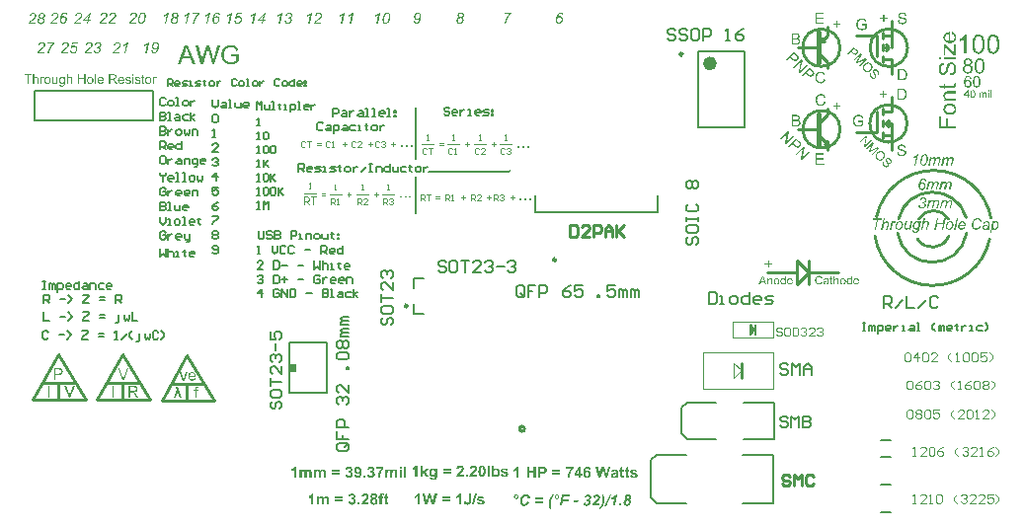
<source format=gto>
G04 Layer_Color=65535*
%FSLAX24Y24*%
%MOIN*%
G70*
G01*
G75*
%ADD30C,0.0100*%
%ADD35C,0.0050*%
%ADD37C,0.0039*%
%ADD38C,0.0049*%
%ADD39C,0.0070*%
%ADD47C,0.0098*%
%ADD48C,0.0236*%
%ADD49C,0.0079*%
%ADD50C,0.0157*%
%ADD51C,0.0040*%
%ADD52C,0.0059*%
%ADD53C,0.0071*%
%ADD54R,0.0197X0.0300*%
G36*
X38380Y23101D02*
X38385Y23100D01*
X38391Y23100D01*
X38397Y23099D01*
X38404Y23097D01*
X38420Y23093D01*
X38428Y23091D01*
X38436Y23087D01*
X38444Y23084D01*
X38452Y23080D01*
X38459Y23075D01*
X38467Y23069D01*
X38467Y23068D01*
X38468Y23067D01*
X38470Y23065D01*
X38472Y23063D01*
X38475Y23059D01*
X38479Y23056D01*
X38482Y23051D01*
X38486Y23046D01*
X38490Y23040D01*
X38494Y23033D01*
X38498Y23026D01*
X38501Y23019D01*
X38504Y23010D01*
X38506Y23001D01*
X38509Y22992D01*
X38510Y22982D01*
X38463Y22978D01*
Y22978D01*
X38463Y22980D01*
X38462Y22982D01*
X38462Y22985D01*
X38461Y22988D01*
X38459Y22992D01*
X38456Y23001D01*
X38452Y23011D01*
X38446Y23021D01*
X38440Y23030D01*
X38432Y23039D01*
X38431Y23039D01*
X38431Y23040D01*
X38429Y23041D01*
X38428Y23042D01*
X38422Y23045D01*
X38415Y23049D01*
X38407Y23053D01*
X38397Y23056D01*
X38385Y23058D01*
X38372Y23059D01*
X38369D01*
X38365Y23059D01*
X38360Y23058D01*
X38354Y23057D01*
X38348Y23056D01*
X38340Y23054D01*
X38331Y23052D01*
X38322Y23049D01*
X38314Y23044D01*
X38304Y23039D01*
X38295Y23033D01*
X38285Y23026D01*
X38276Y23018D01*
X38267Y23008D01*
X38259Y22997D01*
X38258Y22997D01*
X38257Y22995D01*
X38256Y22992D01*
X38253Y22988D01*
X38251Y22983D01*
X38247Y22977D01*
X38244Y22970D01*
X38241Y22962D01*
X38237Y22953D01*
X38234Y22943D01*
X38230Y22933D01*
X38228Y22922D01*
X38226Y22910D01*
X38224Y22898D01*
X38223Y22885D01*
X38222Y22872D01*
Y22871D01*
Y22869D01*
Y22866D01*
X38223Y22862D01*
X38223Y22857D01*
X38224Y22851D01*
X38225Y22845D01*
X38226Y22839D01*
X38229Y22824D01*
X38231Y22816D01*
X38234Y22809D01*
X38237Y22802D01*
X38241Y22795D01*
X38246Y22788D01*
X38251Y22782D01*
X38251Y22782D01*
X38252Y22781D01*
X38254Y22780D01*
X38256Y22778D01*
X38258Y22776D01*
X38262Y22773D01*
X38266Y22770D01*
X38271Y22767D01*
X38276Y22764D01*
X38282Y22762D01*
X38288Y22759D01*
X38294Y22757D01*
X38301Y22755D01*
X38309Y22753D01*
X38317Y22752D01*
X38325Y22752D01*
X38329D01*
X38332Y22752D01*
X38336Y22753D01*
X38340Y22753D01*
X38344Y22754D01*
X38349Y22755D01*
X38360Y22758D01*
X38372Y22763D01*
X38378Y22765D01*
X38384Y22769D01*
X38390Y22773D01*
X38396Y22777D01*
X38397Y22778D01*
X38398Y22778D01*
X38399Y22780D01*
X38402Y22782D01*
X38404Y22784D01*
X38407Y22788D01*
X38410Y22791D01*
X38414Y22796D01*
X38418Y22801D01*
X38422Y22806D01*
X38426Y22812D01*
X38430Y22818D01*
X38433Y22826D01*
X38437Y22833D01*
X38440Y22841D01*
X38443Y22850D01*
X38493Y22843D01*
X38493Y22842D01*
X38492Y22840D01*
X38491Y22837D01*
X38489Y22832D01*
X38486Y22827D01*
X38483Y22820D01*
X38479Y22813D01*
X38475Y22806D01*
X38471Y22798D01*
X38466Y22790D01*
X38460Y22781D01*
X38454Y22773D01*
X38447Y22765D01*
X38440Y22757D01*
X38432Y22750D01*
X38424Y22744D01*
X38423Y22743D01*
X38422Y22742D01*
X38419Y22741D01*
X38416Y22738D01*
X38411Y22736D01*
X38407Y22733D01*
X38401Y22730D01*
X38394Y22727D01*
X38387Y22724D01*
X38379Y22721D01*
X38371Y22718D01*
X38362Y22716D01*
X38352Y22713D01*
X38343Y22712D01*
X38332Y22711D01*
X38322Y22710D01*
X38319D01*
X38316Y22711D01*
X38311D01*
X38305Y22712D01*
X38298Y22713D01*
X38290Y22714D01*
X38283Y22716D01*
X38274Y22718D01*
X38265Y22720D01*
X38256Y22724D01*
X38247Y22728D01*
X38238Y22733D01*
X38229Y22738D01*
X38221Y22745D01*
X38213Y22752D01*
X38212Y22752D01*
X38211Y22754D01*
X38209Y22756D01*
X38206Y22760D01*
X38203Y22764D01*
X38200Y22769D01*
X38196Y22776D01*
X38193Y22783D01*
X38189Y22791D01*
X38185Y22800D01*
X38182Y22810D01*
X38179Y22820D01*
X38176Y22832D01*
X38174Y22845D01*
X38173Y22858D01*
X38172Y22873D01*
Y22873D01*
Y22873D01*
Y22875D01*
Y22877D01*
X38173Y22879D01*
Y22882D01*
X38173Y22890D01*
X38174Y22898D01*
X38176Y22908D01*
X38177Y22920D01*
X38180Y22932D01*
X38183Y22945D01*
X38187Y22959D01*
X38192Y22973D01*
X38198Y22987D01*
X38205Y23001D01*
X38213Y23015D01*
X38223Y23028D01*
X38233Y23041D01*
X38234Y23042D01*
X38236Y23044D01*
X38239Y23047D01*
X38243Y23051D01*
X38249Y23055D01*
X38255Y23060D01*
X38262Y23066D01*
X38271Y23071D01*
X38281Y23077D01*
X38291Y23082D01*
X38302Y23087D01*
X38314Y23092D01*
X38327Y23096D01*
X38341Y23099D01*
X38355Y23101D01*
X38370Y23101D01*
X38376D01*
X38380Y23101D01*
D02*
G37*
G36*
X38999Y22996D02*
X39002Y22996D01*
X39006Y22995D01*
X39016Y22993D01*
X39025Y22990D01*
X39031Y22987D01*
X39036Y22985D01*
X39042Y22981D01*
X39047Y22977D01*
X39053Y22973D01*
X39057Y22968D01*
X39058Y22967D01*
X39058Y22966D01*
X39060Y22965D01*
X39061Y22963D01*
X39063Y22960D01*
X39066Y22956D01*
X39068Y22952D01*
X39071Y22947D01*
X39073Y22941D01*
X39075Y22935D01*
X39078Y22929D01*
X39080Y22922D01*
X39081Y22913D01*
X39083Y22905D01*
X39083Y22896D01*
X39084Y22886D01*
Y22886D01*
Y22884D01*
Y22882D01*
Y22879D01*
X39083Y22875D01*
Y22871D01*
X39083Y22866D01*
X39082Y22861D01*
X39080Y22848D01*
X39078Y22835D01*
X39074Y22822D01*
X39069Y22808D01*
Y22808D01*
X39069Y22807D01*
X39068Y22805D01*
X39067Y22802D01*
X39065Y22799D01*
X39064Y22796D01*
X39059Y22788D01*
X39055Y22779D01*
X39049Y22770D01*
X39042Y22760D01*
X39034Y22751D01*
X39033Y22750D01*
X39031Y22748D01*
X39026Y22744D01*
X39022Y22740D01*
X39015Y22735D01*
X39008Y22729D01*
X39000Y22724D01*
X38993Y22720D01*
X38992Y22720D01*
X38989Y22719D01*
X38985Y22718D01*
X38979Y22716D01*
X38973Y22714D01*
X38965Y22712D01*
X38958Y22711D01*
X38949Y22711D01*
X38947D01*
X38944Y22711D01*
X38941Y22712D01*
X38937Y22712D01*
X38932Y22713D01*
X38927Y22715D01*
X38921Y22717D01*
X38915Y22719D01*
X38909Y22723D01*
X38903Y22727D01*
X38896Y22732D01*
X38890Y22737D01*
X38884Y22744D01*
X38878Y22751D01*
X38872Y22760D01*
X38842Y22612D01*
X38795D01*
X38874Y22991D01*
X38917D01*
X38909Y22952D01*
X38910Y22952D01*
X38910Y22953D01*
X38913Y22956D01*
X38918Y22960D01*
X38924Y22965D01*
X38931Y22971D01*
X38937Y22977D01*
X38945Y22982D01*
X38952Y22987D01*
X38953Y22987D01*
X38956Y22988D01*
X38960Y22990D01*
X38965Y22992D01*
X38970Y22994D01*
X38977Y22995D01*
X38985Y22996D01*
X38993Y22996D01*
X38996D01*
X38999Y22996D01*
D02*
G37*
G36*
X36277Y24882D02*
X36230D01*
X36290Y25167D01*
X36289Y25167D01*
X36288Y25166D01*
X36286Y25164D01*
X36282Y25162D01*
X36279Y25160D01*
X36274Y25156D01*
X36268Y25153D01*
X36262Y25150D01*
X36254Y25146D01*
X36246Y25142D01*
X36237Y25138D01*
X36227Y25134D01*
X36217Y25130D01*
X36206Y25126D01*
X36193Y25122D01*
X36181Y25119D01*
X36189Y25161D01*
X36190D01*
X36191Y25161D01*
X36193Y25162D01*
X36195Y25163D01*
X36199Y25165D01*
X36202Y25166D01*
X36207Y25168D01*
X36211Y25171D01*
X36221Y25176D01*
X36233Y25182D01*
X36246Y25189D01*
X36258Y25197D01*
X36259Y25197D01*
X36260Y25198D01*
X36262Y25199D01*
X36264Y25201D01*
X36267Y25203D01*
X36270Y25205D01*
X36278Y25210D01*
X36286Y25216D01*
X36294Y25223D01*
X36302Y25230D01*
X36309Y25237D01*
X36310Y25237D01*
X36311Y25239D01*
X36313Y25241D01*
X36315Y25244D01*
X36318Y25247D01*
X36322Y25251D01*
X36325Y25256D01*
X36329Y25262D01*
X36355D01*
X36277Y24882D01*
D02*
G37*
G36*
X36602Y25261D02*
X36605Y25261D01*
X36610Y25260D01*
X36615Y25259D01*
X36619Y25258D01*
X36631Y25254D01*
X36637Y25251D01*
X36643Y25248D01*
X36649Y25244D01*
X36655Y25240D01*
X36661Y25235D01*
X36667Y25229D01*
X36667Y25229D01*
X36668Y25228D01*
X36669Y25226D01*
X36671Y25223D01*
X36674Y25220D01*
X36676Y25216D01*
X36679Y25211D01*
X36681Y25206D01*
X36684Y25199D01*
X36686Y25192D01*
X36689Y25184D01*
X36691Y25176D01*
X36693Y25167D01*
X36694Y25157D01*
X36695Y25147D01*
X36696Y25136D01*
Y25136D01*
Y25133D01*
Y25130D01*
X36695Y25125D01*
Y25120D01*
X36695Y25113D01*
X36694Y25106D01*
X36693Y25097D01*
X36692Y25088D01*
X36691Y25078D01*
X36689Y25068D01*
X36687Y25057D01*
X36682Y25035D01*
X36676Y25012D01*
X36675Y25011D01*
X36675Y25009D01*
X36673Y25005D01*
X36671Y25000D01*
X36669Y24994D01*
X36666Y24987D01*
X36662Y24979D01*
X36658Y24971D01*
X36654Y24963D01*
X36649Y24953D01*
X36637Y24936D01*
X36631Y24927D01*
X36624Y24918D01*
X36617Y24910D01*
X36609Y24903D01*
X36609Y24903D01*
X36608Y24902D01*
X36606Y24901D01*
X36603Y24899D01*
X36600Y24897D01*
X36597Y24894D01*
X36592Y24892D01*
X36588Y24889D01*
X36577Y24884D01*
X36564Y24880D01*
X36551Y24876D01*
X36543Y24876D01*
X36535Y24875D01*
X36531D01*
X36528Y24876D01*
X36525Y24876D01*
X36520Y24877D01*
X36516Y24878D01*
X36510Y24879D01*
X36499Y24883D01*
X36493Y24886D01*
X36487Y24889D01*
X36481Y24893D01*
X36475Y24898D01*
X36469Y24903D01*
X36464Y24908D01*
X36463Y24909D01*
X36462Y24910D01*
X36461Y24912D01*
X36459Y24915D01*
X36457Y24918D01*
X36454Y24922D01*
X36452Y24928D01*
X36449Y24933D01*
X36446Y24940D01*
X36444Y24947D01*
X36441Y24955D01*
X36439Y24964D01*
X36437Y24973D01*
X36436Y24983D01*
X36435Y24994D01*
X36434Y25006D01*
Y25006D01*
Y25008D01*
Y25011D01*
Y25014D01*
X36435Y25019D01*
X36435Y25024D01*
Y25029D01*
X36436Y25036D01*
X36437Y25043D01*
X36438Y25051D01*
X36440Y25067D01*
X36444Y25085D01*
X36449Y25103D01*
Y25104D01*
X36449Y25105D01*
X36450Y25108D01*
X36451Y25112D01*
X36453Y25116D01*
X36454Y25121D01*
X36456Y25126D01*
X36458Y25132D01*
X36463Y25145D01*
X36468Y25158D01*
X36474Y25171D01*
X36480Y25182D01*
Y25183D01*
X36481Y25184D01*
X36482Y25185D01*
X36483Y25187D01*
X36487Y25193D01*
X36492Y25199D01*
X36497Y25207D01*
X36503Y25214D01*
X36510Y25222D01*
X36517Y25229D01*
X36518Y25230D01*
X36520Y25232D01*
X36524Y25235D01*
X36528Y25239D01*
X36534Y25243D01*
X36540Y25246D01*
X36547Y25250D01*
X36554Y25254D01*
X36555Y25254D01*
X36557Y25255D01*
X36560Y25256D01*
X36565Y25258D01*
X36572Y25259D01*
X36579Y25261D01*
X36586Y25261D01*
X36594Y25262D01*
X36599D01*
X36602Y25261D01*
D02*
G37*
G36*
X36100Y22717D02*
X36057D01*
X36067Y22766D01*
X36067Y22765D01*
X36065Y22763D01*
X36062Y22761D01*
X36059Y22757D01*
X36054Y22753D01*
X36049Y22749D01*
X36043Y22743D01*
X36036Y22738D01*
X36029Y22733D01*
X36021Y22728D01*
X36012Y22723D01*
X36004Y22719D01*
X35995Y22716D01*
X35985Y22713D01*
X35976Y22711D01*
X35966Y22711D01*
X35963D01*
X35961Y22711D01*
X35955Y22712D01*
X35948Y22713D01*
X35940Y22715D01*
X35931Y22718D01*
X35923Y22722D01*
X35915Y22728D01*
X35914Y22729D01*
X35912Y22732D01*
X35909Y22736D01*
X35906Y22741D01*
X35902Y22747D01*
X35899Y22755D01*
X35897Y22763D01*
X35896Y22773D01*
Y22774D01*
Y22776D01*
X35896Y22780D01*
X35897Y22783D01*
Y22786D01*
X35897Y22790D01*
X35898Y22795D01*
X35899Y22800D01*
X35900Y22805D01*
X35901Y22811D01*
X35902Y22817D01*
X35904Y22825D01*
X35905Y22832D01*
X35941Y22991D01*
X35988D01*
X35948Y22813D01*
Y22812D01*
X35947Y22810D01*
X35946Y22805D01*
X35945Y22800D01*
X35944Y22795D01*
X35944Y22789D01*
X35943Y22783D01*
Y22779D01*
Y22778D01*
Y22776D01*
X35943Y22774D01*
X35944Y22771D01*
X35945Y22767D01*
X35947Y22764D01*
X35949Y22760D01*
X35952Y22757D01*
X35952Y22756D01*
X35954Y22756D01*
X35956Y22754D01*
X35959Y22753D01*
X35963Y22751D01*
X35968Y22750D01*
X35974Y22750D01*
X35981Y22749D01*
X35984D01*
X35988Y22750D01*
X35993Y22750D01*
X35999Y22751D01*
X36005Y22753D01*
X36012Y22755D01*
X36019Y22758D01*
X36020Y22759D01*
X36023Y22760D01*
X36026Y22762D01*
X36031Y22765D01*
X36036Y22769D01*
X36042Y22773D01*
X36047Y22778D01*
X36052Y22784D01*
X36053Y22785D01*
X36055Y22787D01*
X36057Y22790D01*
X36060Y22795D01*
X36064Y22800D01*
X36068Y22807D01*
X36071Y22814D01*
X36074Y22822D01*
X36075Y22822D01*
X36075Y22825D01*
X36077Y22828D01*
X36078Y22834D01*
X36080Y22840D01*
X36082Y22849D01*
X36085Y22859D01*
X36086Y22865D01*
X36088Y22872D01*
X36114Y22991D01*
X36161D01*
X36100Y22717D01*
D02*
G37*
G36*
X38689Y22996D02*
X38693D01*
X38698Y22995D01*
X38704Y22995D01*
X38710Y22994D01*
X38722Y22991D01*
X38736Y22986D01*
X38743Y22983D01*
X38749Y22980D01*
X38755Y22976D01*
X38761Y22972D01*
X38761D01*
X38762Y22971D01*
X38764Y22968D01*
X38768Y22965D01*
X38773Y22960D01*
X38777Y22953D01*
X38780Y22945D01*
X38783Y22935D01*
X38784Y22931D01*
Y22925D01*
Y22924D01*
Y22921D01*
X38783Y22917D01*
X38783Y22910D01*
X38782Y22903D01*
X38781Y22895D01*
X38779Y22885D01*
X38777Y22874D01*
X38762Y22806D01*
Y22806D01*
X38761Y22805D01*
Y22803D01*
X38761Y22801D01*
X38760Y22798D01*
X38760Y22795D01*
X38758Y22787D01*
X38757Y22779D01*
X38756Y22770D01*
X38755Y22761D01*
X38755Y22753D01*
Y22753D01*
Y22751D01*
X38755Y22748D01*
Y22744D01*
X38756Y22739D01*
X38757Y22732D01*
X38758Y22725D01*
X38760Y22717D01*
X38713D01*
Y22717D01*
X38713Y22719D01*
X38712Y22722D01*
X38711Y22726D01*
X38711Y22731D01*
X38710Y22737D01*
X38709Y22743D01*
X38708Y22750D01*
X38708D01*
X38707Y22750D01*
X38706Y22749D01*
X38704Y22747D01*
X38699Y22743D01*
X38693Y22739D01*
X38686Y22734D01*
X38678Y22729D01*
X38669Y22724D01*
X38661Y22720D01*
X38660Y22719D01*
X38657Y22719D01*
X38653Y22717D01*
X38647Y22716D01*
X38640Y22714D01*
X38631Y22712D01*
X38623Y22711D01*
X38613Y22711D01*
X38610D01*
X38607Y22711D01*
X38604D01*
X38600Y22712D01*
X38592Y22714D01*
X38582Y22716D01*
X38571Y22720D01*
X38562Y22725D01*
X38557Y22729D01*
X38552Y22733D01*
Y22733D01*
X38551Y22734D01*
X38549Y22737D01*
X38545Y22742D01*
X38541Y22748D01*
X38536Y22756D01*
X38533Y22766D01*
X38530Y22778D01*
X38530Y22783D01*
X38529Y22790D01*
Y22790D01*
Y22791D01*
Y22794D01*
X38530Y22798D01*
X38531Y22804D01*
X38532Y22810D01*
X38534Y22816D01*
X38536Y22823D01*
X38539Y22830D01*
X38540Y22831D01*
X38541Y22833D01*
X38544Y22837D01*
X38547Y22841D01*
X38551Y22845D01*
X38556Y22849D01*
X38561Y22854D01*
X38567Y22858D01*
X38568Y22859D01*
X38570Y22860D01*
X38574Y22862D01*
X38579Y22864D01*
X38585Y22867D01*
X38592Y22870D01*
X38600Y22872D01*
X38609Y22874D01*
X38610D01*
X38612Y22874D01*
X38617Y22875D01*
X38619Y22875D01*
X38623D01*
X38626Y22876D01*
X38631Y22876D01*
X38636Y22877D01*
X38641D01*
X38647Y22877D01*
X38654Y22878D01*
X38661D01*
X38669Y22878D01*
X38671D01*
X38673Y22879D01*
X38680D01*
X38684Y22879D01*
X38693Y22880D01*
X38704Y22882D01*
X38714Y22883D01*
X38724Y22886D01*
X38728Y22887D01*
X38732Y22888D01*
X38733Y22889D01*
X38733Y22891D01*
X38734Y22895D01*
X38735Y22899D01*
X38736Y22904D01*
X38737Y22909D01*
X38738Y22915D01*
Y22920D01*
Y22920D01*
Y22922D01*
X38737Y22925D01*
X38736Y22929D01*
X38735Y22933D01*
X38732Y22937D01*
X38729Y22941D01*
X38725Y22945D01*
X38724Y22945D01*
X38722Y22947D01*
X38719Y22949D01*
X38714Y22952D01*
X38707Y22954D01*
X38699Y22956D01*
X38689Y22958D01*
X38678Y22958D01*
X38673D01*
X38668Y22958D01*
X38661Y22957D01*
X38654Y22955D01*
X38645Y22953D01*
X38637Y22949D01*
X38630Y22945D01*
X38629Y22944D01*
X38627Y22942D01*
X38624Y22939D01*
X38620Y22935D01*
X38615Y22931D01*
X38611Y22924D01*
X38606Y22917D01*
X38603Y22908D01*
X38556Y22912D01*
Y22913D01*
X38557Y22914D01*
X38558Y22916D01*
X38559Y22919D01*
X38561Y22922D01*
X38563Y22926D01*
X38567Y22935D01*
X38573Y22945D01*
X38581Y22956D01*
X38591Y22965D01*
X38601Y22974D01*
X38602Y22975D01*
X38603Y22975D01*
X38605Y22976D01*
X38607Y22978D01*
X38610Y22979D01*
X38614Y22981D01*
X38618Y22983D01*
X38623Y22986D01*
X38628Y22988D01*
X38634Y22990D01*
X38641Y22992D01*
X38648Y22993D01*
X38663Y22996D01*
X38672Y22996D01*
X38686D01*
X38689Y22996D01*
D02*
G37*
G36*
X37211Y22717D02*
X37161D01*
X37198Y22895D01*
X37000D01*
X36964Y22717D01*
X36913D01*
X36993Y23095D01*
X37043D01*
X37010Y22937D01*
X37208D01*
X37241Y23095D01*
X37291D01*
X37211Y22717D01*
D02*
G37*
G36*
X35586Y22996D02*
X35590Y22996D01*
X35595Y22994D01*
X35601Y22993D01*
X35608Y22990D01*
X35615Y22987D01*
X35596Y22943D01*
X35595Y22944D01*
X35594Y22945D01*
X35591Y22946D01*
X35588Y22948D01*
X35584Y22949D01*
X35580Y22950D01*
X35575Y22951D01*
X35569Y22952D01*
X35567D01*
X35565Y22951D01*
X35560Y22950D01*
X35553Y22948D01*
X35546Y22945D01*
X35537Y22940D01*
X35533Y22937D01*
X35528Y22934D01*
X35523Y22929D01*
X35519Y22924D01*
X35518Y22924D01*
X35518Y22923D01*
X35516Y22921D01*
X35514Y22919D01*
X35512Y22916D01*
X35510Y22912D01*
X35507Y22907D01*
X35504Y22902D01*
X35501Y22896D01*
X35497Y22888D01*
X35494Y22880D01*
X35490Y22872D01*
X35487Y22862D01*
X35484Y22851D01*
X35481Y22839D01*
X35478Y22826D01*
X35455Y22717D01*
X35411D01*
X35468Y22991D01*
X35510D01*
X35497Y22934D01*
X35498Y22934D01*
X35498Y22935D01*
X35499Y22937D01*
X35501Y22939D01*
X35505Y22945D01*
X35511Y22952D01*
X35517Y22960D01*
X35524Y22967D01*
X35532Y22975D01*
X35539Y22981D01*
X35540Y22982D01*
X35543Y22984D01*
X35547Y22986D01*
X35552Y22989D01*
X35558Y22992D01*
X35565Y22994D01*
X35573Y22996D01*
X35581Y22996D01*
X35583D01*
X35586Y22996D01*
D02*
G37*
G36*
X36547Y23805D02*
X36551Y23804D01*
X36555Y23804D01*
X36560Y23803D01*
X36566Y23802D01*
X36578Y23798D01*
X36584Y23796D01*
X36590Y23793D01*
X36596Y23790D01*
X36603Y23786D01*
X36609Y23781D01*
X36614Y23776D01*
X36615Y23776D01*
X36616Y23775D01*
X36617Y23774D01*
X36619Y23772D01*
X36621Y23769D01*
X36623Y23766D01*
X36626Y23762D01*
X36629Y23757D01*
X36634Y23747D01*
X36639Y23736D01*
X36641Y23729D01*
X36642Y23722D01*
X36643Y23715D01*
X36643Y23708D01*
Y23707D01*
Y23706D01*
Y23705D01*
Y23703D01*
X36642Y23697D01*
X36641Y23690D01*
X36639Y23682D01*
X36637Y23673D01*
X36633Y23664D01*
X36627Y23655D01*
X36627Y23654D01*
X36624Y23652D01*
X36621Y23647D01*
X36616Y23642D01*
X36609Y23636D01*
X36601Y23630D01*
X36592Y23624D01*
X36581Y23619D01*
X36582D01*
X36582Y23618D01*
X36585Y23616D01*
X36589Y23613D01*
X36593Y23610D01*
X36599Y23605D01*
X36604Y23599D01*
X36610Y23593D01*
X36614Y23587D01*
X36615Y23586D01*
X36616Y23583D01*
X36618Y23579D01*
X36620Y23574D01*
X36622Y23568D01*
X36623Y23561D01*
X36625Y23553D01*
X36625Y23544D01*
Y23543D01*
Y23541D01*
Y23539D01*
X36625Y23535D01*
X36624Y23531D01*
X36623Y23526D01*
X36622Y23520D01*
X36621Y23514D01*
X36619Y23507D01*
X36616Y23500D01*
X36613Y23493D01*
X36609Y23485D01*
X36605Y23478D01*
X36600Y23470D01*
X36594Y23463D01*
X36587Y23456D01*
X36587Y23455D01*
X36586Y23454D01*
X36583Y23452D01*
X36580Y23450D01*
X36577Y23447D01*
X36572Y23444D01*
X36567Y23441D01*
X36561Y23437D01*
X36555Y23434D01*
X36548Y23431D01*
X36541Y23427D01*
X36533Y23425D01*
X36524Y23422D01*
X36515Y23420D01*
X36506Y23419D01*
X36496Y23419D01*
X36491D01*
X36488Y23419D01*
X36483Y23420D01*
X36478Y23420D01*
X36472Y23421D01*
X36467Y23422D01*
X36453Y23426D01*
X36446Y23428D01*
X36439Y23431D01*
X36432Y23434D01*
X36426Y23438D01*
X36419Y23442D01*
X36413Y23447D01*
X36412Y23448D01*
X36411Y23449D01*
X36410Y23450D01*
X36408Y23453D01*
X36406Y23455D01*
X36403Y23459D01*
X36400Y23463D01*
X36397Y23468D01*
X36394Y23473D01*
X36391Y23479D01*
X36388Y23485D01*
X36385Y23492D01*
X36382Y23499D01*
X36380Y23507D01*
X36379Y23515D01*
X36378Y23524D01*
X36423Y23530D01*
Y23530D01*
X36424Y23528D01*
Y23526D01*
X36424Y23524D01*
X36425Y23520D01*
X36426Y23517D01*
X36428Y23508D01*
X36431Y23498D01*
X36435Y23489D01*
X36440Y23480D01*
X36443Y23476D01*
X36446Y23473D01*
X36447Y23472D01*
X36449Y23470D01*
X36453Y23468D01*
X36458Y23465D01*
X36465Y23462D01*
X36473Y23459D01*
X36482Y23457D01*
X36492Y23456D01*
X36496D01*
X36498Y23457D01*
X36501Y23457D01*
X36504Y23458D01*
X36513Y23459D01*
X36522Y23462D01*
X36532Y23467D01*
X36537Y23469D01*
X36542Y23473D01*
X36547Y23476D01*
X36552Y23481D01*
X36553Y23481D01*
X36553Y23482D01*
X36555Y23483D01*
X36556Y23485D01*
X36560Y23490D01*
X36565Y23497D01*
X36570Y23505D01*
X36574Y23515D01*
X36577Y23526D01*
X36577Y23531D01*
X36578Y23537D01*
Y23538D01*
Y23539D01*
Y23540D01*
X36577Y23542D01*
X36577Y23547D01*
X36575Y23554D01*
X36573Y23561D01*
X36570Y23569D01*
X36565Y23576D01*
X36559Y23584D01*
X36558Y23585D01*
X36555Y23587D01*
X36551Y23590D01*
X36545Y23593D01*
X36538Y23596D01*
X36529Y23599D01*
X36519Y23601D01*
X36508Y23602D01*
X36503D01*
X36500Y23601D01*
X36497D01*
X36493Y23601D01*
X36501Y23640D01*
X36502D01*
X36505Y23639D01*
X36509Y23639D01*
X36518D01*
X36521Y23639D01*
X36524D01*
X36528Y23640D01*
X36536Y23641D01*
X36547Y23644D01*
X36557Y23647D01*
X36566Y23652D01*
X36575Y23658D01*
X36576D01*
X36576Y23659D01*
X36579Y23661D01*
X36582Y23666D01*
X36586Y23671D01*
X36590Y23678D01*
X36593Y23686D01*
X36596Y23695D01*
X36597Y23701D01*
Y23706D01*
Y23706D01*
Y23707D01*
Y23708D01*
X36596Y23710D01*
X36596Y23715D01*
X36595Y23721D01*
X36592Y23728D01*
X36590Y23735D01*
X36585Y23743D01*
X36579Y23749D01*
X36578Y23750D01*
X36576Y23752D01*
X36572Y23755D01*
X36567Y23759D01*
X36560Y23762D01*
X36553Y23765D01*
X36545Y23767D01*
X36535Y23768D01*
X36534D01*
X36531Y23767D01*
X36527Y23767D01*
X36521Y23765D01*
X36514Y23763D01*
X36506Y23760D01*
X36498Y23755D01*
X36491Y23749D01*
X36490Y23748D01*
X36487Y23746D01*
X36484Y23742D01*
X36480Y23736D01*
X36475Y23729D01*
X36471Y23720D01*
X36467Y23710D01*
X36465Y23698D01*
X36419Y23707D01*
Y23708D01*
X36420Y23709D01*
X36421Y23712D01*
X36422Y23715D01*
X36423Y23719D01*
X36425Y23723D01*
X36427Y23728D01*
X36429Y23734D01*
X36435Y23745D01*
X36442Y23757D01*
X36452Y23769D01*
X36457Y23775D01*
X36463Y23779D01*
X36463Y23780D01*
X36464Y23780D01*
X36466Y23782D01*
X36468Y23783D01*
X36471Y23785D01*
X36475Y23787D01*
X36479Y23790D01*
X36484Y23792D01*
X36490Y23795D01*
X36496Y23797D01*
X36508Y23801D01*
X36523Y23804D01*
X36531Y23805D01*
X36539Y23805D01*
X36543D01*
X36547Y23805D01*
D02*
G37*
G36*
X36549Y24434D02*
X36552D01*
X36556Y24433D01*
X36565Y24432D01*
X36575Y24429D01*
X36586Y24425D01*
X36591Y24422D01*
X36596Y24419D01*
X36601Y24415D01*
X36606Y24411D01*
X36606Y24410D01*
X36607Y24410D01*
X36608Y24408D01*
X36610Y24406D01*
X36612Y24404D01*
X36614Y24401D01*
X36616Y24397D01*
X36619Y24393D01*
X36621Y24389D01*
X36623Y24383D01*
X36626Y24378D01*
X36628Y24371D01*
X36630Y24365D01*
X36632Y24358D01*
X36633Y24350D01*
X36634Y24342D01*
X36590Y24338D01*
Y24339D01*
Y24339D01*
X36590Y24341D01*
Y24343D01*
X36588Y24348D01*
X36587Y24355D01*
X36584Y24362D01*
X36581Y24369D01*
X36578Y24376D01*
X36573Y24382D01*
X36572Y24382D01*
X36570Y24384D01*
X36567Y24386D01*
X36563Y24389D01*
X36559Y24391D01*
X36553Y24394D01*
X36546Y24395D01*
X36539Y24396D01*
X36536D01*
X36531Y24395D01*
X36526Y24394D01*
X36520Y24392D01*
X36513Y24389D01*
X36505Y24385D01*
X36497Y24379D01*
X36496Y24378D01*
X36494Y24376D01*
X36490Y24372D01*
X36485Y24367D01*
X36479Y24361D01*
X36473Y24352D01*
X36467Y24342D01*
X36461Y24331D01*
Y24331D01*
X36460Y24330D01*
X36459Y24328D01*
X36458Y24326D01*
X36457Y24323D01*
X36456Y24320D01*
X36452Y24312D01*
X36449Y24304D01*
X36445Y24294D01*
X36442Y24284D01*
X36440Y24275D01*
X36441Y24275D01*
X36443Y24277D01*
X36447Y24280D01*
X36452Y24284D01*
X36458Y24288D01*
X36465Y24292D01*
X36471Y24296D01*
X36479Y24299D01*
X36480Y24300D01*
X36482Y24301D01*
X36486Y24302D01*
X36491Y24304D01*
X36497Y24305D01*
X36503Y24306D01*
X36510Y24307D01*
X36518Y24308D01*
X36522D01*
X36525Y24307D01*
X36529Y24307D01*
X36533Y24306D01*
X36537Y24305D01*
X36543Y24304D01*
X36554Y24300D01*
X36560Y24298D01*
X36565Y24295D01*
X36572Y24292D01*
X36577Y24288D01*
X36583Y24283D01*
X36589Y24278D01*
X36589Y24278D01*
X36590Y24277D01*
X36591Y24275D01*
X36593Y24273D01*
X36595Y24270D01*
X36597Y24266D01*
X36600Y24262D01*
X36603Y24257D01*
X36605Y24251D01*
X36608Y24246D01*
X36611Y24239D01*
X36613Y24232D01*
X36615Y24224D01*
X36616Y24216D01*
X36617Y24208D01*
X36617Y24198D01*
Y24198D01*
Y24195D01*
X36617Y24192D01*
Y24187D01*
X36616Y24182D01*
X36615Y24176D01*
X36614Y24168D01*
X36612Y24160D01*
X36610Y24152D01*
X36607Y24143D01*
X36603Y24134D01*
X36599Y24124D01*
X36594Y24115D01*
X36589Y24106D01*
X36583Y24097D01*
X36575Y24088D01*
X36575Y24088D01*
X36574Y24087D01*
X36572Y24085D01*
X36569Y24082D01*
X36565Y24079D01*
X36561Y24076D01*
X36556Y24072D01*
X36551Y24068D01*
X36544Y24065D01*
X36538Y24061D01*
X36530Y24058D01*
X36523Y24055D01*
X36515Y24052D01*
X36506Y24050D01*
X36497Y24049D01*
X36487Y24049D01*
X36483D01*
X36479Y24049D01*
X36475Y24050D01*
X36471Y24051D01*
X36466Y24052D01*
X36460Y24053D01*
X36454Y24055D01*
X36447Y24057D01*
X36441Y24060D01*
X36435Y24063D01*
X36428Y24067D01*
X36421Y24072D01*
X36415Y24077D01*
X36409Y24083D01*
X36408Y24084D01*
X36407Y24085D01*
X36406Y24087D01*
X36404Y24090D01*
X36402Y24093D01*
X36399Y24097D01*
X36396Y24102D01*
X36394Y24108D01*
X36391Y24115D01*
X36388Y24122D01*
X36385Y24130D01*
X36383Y24139D01*
X36381Y24149D01*
X36379Y24158D01*
X36378Y24170D01*
X36378Y24181D01*
Y24182D01*
Y24184D01*
Y24187D01*
X36378Y24191D01*
Y24196D01*
X36379Y24202D01*
X36379Y24210D01*
X36380Y24217D01*
X36381Y24226D01*
X36383Y24235D01*
X36384Y24245D01*
X36386Y24255D01*
X36391Y24277D01*
X36398Y24299D01*
Y24300D01*
X36398Y24301D01*
X36399Y24304D01*
X36401Y24307D01*
X36402Y24311D01*
X36404Y24315D01*
X36406Y24321D01*
X36408Y24326D01*
X36414Y24339D01*
X36420Y24351D01*
X36428Y24364D01*
X36436Y24376D01*
X36437Y24376D01*
X36437Y24377D01*
X36438Y24379D01*
X36440Y24381D01*
X36445Y24386D01*
X36451Y24393D01*
X36458Y24400D01*
X36467Y24408D01*
X36475Y24415D01*
X36485Y24421D01*
X36485D01*
X36486Y24421D01*
X36487Y24422D01*
X36489Y24423D01*
X36495Y24425D01*
X36501Y24428D01*
X36510Y24431D01*
X36520Y24433D01*
X36530Y24434D01*
X36542Y24435D01*
X36546D01*
X36549Y24434D01*
D02*
G37*
G36*
X37453Y23705D02*
X37456Y23704D01*
X37464Y23703D01*
X37472Y23701D01*
X37481Y23698D01*
X37489Y23694D01*
X37496Y23688D01*
X37497Y23687D01*
X37499Y23685D01*
X37502Y23682D01*
X37505Y23677D01*
X37508Y23670D01*
X37511Y23662D01*
X37513Y23653D01*
X37513Y23643D01*
Y23643D01*
Y23641D01*
X37513Y23638D01*
Y23633D01*
X37512Y23627D01*
X37511Y23620D01*
X37510Y23612D01*
X37508Y23601D01*
X37470Y23425D01*
X37423D01*
X37461Y23606D01*
Y23606D01*
Y23607D01*
X37462Y23609D01*
X37463Y23613D01*
X37464Y23618D01*
X37465Y23628D01*
X37466Y23633D01*
Y23638D01*
Y23638D01*
Y23640D01*
X37466Y23642D01*
X37465Y23646D01*
X37464Y23649D01*
X37462Y23653D01*
X37460Y23656D01*
X37457Y23659D01*
X37457Y23659D01*
X37456Y23660D01*
X37454Y23661D01*
X37452Y23663D01*
X37448Y23664D01*
X37444Y23666D01*
X37439Y23666D01*
X37433Y23667D01*
X37430D01*
X37425Y23666D01*
X37420Y23665D01*
X37414Y23664D01*
X37407Y23661D01*
X37399Y23658D01*
X37390Y23654D01*
X37390Y23653D01*
X37387Y23652D01*
X37383Y23649D01*
X37378Y23645D01*
X37373Y23640D01*
X37367Y23634D01*
X37361Y23628D01*
X37357Y23621D01*
X37356Y23620D01*
X37355Y23617D01*
X37352Y23612D01*
X37351Y23609D01*
X37350Y23605D01*
X37348Y23601D01*
X37346Y23596D01*
X37345Y23591D01*
X37343Y23586D01*
X37341Y23580D01*
X37339Y23573D01*
X37337Y23566D01*
X37336Y23558D01*
X37308Y23425D01*
X37262D01*
X37300Y23610D01*
Y23611D01*
X37300Y23613D01*
X37301Y23616D01*
X37302Y23620D01*
X37304Y23629D01*
X37304Y23633D01*
Y23637D01*
Y23637D01*
Y23639D01*
X37304Y23641D01*
X37303Y23645D01*
X37302Y23648D01*
X37301Y23652D01*
X37299Y23655D01*
X37296Y23658D01*
X37296Y23659D01*
X37295Y23660D01*
X37293Y23661D01*
X37290Y23663D01*
X37287Y23664D01*
X37283Y23665D01*
X37279Y23666D01*
X37274Y23667D01*
X37270D01*
X37267Y23666D01*
X37261Y23665D01*
X37255Y23664D01*
X37248Y23661D01*
X37240Y23658D01*
X37232Y23654D01*
X37231Y23653D01*
X37229Y23652D01*
X37225Y23649D01*
X37220Y23645D01*
X37214Y23640D01*
X37208Y23634D01*
X37202Y23626D01*
X37197Y23619D01*
Y23618D01*
X37196Y23618D01*
X37195Y23616D01*
X37194Y23615D01*
X37193Y23612D01*
X37192Y23609D01*
X37190Y23606D01*
X37189Y23602D01*
X37185Y23593D01*
X37181Y23582D01*
X37178Y23569D01*
X37174Y23555D01*
X37147Y23425D01*
X37101D01*
X37158Y23699D01*
X37205D01*
X37195Y23653D01*
X37196Y23654D01*
X37196Y23655D01*
X37198Y23656D01*
X37200Y23658D01*
X37205Y23663D01*
X37211Y23670D01*
X37218Y23676D01*
X37226Y23683D01*
X37234Y23689D01*
X37242Y23694D01*
X37243Y23694D01*
X37245Y23696D01*
X37250Y23697D01*
X37255Y23700D01*
X37262Y23702D01*
X37269Y23703D01*
X37277Y23705D01*
X37286Y23705D01*
X37291D01*
X37295Y23705D01*
X37301Y23704D01*
X37308Y23702D01*
X37315Y23699D01*
X37322Y23696D01*
X37329Y23691D01*
X37330Y23691D01*
X37332Y23689D01*
X37335Y23686D01*
X37338Y23682D01*
X37342Y23676D01*
X37346Y23670D01*
X37349Y23662D01*
X37352Y23653D01*
X37352Y23654D01*
X37353Y23654D01*
X37354Y23656D01*
X37355Y23658D01*
X37359Y23662D01*
X37365Y23668D01*
X37372Y23675D01*
X37379Y23681D01*
X37388Y23687D01*
X37396Y23692D01*
X37396D01*
X37397Y23693D01*
X37400Y23694D01*
X37405Y23696D01*
X37411Y23699D01*
X37418Y23701D01*
X37426Y23703D01*
X37435Y23705D01*
X37445Y23705D01*
X37451D01*
X37453Y23705D01*
D02*
G37*
G36*
X37013D02*
X37016Y23704D01*
X37023Y23703D01*
X37032Y23701D01*
X37041Y23698D01*
X37049Y23694D01*
X37056Y23688D01*
X37057Y23687D01*
X37059Y23685D01*
X37061Y23682D01*
X37065Y23677D01*
X37068Y23670D01*
X37071Y23662D01*
X37073Y23653D01*
X37073Y23643D01*
Y23643D01*
Y23641D01*
X37073Y23638D01*
Y23633D01*
X37072Y23627D01*
X37071Y23620D01*
X37069Y23612D01*
X37067Y23601D01*
X37029Y23425D01*
X36983D01*
X37021Y23606D01*
Y23606D01*
Y23607D01*
X37022Y23609D01*
X37022Y23613D01*
X37023Y23618D01*
X37025Y23628D01*
X37026Y23633D01*
Y23638D01*
Y23638D01*
Y23640D01*
X37025Y23642D01*
X37025Y23646D01*
X37024Y23649D01*
X37022Y23653D01*
X37020Y23656D01*
X37017Y23659D01*
X37017Y23659D01*
X37016Y23660D01*
X37014Y23661D01*
X37011Y23663D01*
X37008Y23664D01*
X37003Y23666D01*
X36998Y23666D01*
X36993Y23667D01*
X36990D01*
X36985Y23666D01*
X36980Y23665D01*
X36973Y23664D01*
X36966Y23661D01*
X36959Y23658D01*
X36950Y23654D01*
X36949Y23653D01*
X36947Y23652D01*
X36943Y23649D01*
X36938Y23645D01*
X36932Y23640D01*
X36927Y23634D01*
X36921Y23628D01*
X36916Y23621D01*
X36916Y23620D01*
X36914Y23617D01*
X36912Y23612D01*
X36911Y23609D01*
X36909Y23605D01*
X36908Y23601D01*
X36906Y23596D01*
X36904Y23591D01*
X36902Y23586D01*
X36901Y23580D01*
X36899Y23573D01*
X36897Y23566D01*
X36896Y23558D01*
X36867Y23425D01*
X36821D01*
X36860Y23610D01*
Y23611D01*
X36860Y23613D01*
X36861Y23616D01*
X36862Y23620D01*
X36864Y23629D01*
X36864Y23633D01*
Y23637D01*
Y23637D01*
Y23639D01*
X36864Y23641D01*
X36863Y23645D01*
X36862Y23648D01*
X36861Y23652D01*
X36859Y23655D01*
X36856Y23658D01*
X36855Y23659D01*
X36854Y23660D01*
X36852Y23661D01*
X36850Y23663D01*
X36847Y23664D01*
X36843Y23665D01*
X36838Y23666D01*
X36834Y23667D01*
X36830D01*
X36826Y23666D01*
X36821Y23665D01*
X36815Y23664D01*
X36807Y23661D01*
X36800Y23658D01*
X36792Y23654D01*
X36791Y23653D01*
X36788Y23652D01*
X36784Y23649D01*
X36779Y23645D01*
X36774Y23640D01*
X36768Y23634D01*
X36762Y23626D01*
X36756Y23619D01*
Y23618D01*
X36756Y23618D01*
X36755Y23616D01*
X36754Y23615D01*
X36753Y23612D01*
X36751Y23609D01*
X36750Y23606D01*
X36748Y23602D01*
X36745Y23593D01*
X36741Y23582D01*
X36738Y23569D01*
X36734Y23555D01*
X36707Y23425D01*
X36660D01*
X36717Y23699D01*
X36764D01*
X36755Y23653D01*
X36755Y23654D01*
X36756Y23655D01*
X36757Y23656D01*
X36759Y23658D01*
X36764Y23663D01*
X36771Y23670D01*
X36778Y23676D01*
X36785Y23683D01*
X36794Y23689D01*
X36802Y23694D01*
X36803Y23694D01*
X36805Y23696D01*
X36809Y23697D01*
X36815Y23700D01*
X36821Y23702D01*
X36829Y23703D01*
X36837Y23705D01*
X36846Y23705D01*
X36850D01*
X36855Y23705D01*
X36861Y23704D01*
X36867Y23702D01*
X36875Y23699D01*
X36882Y23696D01*
X36889Y23691D01*
X36890Y23691D01*
X36892Y23689D01*
X36895Y23686D01*
X36898Y23682D01*
X36902Y23676D01*
X36905Y23670D01*
X36909Y23662D01*
X36911Y23653D01*
X36912Y23654D01*
X36912Y23654D01*
X36913Y23656D01*
X36915Y23658D01*
X36919Y23662D01*
X36925Y23668D01*
X36931Y23675D01*
X36939Y23681D01*
X36947Y23687D01*
X36956Y23692D01*
X36956D01*
X36957Y23693D01*
X36960Y23694D01*
X36964Y23696D01*
X36970Y23699D01*
X36978Y23701D01*
X36986Y23703D01*
X36995Y23705D01*
X37004Y23705D01*
X37010D01*
X37013Y23705D01*
D02*
G37*
G36*
X37501Y25161D02*
X37505Y25161D01*
X37512Y25160D01*
X37520Y25158D01*
X37529Y25155D01*
X37537Y25151D01*
X37544Y25145D01*
X37545Y25144D01*
X37547Y25142D01*
X37550Y25138D01*
X37553Y25133D01*
X37556Y25127D01*
X37559Y25119D01*
X37561Y25110D01*
X37562Y25100D01*
Y25099D01*
Y25097D01*
X37561Y25094D01*
Y25090D01*
X37560Y25084D01*
X37559Y25077D01*
X37558Y25068D01*
X37556Y25058D01*
X37518Y24882D01*
X37472D01*
X37510Y25062D01*
Y25063D01*
Y25063D01*
X37510Y25066D01*
X37511Y25070D01*
X37512Y25075D01*
X37513Y25085D01*
X37514Y25090D01*
Y25094D01*
Y25095D01*
Y25097D01*
X37514Y25099D01*
X37513Y25102D01*
X37512Y25105D01*
X37510Y25109D01*
X37509Y25113D01*
X37506Y25116D01*
X37505Y25116D01*
X37504Y25117D01*
X37502Y25118D01*
X37500Y25120D01*
X37496Y25121D01*
X37492Y25122D01*
X37487Y25123D01*
X37481Y25123D01*
X37478D01*
X37474Y25123D01*
X37468Y25122D01*
X37462Y25121D01*
X37455Y25118D01*
X37447Y25115D01*
X37439Y25111D01*
X37438Y25110D01*
X37435Y25108D01*
X37431Y25106D01*
X37426Y25102D01*
X37421Y25097D01*
X37415Y25091D01*
X37410Y25085D01*
X37405Y25077D01*
X37404Y25076D01*
X37403Y25073D01*
X37400Y25069D01*
X37399Y25065D01*
X37398Y25062D01*
X37396Y25058D01*
X37394Y25053D01*
X37393Y25048D01*
X37391Y25042D01*
X37389Y25036D01*
X37387Y25029D01*
X37386Y25023D01*
X37384Y25015D01*
X37356Y24882D01*
X37310D01*
X37348Y25066D01*
Y25067D01*
X37349Y25069D01*
X37350Y25073D01*
X37351Y25077D01*
X37352Y25086D01*
X37353Y25090D01*
Y25093D01*
Y25094D01*
Y25096D01*
X37352Y25098D01*
X37352Y25101D01*
X37351Y25105D01*
X37349Y25108D01*
X37347Y25112D01*
X37344Y25115D01*
X37344Y25116D01*
X37343Y25117D01*
X37341Y25118D01*
X37338Y25120D01*
X37335Y25121D01*
X37331Y25122D01*
X37327Y25123D01*
X37322Y25123D01*
X37319D01*
X37315Y25123D01*
X37309Y25122D01*
X37303Y25121D01*
X37296Y25118D01*
X37289Y25115D01*
X37280Y25111D01*
X37279Y25110D01*
X37277Y25108D01*
X37273Y25105D01*
X37268Y25101D01*
X37262Y25096D01*
X37256Y25090D01*
X37250Y25083D01*
X37245Y25075D01*
Y25075D01*
X37244Y25074D01*
X37243Y25073D01*
X37242Y25071D01*
X37241Y25069D01*
X37240Y25066D01*
X37238Y25062D01*
X37237Y25059D01*
X37233Y25050D01*
X37230Y25039D01*
X37226Y25026D01*
X37223Y25011D01*
X37195Y24882D01*
X37149D01*
X37206Y25156D01*
X37253D01*
X37243Y25110D01*
X37244Y25111D01*
X37244Y25112D01*
X37246Y25113D01*
X37248Y25115D01*
X37253Y25120D01*
X37259Y25126D01*
X37266Y25133D01*
X37274Y25140D01*
X37282Y25146D01*
X37290Y25151D01*
X37291Y25151D01*
X37294Y25152D01*
X37298Y25154D01*
X37303Y25156D01*
X37310Y25158D01*
X37318Y25160D01*
X37325Y25161D01*
X37334Y25162D01*
X37339D01*
X37343Y25161D01*
X37349Y25160D01*
X37356Y25158D01*
X37363Y25156D01*
X37370Y25152D01*
X37377Y25148D01*
X37378Y25148D01*
X37380Y25146D01*
X37383Y25143D01*
X37387Y25138D01*
X37390Y25133D01*
X37394Y25126D01*
X37397Y25119D01*
X37400Y25110D01*
X37400Y25111D01*
X37401Y25111D01*
X37402Y25113D01*
X37403Y25115D01*
X37408Y25119D01*
X37413Y25125D01*
X37420Y25131D01*
X37427Y25138D01*
X37436Y25144D01*
X37444Y25149D01*
X37445D01*
X37445Y25150D01*
X37448Y25151D01*
X37453Y25153D01*
X37459Y25155D01*
X37466Y25158D01*
X37475Y25160D01*
X37483Y25161D01*
X37493Y25162D01*
X37499D01*
X37501Y25161D01*
D02*
G37*
G36*
X37061D02*
X37064Y25161D01*
X37072Y25160D01*
X37080Y25158D01*
X37089Y25155D01*
X37097Y25151D01*
X37104Y25145D01*
X37105Y25144D01*
X37107Y25142D01*
X37110Y25138D01*
X37113Y25133D01*
X37116Y25127D01*
X37119Y25119D01*
X37121Y25110D01*
X37121Y25100D01*
Y25099D01*
Y25097D01*
X37121Y25094D01*
Y25090D01*
X37120Y25084D01*
X37119Y25077D01*
X37117Y25068D01*
X37115Y25058D01*
X37078Y24882D01*
X37031D01*
X37069Y25062D01*
Y25063D01*
Y25063D01*
X37070Y25066D01*
X37071Y25070D01*
X37072Y25075D01*
X37073Y25085D01*
X37074Y25090D01*
Y25094D01*
Y25095D01*
Y25097D01*
X37074Y25099D01*
X37073Y25102D01*
X37072Y25105D01*
X37070Y25109D01*
X37068Y25113D01*
X37065Y25116D01*
X37065Y25116D01*
X37064Y25117D01*
X37062Y25118D01*
X37059Y25120D01*
X37056Y25121D01*
X37051Y25122D01*
X37047Y25123D01*
X37041Y25123D01*
X37038D01*
X37033Y25123D01*
X37028Y25122D01*
X37021Y25121D01*
X37015Y25118D01*
X37007Y25115D01*
X36998Y25111D01*
X36997Y25110D01*
X36995Y25108D01*
X36991Y25106D01*
X36986Y25102D01*
X36981Y25097D01*
X36975Y25091D01*
X36969Y25085D01*
X36964Y25077D01*
X36964Y25076D01*
X36962Y25073D01*
X36960Y25069D01*
X36959Y25065D01*
X36957Y25062D01*
X36956Y25058D01*
X36954Y25053D01*
X36953Y25048D01*
X36951Y25042D01*
X36949Y25036D01*
X36947Y25029D01*
X36945Y25023D01*
X36944Y25015D01*
X36916Y24882D01*
X36869D01*
X36908Y25066D01*
Y25067D01*
X36908Y25069D01*
X36909Y25073D01*
X36910Y25077D01*
X36912Y25086D01*
X36912Y25090D01*
Y25093D01*
Y25094D01*
Y25096D01*
X36912Y25098D01*
X36911Y25101D01*
X36910Y25105D01*
X36909Y25108D01*
X36907Y25112D01*
X36904Y25115D01*
X36903Y25116D01*
X36902Y25117D01*
X36900Y25118D01*
X36898Y25120D01*
X36895Y25121D01*
X36891Y25122D01*
X36887Y25123D01*
X36882Y25123D01*
X36878D01*
X36874Y25123D01*
X36869Y25122D01*
X36863Y25121D01*
X36856Y25118D01*
X36848Y25115D01*
X36840Y25111D01*
X36839Y25110D01*
X36836Y25108D01*
X36833Y25105D01*
X36828Y25101D01*
X36822Y25096D01*
X36816Y25090D01*
X36810Y25083D01*
X36804Y25075D01*
Y25075D01*
X36804Y25074D01*
X36803Y25073D01*
X36802Y25071D01*
X36801Y25069D01*
X36800Y25066D01*
X36798Y25062D01*
X36797Y25059D01*
X36793Y25050D01*
X36789Y25039D01*
X36786Y25026D01*
X36782Y25011D01*
X36755Y24882D01*
X36709D01*
X36766Y25156D01*
X36812D01*
X36803Y25110D01*
X36803Y25111D01*
X36804Y25112D01*
X36805Y25113D01*
X36807Y25115D01*
X36812Y25120D01*
X36819Y25126D01*
X36826Y25133D01*
X36833Y25140D01*
X36842Y25146D01*
X36850Y25151D01*
X36851Y25151D01*
X36853Y25152D01*
X36858Y25154D01*
X36863Y25156D01*
X36869Y25158D01*
X36877Y25160D01*
X36885Y25161D01*
X36894Y25162D01*
X36898D01*
X36903Y25161D01*
X36909Y25160D01*
X36916Y25158D01*
X36923Y25156D01*
X36930Y25152D01*
X36937Y25148D01*
X36938Y25148D01*
X36940Y25146D01*
X36943Y25143D01*
X36946Y25138D01*
X36950Y25133D01*
X36954Y25126D01*
X36957Y25119D01*
X36959Y25110D01*
X36960Y25111D01*
X36960Y25111D01*
X36961Y25113D01*
X36963Y25115D01*
X36967Y25119D01*
X36973Y25125D01*
X36980Y25131D01*
X36987Y25138D01*
X36995Y25144D01*
X37004Y25149D01*
X37004D01*
X37005Y25150D01*
X37008Y25151D01*
X37013Y25153D01*
X37018Y25155D01*
X37026Y25158D01*
X37034Y25160D01*
X37043Y25161D01*
X37052Y25162D01*
X37058D01*
X37061Y25161D01*
D02*
G37*
G36*
X37438Y24335D02*
X37441Y24334D01*
X37449Y24333D01*
X37457Y24331D01*
X37466Y24328D01*
X37474Y24324D01*
X37481Y24318D01*
X37482Y24317D01*
X37484Y24315D01*
X37486Y24311D01*
X37490Y24307D01*
X37493Y24300D01*
X37496Y24292D01*
X37498Y24283D01*
X37498Y24273D01*
Y24273D01*
Y24271D01*
X37498Y24268D01*
Y24263D01*
X37497Y24257D01*
X37496Y24250D01*
X37494Y24242D01*
X37492Y24231D01*
X37454Y24055D01*
X37408D01*
X37446Y24236D01*
Y24236D01*
Y24237D01*
X37447Y24239D01*
X37448Y24243D01*
X37449Y24248D01*
X37450Y24258D01*
X37451Y24263D01*
Y24268D01*
Y24268D01*
Y24270D01*
X37451Y24272D01*
X37450Y24276D01*
X37449Y24278D01*
X37447Y24282D01*
X37445Y24286D01*
X37442Y24289D01*
X37442Y24289D01*
X37441Y24290D01*
X37439Y24291D01*
X37436Y24293D01*
X37433Y24294D01*
X37428Y24296D01*
X37423Y24296D01*
X37418Y24297D01*
X37415D01*
X37410Y24296D01*
X37405Y24295D01*
X37398Y24294D01*
X37391Y24291D01*
X37384Y24288D01*
X37375Y24284D01*
X37374Y24283D01*
X37372Y24281D01*
X37368Y24279D01*
X37363Y24275D01*
X37358Y24270D01*
X37352Y24264D01*
X37346Y24258D01*
X37341Y24250D01*
X37341Y24249D01*
X37339Y24247D01*
X37337Y24242D01*
X37336Y24239D01*
X37334Y24235D01*
X37333Y24231D01*
X37331Y24226D01*
X37329Y24221D01*
X37328Y24216D01*
X37326Y24210D01*
X37324Y24203D01*
X37322Y24196D01*
X37321Y24188D01*
X37293Y24055D01*
X37246D01*
X37285Y24240D01*
Y24241D01*
X37285Y24243D01*
X37286Y24246D01*
X37287Y24250D01*
X37289Y24259D01*
X37289Y24263D01*
Y24267D01*
Y24267D01*
Y24269D01*
X37289Y24271D01*
X37288Y24275D01*
X37287Y24278D01*
X37286Y24281D01*
X37284Y24285D01*
X37281Y24288D01*
X37280Y24289D01*
X37279Y24290D01*
X37277Y24291D01*
X37275Y24293D01*
X37272Y24294D01*
X37268Y24295D01*
X37264Y24296D01*
X37259Y24297D01*
X37255D01*
X37251Y24296D01*
X37246Y24295D01*
X37240Y24294D01*
X37233Y24291D01*
X37225Y24288D01*
X37217Y24284D01*
X37216Y24283D01*
X37213Y24281D01*
X37209Y24278D01*
X37205Y24275D01*
X37199Y24270D01*
X37193Y24264D01*
X37187Y24256D01*
X37181Y24248D01*
Y24248D01*
X37181Y24247D01*
X37180Y24246D01*
X37179Y24245D01*
X37178Y24242D01*
X37176Y24239D01*
X37175Y24236D01*
X37174Y24232D01*
X37170Y24223D01*
X37166Y24212D01*
X37163Y24199D01*
X37159Y24185D01*
X37132Y24055D01*
X37085D01*
X37143Y24329D01*
X37189D01*
X37180Y24283D01*
X37180Y24284D01*
X37181Y24285D01*
X37182Y24286D01*
X37184Y24288D01*
X37189Y24293D01*
X37196Y24300D01*
X37203Y24306D01*
X37210Y24313D01*
X37219Y24319D01*
X37227Y24324D01*
X37228Y24324D01*
X37230Y24326D01*
X37235Y24327D01*
X37240Y24330D01*
X37246Y24332D01*
X37254Y24333D01*
X37262Y24335D01*
X37271Y24335D01*
X37275D01*
X37280Y24335D01*
X37286Y24334D01*
X37293Y24332D01*
X37300Y24329D01*
X37307Y24326D01*
X37314Y24321D01*
X37315Y24321D01*
X37317Y24319D01*
X37320Y24316D01*
X37323Y24311D01*
X37327Y24306D01*
X37330Y24300D01*
X37334Y24292D01*
X37336Y24283D01*
X37337Y24284D01*
X37337Y24284D01*
X37338Y24286D01*
X37340Y24288D01*
X37344Y24292D01*
X37350Y24298D01*
X37357Y24305D01*
X37364Y24311D01*
X37372Y24317D01*
X37381Y24322D01*
X37381D01*
X37382Y24323D01*
X37385Y24324D01*
X37390Y24326D01*
X37395Y24329D01*
X37403Y24331D01*
X37411Y24333D01*
X37420Y24335D01*
X37429Y24335D01*
X37435D01*
X37438Y24335D01*
D02*
G37*
G36*
X36997D02*
X37001Y24334D01*
X37008Y24333D01*
X37017Y24331D01*
X37025Y24328D01*
X37033Y24324D01*
X37041Y24318D01*
X37042Y24317D01*
X37044Y24315D01*
X37046Y24311D01*
X37050Y24307D01*
X37052Y24300D01*
X37055Y24292D01*
X37057Y24283D01*
X37058Y24273D01*
Y24273D01*
Y24271D01*
X37057Y24268D01*
Y24263D01*
X37056Y24257D01*
X37055Y24250D01*
X37054Y24242D01*
X37052Y24231D01*
X37014Y24055D01*
X36968D01*
X37006Y24236D01*
Y24236D01*
Y24237D01*
X37007Y24239D01*
X37007Y24243D01*
X37008Y24248D01*
X37010Y24258D01*
X37011Y24263D01*
Y24268D01*
Y24268D01*
Y24270D01*
X37010Y24272D01*
X37010Y24276D01*
X37009Y24278D01*
X37007Y24282D01*
X37005Y24286D01*
X37002Y24289D01*
X37001Y24289D01*
X37000Y24290D01*
X36998Y24291D01*
X36996Y24293D01*
X36992Y24294D01*
X36988Y24296D01*
X36983Y24296D01*
X36978Y24297D01*
X36974D01*
X36970Y24296D01*
X36964Y24295D01*
X36958Y24294D01*
X36951Y24291D01*
X36943Y24288D01*
X36935Y24284D01*
X36934Y24283D01*
X36931Y24281D01*
X36928Y24279D01*
X36923Y24275D01*
X36917Y24270D01*
X36911Y24264D01*
X36906Y24258D01*
X36901Y24250D01*
X36900Y24249D01*
X36899Y24247D01*
X36897Y24242D01*
X36896Y24239D01*
X36894Y24235D01*
X36893Y24231D01*
X36891Y24226D01*
X36889Y24221D01*
X36887Y24216D01*
X36886Y24210D01*
X36884Y24203D01*
X36882Y24196D01*
X36880Y24188D01*
X36852Y24055D01*
X36806D01*
X36844Y24240D01*
Y24241D01*
X36845Y24243D01*
X36846Y24246D01*
X36847Y24250D01*
X36848Y24259D01*
X36849Y24263D01*
Y24267D01*
Y24267D01*
Y24269D01*
X36848Y24271D01*
X36848Y24275D01*
X36847Y24278D01*
X36845Y24281D01*
X36843Y24285D01*
X36840Y24288D01*
X36840Y24289D01*
X36839Y24290D01*
X36837Y24291D01*
X36835Y24293D01*
X36832Y24294D01*
X36828Y24295D01*
X36823Y24296D01*
X36818Y24297D01*
X36815D01*
X36811Y24296D01*
X36806Y24295D01*
X36800Y24294D01*
X36792Y24291D01*
X36785Y24288D01*
X36776Y24284D01*
X36775Y24283D01*
X36773Y24281D01*
X36769Y24278D01*
X36764Y24275D01*
X36758Y24270D01*
X36752Y24264D01*
X36746Y24256D01*
X36741Y24248D01*
Y24248D01*
X36741Y24247D01*
X36740Y24246D01*
X36739Y24245D01*
X36738Y24242D01*
X36736Y24239D01*
X36735Y24236D01*
X36733Y24232D01*
X36730Y24223D01*
X36726Y24212D01*
X36722Y24199D01*
X36719Y24185D01*
X36691Y24055D01*
X36645D01*
X36702Y24329D01*
X36749D01*
X36740Y24283D01*
X36740Y24284D01*
X36741Y24285D01*
X36742Y24286D01*
X36744Y24288D01*
X36749Y24293D01*
X36755Y24300D01*
X36763Y24306D01*
X36770Y24313D01*
X36778Y24319D01*
X36786Y24324D01*
X36787Y24324D01*
X36790Y24326D01*
X36794Y24327D01*
X36800Y24330D01*
X36806Y24332D01*
X36814Y24333D01*
X36822Y24335D01*
X36831Y24335D01*
X36835D01*
X36839Y24335D01*
X36845Y24334D01*
X36852Y24332D01*
X36860Y24329D01*
X36867Y24326D01*
X36873Y24321D01*
X36874Y24321D01*
X36876Y24319D01*
X36879Y24316D01*
X36883Y24311D01*
X36887Y24306D01*
X36890Y24300D01*
X36894Y24292D01*
X36896Y24283D01*
X36897Y24284D01*
X36897Y24284D01*
X36898Y24286D01*
X36899Y24288D01*
X36904Y24292D01*
X36909Y24298D01*
X36916Y24305D01*
X36924Y24311D01*
X36932Y24317D01*
X36940Y24322D01*
X36941D01*
X36941Y24323D01*
X36944Y24324D01*
X36949Y24326D01*
X36955Y24329D01*
X36962Y24331D01*
X36971Y24333D01*
X36980Y24335D01*
X36989Y24335D01*
X36995D01*
X36997Y24335D01*
D02*
G37*
G36*
X37627Y22717D02*
X37580D01*
X37660Y23095D01*
X37706D01*
X37627Y22717D01*
D02*
G37*
G36*
X38449Y28506D02*
X38453D01*
X38463Y28504D01*
X38475Y28502D01*
X38487Y28499D01*
X38499Y28495D01*
X38511Y28490D01*
X38512D01*
X38513Y28489D01*
X38517Y28486D01*
X38522Y28483D01*
X38529Y28478D01*
X38537Y28470D01*
X38546Y28462D01*
X38555Y28453D01*
X38563Y28442D01*
Y28441D01*
X38563Y28440D01*
X38565Y28438D01*
X38566Y28436D01*
X38569Y28430D01*
X38574Y28420D01*
X38579Y28409D01*
X38585Y28396D01*
X38589Y28381D01*
X38594Y28365D01*
Y28364D01*
X38595Y28363D01*
X38595Y28360D01*
X38596Y28357D01*
X38597Y28352D01*
X38598Y28347D01*
X38599Y28340D01*
X38600Y28333D01*
X38601Y28325D01*
X38602Y28316D01*
X38603Y28306D01*
X38604Y28295D01*
X38605Y28284D01*
X38605Y28272D01*
X38606Y28259D01*
Y28245D01*
Y28243D01*
Y28241D01*
Y28236D01*
Y28229D01*
X38605Y28222D01*
Y28213D01*
X38605Y28203D01*
X38604Y28193D01*
X38601Y28169D01*
X38598Y28145D01*
X38593Y28121D01*
X38591Y28109D01*
X38587Y28099D01*
Y28098D01*
X38587Y28096D01*
X38585Y28093D01*
X38584Y28089D01*
X38582Y28085D01*
X38579Y28079D01*
X38573Y28067D01*
X38565Y28053D01*
X38556Y28039D01*
X38545Y28025D01*
X38531Y28013D01*
X38531D01*
X38530Y28012D01*
X38527Y28011D01*
X38525Y28009D01*
X38521Y28007D01*
X38517Y28004D01*
X38512Y28001D01*
X38506Y27999D01*
X38493Y27993D01*
X38477Y27988D01*
X38459Y27985D01*
X38449Y27984D01*
X38439Y27983D01*
X38435D01*
X38431Y27984D01*
X38427D01*
X38420Y27985D01*
X38413Y27986D01*
X38405Y27988D01*
X38397Y27990D01*
X38387Y27993D01*
X38378Y27996D01*
X38368Y28001D01*
X38358Y28005D01*
X38349Y28011D01*
X38340Y28019D01*
X38331Y28027D01*
X38322Y28036D01*
X38322Y28037D01*
X38320Y28039D01*
X38318Y28043D01*
X38314Y28048D01*
X38311Y28055D01*
X38306Y28064D01*
X38302Y28074D01*
X38298Y28086D01*
X38293Y28100D01*
X38288Y28115D01*
X38284Y28132D01*
X38280Y28151D01*
X38277Y28172D01*
X38274Y28194D01*
X38273Y28219D01*
X38272Y28245D01*
Y28246D01*
Y28249D01*
Y28253D01*
Y28260D01*
X38273Y28267D01*
X38274Y28276D01*
Y28286D01*
X38275Y28296D01*
X38277Y28320D01*
X38280Y28344D01*
X38285Y28368D01*
X38288Y28380D01*
X38291Y28390D01*
Y28391D01*
X38292Y28393D01*
X38293Y28396D01*
X38294Y28400D01*
X38296Y28404D01*
X38299Y28410D01*
X38305Y28422D01*
X38313Y28436D01*
X38322Y28450D01*
X38334Y28464D01*
X38346Y28476D01*
X38347Y28477D01*
X38348Y28478D01*
X38350Y28479D01*
X38353Y28481D01*
X38356Y28483D01*
X38361Y28486D01*
X38366Y28488D01*
X38372Y28492D01*
X38385Y28497D01*
X38401Y28502D01*
X38419Y28505D01*
X38429Y28506D01*
X38445D01*
X38449Y28506D01*
D02*
G37*
G36*
X38052D02*
X38058Y28505D01*
X38064Y28504D01*
X38072Y28503D01*
X38080Y28502D01*
X38097Y28497D01*
X38106Y28494D01*
X38115Y28490D01*
X38124Y28485D01*
X38133Y28480D01*
X38141Y28474D01*
X38149Y28467D01*
X38150Y28466D01*
X38151Y28465D01*
X38153Y28463D01*
X38156Y28460D01*
X38158Y28456D01*
X38162Y28452D01*
X38166Y28446D01*
X38170Y28441D01*
X38177Y28427D01*
X38184Y28411D01*
X38186Y28402D01*
X38188Y28392D01*
X38190Y28382D01*
X38190Y28372D01*
Y28372D01*
Y28371D01*
Y28369D01*
Y28366D01*
X38190Y28360D01*
X38188Y28351D01*
X38186Y28341D01*
X38182Y28331D01*
X38178Y28320D01*
X38171Y28310D01*
X38170Y28308D01*
X38168Y28306D01*
X38163Y28301D01*
X38157Y28295D01*
X38149Y28289D01*
X38139Y28282D01*
X38128Y28275D01*
X38114Y28269D01*
X38115D01*
X38116Y28269D01*
X38119Y28268D01*
X38122Y28267D01*
X38126Y28265D01*
X38130Y28263D01*
X38141Y28257D01*
X38153Y28251D01*
X38165Y28242D01*
X38176Y28232D01*
X38186Y28220D01*
Y28219D01*
X38188Y28219D01*
X38188Y28217D01*
X38190Y28214D01*
X38192Y28211D01*
X38194Y28207D01*
X38199Y28197D01*
X38203Y28185D01*
X38207Y28171D01*
X38210Y28155D01*
X38211Y28138D01*
Y28137D01*
Y28135D01*
Y28132D01*
X38210Y28127D01*
X38210Y28121D01*
X38208Y28115D01*
X38207Y28108D01*
X38205Y28100D01*
X38203Y28091D01*
X38200Y28083D01*
X38196Y28073D01*
X38192Y28064D01*
X38186Y28055D01*
X38180Y28045D01*
X38172Y28037D01*
X38164Y28028D01*
X38164Y28027D01*
X38162Y28026D01*
X38160Y28024D01*
X38156Y28021D01*
X38151Y28017D01*
X38146Y28014D01*
X38139Y28010D01*
X38132Y28006D01*
X38123Y28001D01*
X38114Y27997D01*
X38104Y27994D01*
X38093Y27991D01*
X38082Y27987D01*
X38069Y27985D01*
X38056Y27984D01*
X38043Y27983D01*
X38035D01*
X38030Y27984D01*
X38023Y27985D01*
X38016Y27986D01*
X38008Y27987D01*
X37999Y27989D01*
X37979Y27994D01*
X37969Y27998D01*
X37959Y28002D01*
X37949Y28007D01*
X37939Y28013D01*
X37929Y28020D01*
X37920Y28028D01*
X37919Y28029D01*
X37918Y28030D01*
X37916Y28033D01*
X37913Y28036D01*
X37909Y28041D01*
X37905Y28046D01*
X37901Y28052D01*
X37897Y28059D01*
X37893Y28067D01*
X37889Y28075D01*
X37885Y28084D01*
X37881Y28094D01*
X37878Y28105D01*
X37876Y28116D01*
X37875Y28128D01*
X37874Y28140D01*
Y28141D01*
Y28142D01*
Y28145D01*
X37875Y28149D01*
Y28153D01*
X37875Y28157D01*
X37877Y28169D01*
X37880Y28183D01*
X37885Y28196D01*
X37891Y28210D01*
X37899Y28223D01*
Y28224D01*
X37901Y28225D01*
X37904Y28229D01*
X37910Y28235D01*
X37918Y28242D01*
X37928Y28249D01*
X37941Y28257D01*
X37955Y28264D01*
X37971Y28269D01*
X37971D01*
X37969Y28270D01*
X37967Y28271D01*
X37965Y28272D01*
X37958Y28275D01*
X37949Y28280D01*
X37940Y28286D01*
X37930Y28292D01*
X37921Y28301D01*
X37913Y28310D01*
X37913Y28312D01*
X37911Y28315D01*
X37907Y28321D01*
X37904Y28328D01*
X37901Y28338D01*
X37897Y28348D01*
X37895Y28360D01*
X37895Y28374D01*
Y28374D01*
Y28376D01*
Y28379D01*
X37895Y28383D01*
X37896Y28388D01*
X37897Y28394D01*
X37900Y28406D01*
X37905Y28421D01*
X37908Y28429D01*
X37911Y28437D01*
X37916Y28445D01*
X37921Y28453D01*
X37927Y28460D01*
X37935Y28468D01*
X37935Y28468D01*
X37937Y28470D01*
X37939Y28471D01*
X37942Y28474D01*
X37946Y28476D01*
X37951Y28480D01*
X37957Y28484D01*
X37963Y28487D01*
X37970Y28490D01*
X37978Y28494D01*
X37987Y28498D01*
X37997Y28500D01*
X38007Y28503D01*
X38017Y28505D01*
X38029Y28506D01*
X38041Y28506D01*
X38048D01*
X38052Y28506D01*
D02*
G37*
G36*
X38912Y29304D02*
X38917D01*
X38930Y29302D01*
X38944Y29299D01*
X38959Y29295D01*
X38975Y29290D01*
X38990Y29284D01*
X38990D01*
X38991Y29283D01*
X38996Y29279D01*
X39003Y29275D01*
X39012Y29269D01*
X39022Y29260D01*
X39033Y29250D01*
X39044Y29238D01*
X39054Y29224D01*
Y29223D01*
X39055Y29222D01*
X39056Y29220D01*
X39058Y29217D01*
X39062Y29209D01*
X39068Y29197D01*
X39075Y29183D01*
X39081Y29167D01*
X39087Y29148D01*
X39093Y29128D01*
Y29127D01*
X39094Y29125D01*
X39095Y29122D01*
X39095Y29118D01*
X39096Y29112D01*
X39098Y29105D01*
X39099Y29097D01*
X39100Y29088D01*
X39102Y29078D01*
X39103Y29066D01*
X39105Y29055D01*
X39105Y29040D01*
X39106Y29026D01*
X39107Y29011D01*
X39108Y28995D01*
Y28977D01*
Y28975D01*
Y28972D01*
Y28966D01*
Y28958D01*
X39107Y28949D01*
Y28938D01*
X39106Y28925D01*
X39105Y28912D01*
X39102Y28883D01*
X39098Y28852D01*
X39092Y28822D01*
X39089Y28808D01*
X39085Y28795D01*
Y28794D01*
X39084Y28791D01*
X39082Y28788D01*
X39080Y28783D01*
X39078Y28777D01*
X39075Y28771D01*
X39067Y28756D01*
X39057Y28738D01*
X39045Y28721D01*
X39031Y28703D01*
X39015Y28688D01*
X39014D01*
X39013Y28686D01*
X39010Y28685D01*
X39006Y28682D01*
X39002Y28680D01*
X38996Y28676D01*
X38990Y28673D01*
X38983Y28670D01*
X38966Y28662D01*
X38946Y28656D01*
X38924Y28652D01*
X38911Y28651D01*
X38899Y28651D01*
X38895D01*
X38890Y28651D01*
X38884D01*
X38875Y28652D01*
X38867Y28654D01*
X38857Y28656D01*
X38846Y28659D01*
X38835Y28662D01*
X38823Y28666D01*
X38810Y28672D01*
X38798Y28678D01*
X38786Y28686D01*
X38775Y28695D01*
X38764Y28705D01*
X38753Y28716D01*
X38752Y28717D01*
X38751Y28721D01*
X38747Y28725D01*
X38743Y28731D01*
X38739Y28741D01*
X38733Y28751D01*
X38728Y28764D01*
X38722Y28779D01*
X38716Y28796D01*
X38711Y28816D01*
X38705Y28836D01*
X38701Y28860D01*
X38696Y28886D01*
X38693Y28914D01*
X38691Y28945D01*
X38691Y28977D01*
Y28979D01*
Y28982D01*
Y28988D01*
Y28996D01*
X38691Y29005D01*
X38692Y29016D01*
Y29029D01*
X38694Y29042D01*
X38696Y29071D01*
X38701Y29102D01*
X38706Y29132D01*
X38710Y29146D01*
X38714Y29160D01*
Y29160D01*
X38715Y29163D01*
X38716Y29166D01*
X38718Y29171D01*
X38721Y29177D01*
X38724Y29184D01*
X38731Y29200D01*
X38741Y29216D01*
X38753Y29235D01*
X38767Y29252D01*
X38783Y29267D01*
X38784Y29268D01*
X38785Y29269D01*
X38788Y29270D01*
X38791Y29273D01*
X38795Y29275D01*
X38801Y29279D01*
X38807Y29282D01*
X38815Y29286D01*
X38831Y29293D01*
X38851Y29299D01*
X38874Y29303D01*
X38886Y29304D01*
X38907D01*
X38912Y29304D01*
D02*
G37*
G36*
X38415D02*
X38420D01*
X38432Y29302D01*
X38446Y29299D01*
X38461Y29295D01*
X38477Y29290D01*
X38492Y29284D01*
X38493D01*
X38494Y29283D01*
X38499Y29279D01*
X38506Y29275D01*
X38515Y29269D01*
X38525Y29260D01*
X38536Y29250D01*
X38546Y29238D01*
X38556Y29224D01*
Y29223D01*
X38557Y29222D01*
X38559Y29220D01*
X38561Y29217D01*
X38565Y29209D01*
X38571Y29197D01*
X38577Y29183D01*
X38584Y29167D01*
X38590Y29148D01*
X38596Y29128D01*
Y29127D01*
X38596Y29125D01*
X38597Y29122D01*
X38598Y29118D01*
X38599Y29112D01*
X38601Y29105D01*
X38601Y29097D01*
X38603Y29088D01*
X38605Y29078D01*
X38606Y29066D01*
X38607Y29055D01*
X38608Y29040D01*
X38609Y29026D01*
X38610Y29011D01*
X38611Y28995D01*
Y28977D01*
Y28975D01*
Y28972D01*
Y28966D01*
Y28958D01*
X38610Y28949D01*
Y28938D01*
X38609Y28925D01*
X38608Y28912D01*
X38605Y28883D01*
X38601Y28852D01*
X38595Y28822D01*
X38591Y28808D01*
X38587Y28795D01*
Y28794D01*
X38586Y28791D01*
X38585Y28788D01*
X38583Y28783D01*
X38581Y28777D01*
X38577Y28771D01*
X38570Y28756D01*
X38560Y28738D01*
X38548Y28721D01*
X38534Y28703D01*
X38517Y28688D01*
X38516D01*
X38516Y28686D01*
X38512Y28685D01*
X38509Y28682D01*
X38505Y28680D01*
X38499Y28676D01*
X38493Y28673D01*
X38486Y28670D01*
X38469Y28662D01*
X38449Y28656D01*
X38426Y28652D01*
X38414Y28651D01*
X38401Y28651D01*
X38397D01*
X38392Y28651D01*
X38386D01*
X38378Y28652D01*
X38370Y28654D01*
X38360Y28656D01*
X38349Y28659D01*
X38337Y28662D01*
X38326Y28666D01*
X38313Y28672D01*
X38301Y28678D01*
X38289Y28686D01*
X38277Y28695D01*
X38267Y28705D01*
X38256Y28716D01*
X38255Y28717D01*
X38253Y28721D01*
X38250Y28725D01*
X38246Y28731D01*
X38242Y28741D01*
X38236Y28751D01*
X38231Y28764D01*
X38225Y28779D01*
X38219Y28796D01*
X38213Y28816D01*
X38207Y28836D01*
X38203Y28860D01*
X38199Y28886D01*
X38196Y28914D01*
X38194Y28945D01*
X38193Y28977D01*
Y28979D01*
Y28982D01*
Y28988D01*
Y28996D01*
X38194Y29005D01*
X38195Y29016D01*
Y29029D01*
X38197Y29042D01*
X38199Y29071D01*
X38203Y29102D01*
X38209Y29132D01*
X38212Y29146D01*
X38217Y29160D01*
Y29160D01*
X38217Y29163D01*
X38219Y29166D01*
X38221Y29171D01*
X38223Y29177D01*
X38227Y29184D01*
X38234Y29200D01*
X38244Y29216D01*
X38256Y29235D01*
X38270Y29252D01*
X38286Y29267D01*
X38287Y29268D01*
X38288Y29269D01*
X38291Y29270D01*
X38294Y29273D01*
X38298Y29275D01*
X38304Y29279D01*
X38310Y29282D01*
X38317Y29286D01*
X38334Y29293D01*
X38354Y29299D01*
X38376Y29303D01*
X38389Y29304D01*
X38410D01*
X38415Y29304D01*
D02*
G37*
G36*
X38759Y27385D02*
X38728D01*
Y27421D01*
X38759D01*
Y27385D01*
D02*
G37*
G36*
X38628Y27355D02*
X38630D01*
X38633Y27354D01*
X38639Y27353D01*
X38646Y27351D01*
X38653Y27349D01*
X38660Y27345D01*
X38663Y27342D01*
X38666Y27340D01*
X38666Y27339D01*
X38667Y27339D01*
X38667Y27338D01*
X38668Y27337D01*
X38669Y27335D01*
X38671Y27333D01*
X38672Y27331D01*
X38674Y27328D01*
X38675Y27325D01*
X38676Y27321D01*
X38678Y27318D01*
X38679Y27313D01*
X38680Y27309D01*
X38680Y27304D01*
X38681Y27298D01*
Y27292D01*
Y27165D01*
X38650D01*
Y27282D01*
Y27282D01*
Y27283D01*
Y27284D01*
Y27285D01*
Y27288D01*
X38649Y27292D01*
X38649Y27297D01*
X38648Y27301D01*
X38648Y27305D01*
X38647Y27309D01*
Y27309D01*
X38646Y27310D01*
X38645Y27312D01*
X38644Y27314D01*
X38643Y27316D01*
X38641Y27318D01*
X38638Y27320D01*
X38635Y27322D01*
X38635Y27323D01*
X38634Y27323D01*
X38632Y27324D01*
X38630Y27325D01*
X38627Y27326D01*
X38624Y27327D01*
X38621Y27327D01*
X38617Y27328D01*
X38615D01*
X38613Y27327D01*
X38610Y27327D01*
X38605Y27326D01*
X38600Y27324D01*
X38594Y27322D01*
X38589Y27319D01*
X38584Y27314D01*
X38583Y27314D01*
X38582Y27312D01*
X38580Y27309D01*
X38577Y27304D01*
X38576Y27302D01*
X38575Y27299D01*
X38574Y27295D01*
X38573Y27291D01*
X38572Y27287D01*
X38571Y27283D01*
X38571Y27278D01*
Y27273D01*
Y27165D01*
X38539D01*
Y27286D01*
Y27286D01*
Y27287D01*
Y27288D01*
Y27289D01*
X38539Y27293D01*
X38538Y27297D01*
X38537Y27303D01*
X38536Y27308D01*
X38534Y27313D01*
X38532Y27317D01*
X38531Y27317D01*
X38530Y27319D01*
X38528Y27320D01*
X38526Y27322D01*
X38522Y27324D01*
X38518Y27326D01*
X38513Y27327D01*
X38507Y27328D01*
X38504D01*
X38502Y27327D01*
X38499Y27327D01*
X38495Y27326D01*
X38491Y27325D01*
X38486Y27323D01*
X38482Y27321D01*
X38482Y27320D01*
X38480Y27319D01*
X38478Y27318D01*
X38476Y27315D01*
X38473Y27313D01*
X38470Y27309D01*
X38468Y27305D01*
X38465Y27300D01*
X38465Y27299D01*
X38465Y27298D01*
X38464Y27294D01*
X38463Y27290D01*
X38462Y27285D01*
X38461Y27278D01*
X38461Y27270D01*
X38461Y27261D01*
Y27165D01*
X38429D01*
Y27351D01*
X38457D01*
Y27325D01*
X38458Y27325D01*
X38459Y27327D01*
X38461Y27329D01*
X38463Y27333D01*
X38467Y27336D01*
X38471Y27340D01*
X38475Y27343D01*
X38480Y27347D01*
X38481D01*
X38481Y27347D01*
X38483Y27348D01*
X38486Y27349D01*
X38490Y27351D01*
X38495Y27352D01*
X38500Y27353D01*
X38507Y27355D01*
X38513Y27355D01*
X38517D01*
X38521Y27355D01*
X38525Y27354D01*
X38531Y27353D01*
X38536Y27351D01*
X38542Y27349D01*
X38547Y27346D01*
X38548Y27346D01*
X38549Y27345D01*
X38552Y27343D01*
X38554Y27340D01*
X38558Y27337D01*
X38561Y27333D01*
X38564Y27328D01*
X38566Y27322D01*
X38566Y27323D01*
X38567Y27324D01*
X38568Y27325D01*
X38570Y27327D01*
X38572Y27330D01*
X38575Y27333D01*
X38578Y27336D01*
X38581Y27339D01*
X38585Y27342D01*
X38590Y27345D01*
X38594Y27347D01*
X38599Y27350D01*
X38605Y27352D01*
X38611Y27353D01*
X38617Y27355D01*
X38623Y27355D01*
X38626D01*
X38628Y27355D01*
D02*
G37*
G36*
X38059Y27905D02*
X38063Y27905D01*
X38067Y27904D01*
X38072Y27904D01*
X38078Y27903D01*
X38089Y27900D01*
X38102Y27895D01*
X38108Y27892D01*
X38114Y27889D01*
X38120Y27885D01*
X38126Y27880D01*
X38126Y27880D01*
X38127Y27879D01*
X38128Y27878D01*
X38130Y27876D01*
X38133Y27873D01*
X38135Y27870D01*
X38138Y27866D01*
X38141Y27862D01*
X38144Y27857D01*
X38147Y27852D01*
X38150Y27846D01*
X38153Y27840D01*
X38158Y27826D01*
X38159Y27818D01*
X38161Y27810D01*
X38114Y27807D01*
Y27807D01*
X38113Y27808D01*
Y27809D01*
X38113Y27811D01*
X38111Y27816D01*
X38109Y27822D01*
X38107Y27829D01*
X38103Y27835D01*
X38100Y27841D01*
X38096Y27847D01*
X38095Y27848D01*
X38092Y27850D01*
X38088Y27853D01*
X38083Y27857D01*
X38076Y27860D01*
X38068Y27864D01*
X38058Y27866D01*
X38048Y27867D01*
X38044D01*
X38040Y27866D01*
X38035Y27865D01*
X38029Y27864D01*
X38022Y27861D01*
X38015Y27858D01*
X38008Y27854D01*
X38007Y27853D01*
X38005Y27851D01*
X38001Y27847D01*
X37996Y27842D01*
X37990Y27835D01*
X37984Y27827D01*
X37979Y27818D01*
X37973Y27807D01*
Y27806D01*
X37973Y27805D01*
X37972Y27804D01*
X37971Y27801D01*
X37970Y27798D01*
X37969Y27794D01*
X37968Y27789D01*
X37967Y27784D01*
X37966Y27778D01*
X37965Y27771D01*
X37964Y27764D01*
X37963Y27756D01*
X37962Y27748D01*
X37961Y27738D01*
X37960Y27728D01*
Y27718D01*
X37961Y27719D01*
X37963Y27722D01*
X37967Y27727D01*
X37972Y27732D01*
X37978Y27739D01*
X37985Y27745D01*
X37993Y27751D01*
X38002Y27756D01*
X38002D01*
X38003Y27757D01*
X38004Y27757D01*
X38006Y27758D01*
X38011Y27760D01*
X38017Y27763D01*
X38025Y27765D01*
X38034Y27767D01*
X38043Y27769D01*
X38053Y27769D01*
X38058D01*
X38061Y27769D01*
X38065Y27768D01*
X38070Y27767D01*
X38075Y27766D01*
X38081Y27765D01*
X38087Y27763D01*
X38094Y27761D01*
X38100Y27758D01*
X38107Y27755D01*
X38114Y27750D01*
X38121Y27746D01*
X38127Y27740D01*
X38134Y27734D01*
X38134Y27734D01*
X38135Y27733D01*
X38137Y27731D01*
X38139Y27728D01*
X38142Y27724D01*
X38144Y27720D01*
X38147Y27715D01*
X38151Y27710D01*
X38154Y27704D01*
X38157Y27697D01*
X38159Y27690D01*
X38162Y27682D01*
X38164Y27673D01*
X38166Y27664D01*
X38167Y27654D01*
X38167Y27644D01*
Y27644D01*
Y27643D01*
Y27641D01*
Y27638D01*
X38167Y27635D01*
X38166Y27631D01*
X38165Y27622D01*
X38163Y27612D01*
X38161Y27601D01*
X38157Y27589D01*
X38151Y27577D01*
Y27577D01*
X38151Y27576D01*
X38150Y27574D01*
X38148Y27572D01*
X38145Y27567D01*
X38140Y27560D01*
X38134Y27552D01*
X38127Y27544D01*
X38118Y27537D01*
X38108Y27530D01*
X38108D01*
X38107Y27529D01*
X38106Y27528D01*
X38104Y27527D01*
X38101Y27526D01*
X38098Y27525D01*
X38090Y27522D01*
X38081Y27518D01*
X38071Y27516D01*
X38059Y27514D01*
X38047Y27513D01*
X38044D01*
X38041Y27514D01*
X38037D01*
X38032Y27515D01*
X38026Y27516D01*
X38020Y27517D01*
X38013Y27519D01*
X38005Y27521D01*
X37997Y27524D01*
X37989Y27527D01*
X37981Y27531D01*
X37973Y27536D01*
X37965Y27542D01*
X37958Y27549D01*
X37950Y27556D01*
X37950Y27557D01*
X37949Y27558D01*
X37947Y27561D01*
X37944Y27565D01*
X37942Y27569D01*
X37939Y27575D01*
X37935Y27582D01*
X37932Y27590D01*
X37928Y27600D01*
X37925Y27610D01*
X37922Y27622D01*
X37919Y27635D01*
X37917Y27649D01*
X37915Y27665D01*
X37914Y27681D01*
X37913Y27699D01*
Y27700D01*
Y27701D01*
Y27702D01*
Y27704D01*
Y27707D01*
X37914Y27710D01*
Y27717D01*
X37915Y27727D01*
X37915Y27737D01*
X37917Y27749D01*
X37918Y27761D01*
X37921Y27774D01*
X37923Y27788D01*
X37927Y27801D01*
X37931Y27815D01*
X37935Y27828D01*
X37941Y27840D01*
X37947Y27851D01*
X37954Y27861D01*
X37955Y27862D01*
X37956Y27863D01*
X37958Y27865D01*
X37961Y27868D01*
X37964Y27872D01*
X37969Y27875D01*
X37974Y27879D01*
X37980Y27884D01*
X37986Y27888D01*
X37994Y27892D01*
X38002Y27895D01*
X38010Y27899D01*
X38020Y27902D01*
X38030Y27904D01*
X38040Y27905D01*
X38051Y27906D01*
X38056D01*
X38059Y27905D01*
D02*
G37*
G36*
X38347D02*
X38350D01*
X38358Y27904D01*
X38366Y27903D01*
X38375Y27900D01*
X38385Y27897D01*
X38394Y27893D01*
X38394D01*
X38395Y27893D01*
X38398Y27891D01*
X38402Y27888D01*
X38407Y27884D01*
X38413Y27879D01*
X38420Y27873D01*
X38426Y27866D01*
X38432Y27857D01*
Y27857D01*
X38433Y27856D01*
X38434Y27855D01*
X38435Y27853D01*
X38437Y27848D01*
X38441Y27841D01*
X38445Y27833D01*
X38449Y27823D01*
X38452Y27812D01*
X38456Y27800D01*
Y27799D01*
X38456Y27798D01*
X38457Y27796D01*
X38457Y27794D01*
X38458Y27790D01*
X38459Y27786D01*
X38459Y27781D01*
X38460Y27776D01*
X38461Y27770D01*
X38462Y27763D01*
X38463Y27756D01*
X38463Y27747D01*
X38464Y27739D01*
X38464Y27730D01*
X38465Y27720D01*
Y27709D01*
Y27708D01*
Y27706D01*
Y27703D01*
Y27698D01*
X38464Y27692D01*
Y27686D01*
X38464Y27678D01*
X38463Y27670D01*
X38461Y27653D01*
X38459Y27634D01*
X38455Y27616D01*
X38453Y27608D01*
X38451Y27600D01*
Y27599D01*
X38450Y27598D01*
X38449Y27596D01*
X38448Y27593D01*
X38447Y27589D01*
X38445Y27585D01*
X38440Y27576D01*
X38434Y27566D01*
X38427Y27555D01*
X38419Y27545D01*
X38409Y27536D01*
X38408D01*
X38408Y27535D01*
X38406Y27534D01*
X38404Y27532D01*
X38401Y27531D01*
X38398Y27529D01*
X38394Y27527D01*
X38390Y27525D01*
X38380Y27520D01*
X38368Y27517D01*
X38354Y27514D01*
X38347Y27514D01*
X38339Y27513D01*
X38337D01*
X38334Y27514D01*
X38330D01*
X38325Y27514D01*
X38320Y27515D01*
X38314Y27517D01*
X38308Y27518D01*
X38301Y27520D01*
X38294Y27523D01*
X38286Y27526D01*
X38279Y27530D01*
X38272Y27534D01*
X38265Y27540D01*
X38258Y27546D01*
X38252Y27553D01*
X38251Y27553D01*
X38250Y27555D01*
X38248Y27558D01*
X38246Y27562D01*
X38243Y27567D01*
X38240Y27574D01*
X38237Y27581D01*
X38233Y27590D01*
X38230Y27601D01*
X38226Y27612D01*
X38223Y27625D01*
X38220Y27639D01*
X38218Y27655D01*
X38216Y27671D01*
X38215Y27690D01*
X38214Y27709D01*
Y27710D01*
Y27712D01*
Y27716D01*
Y27721D01*
X38215Y27726D01*
X38215Y27733D01*
Y27740D01*
X38216Y27748D01*
X38218Y27766D01*
X38220Y27784D01*
X38224Y27802D01*
X38226Y27811D01*
X38228Y27819D01*
Y27819D01*
X38229Y27821D01*
X38230Y27823D01*
X38231Y27826D01*
X38232Y27829D01*
X38234Y27833D01*
X38239Y27843D01*
X38245Y27853D01*
X38252Y27864D01*
X38260Y27874D01*
X38270Y27883D01*
X38270Y27884D01*
X38271Y27884D01*
X38273Y27885D01*
X38275Y27887D01*
X38277Y27888D01*
X38281Y27890D01*
X38284Y27892D01*
X38289Y27895D01*
X38299Y27899D01*
X38311Y27902D01*
X38324Y27905D01*
X38332Y27906D01*
X38344D01*
X38347Y27905D01*
D02*
G37*
G36*
X35142Y23052D02*
X35019D01*
X34949Y22717D01*
X34899D01*
X34969Y23052D01*
X34842D01*
X34851Y23095D01*
X35151D01*
X35142Y23052D01*
D02*
G37*
G36*
X37865Y22996D02*
X37870Y22996D01*
X37875Y22995D01*
X37880Y22994D01*
X37886Y22993D01*
X37898Y22989D01*
X37905Y22987D01*
X37911Y22984D01*
X37918Y22980D01*
X37924Y22976D01*
X37930Y22971D01*
X37936Y22966D01*
X37936Y22965D01*
X37937Y22964D01*
X37939Y22963D01*
X37940Y22961D01*
X37943Y22957D01*
X37945Y22954D01*
X37948Y22949D01*
X37950Y22944D01*
X37953Y22938D01*
X37956Y22933D01*
X37958Y22926D01*
X37961Y22918D01*
X37962Y22910D01*
X37964Y22902D01*
X37965Y22893D01*
X37965Y22883D01*
Y22882D01*
Y22879D01*
Y22875D01*
X37965Y22870D01*
X37964Y22864D01*
X37964Y22857D01*
X37963Y22850D01*
X37961Y22842D01*
X37760D01*
Y22841D01*
Y22841D01*
X37759Y22839D01*
Y22837D01*
X37759Y22832D01*
Y22827D01*
Y22827D01*
Y22826D01*
Y22824D01*
X37759Y22821D01*
Y22818D01*
X37760Y22814D01*
X37761Y22806D01*
X37763Y22796D01*
X37766Y22786D01*
X37770Y22777D01*
X37776Y22769D01*
X37777Y22768D01*
X37779Y22766D01*
X37783Y22762D01*
X37788Y22759D01*
X37794Y22755D01*
X37801Y22752D01*
X37810Y22750D01*
X37819Y22749D01*
X37820D01*
X37823Y22750D01*
X37828Y22750D01*
X37834Y22751D01*
X37841Y22753D01*
X37849Y22755D01*
X37857Y22759D01*
X37866Y22764D01*
X37867D01*
X37867Y22765D01*
X37870Y22767D01*
X37875Y22771D01*
X37880Y22776D01*
X37886Y22782D01*
X37892Y22790D01*
X37897Y22799D01*
X37903Y22809D01*
X37948Y22805D01*
Y22805D01*
X37948Y22804D01*
X37947Y22802D01*
X37946Y22799D01*
X37945Y22796D01*
X37943Y22793D01*
X37939Y22784D01*
X37933Y22775D01*
X37929Y22769D01*
X37925Y22764D01*
X37920Y22758D01*
X37916Y22752D01*
X37910Y22747D01*
X37903Y22741D01*
X37903Y22740D01*
X37902Y22739D01*
X37900Y22738D01*
X37897Y22736D01*
X37893Y22734D01*
X37889Y22731D01*
X37885Y22728D01*
X37880Y22726D01*
X37874Y22723D01*
X37867Y22720D01*
X37860Y22718D01*
X37853Y22716D01*
X37845Y22714D01*
X37837Y22712D01*
X37828Y22711D01*
X37819Y22711D01*
X37814D01*
X37811Y22711D01*
X37808Y22712D01*
X37801Y22713D01*
X37792Y22714D01*
X37783Y22717D01*
X37773Y22720D01*
X37763Y22724D01*
X37763D01*
X37762Y22725D01*
X37759Y22727D01*
X37754Y22730D01*
X37749Y22735D01*
X37743Y22741D01*
X37736Y22748D01*
X37730Y22756D01*
X37725Y22765D01*
Y22766D01*
X37724Y22766D01*
X37724Y22768D01*
X37723Y22770D01*
X37722Y22773D01*
X37720Y22776D01*
X37718Y22783D01*
X37716Y22792D01*
X37713Y22802D01*
X37712Y22814D01*
X37711Y22826D01*
Y22827D01*
Y22828D01*
Y22831D01*
X37712Y22834D01*
Y22838D01*
X37712Y22842D01*
X37713Y22848D01*
X37714Y22854D01*
X37716Y22867D01*
X37720Y22882D01*
X37725Y22897D01*
X37732Y22913D01*
X37733Y22913D01*
X37733Y22915D01*
X37734Y22917D01*
X37736Y22920D01*
X37738Y22923D01*
X37740Y22927D01*
X37746Y22936D01*
X37754Y22947D01*
X37764Y22957D01*
X37774Y22967D01*
X37780Y22972D01*
X37786Y22976D01*
X37786Y22976D01*
X37787Y22977D01*
X37789Y22978D01*
X37792Y22979D01*
X37795Y22981D01*
X37798Y22982D01*
X37802Y22984D01*
X37807Y22986D01*
X37818Y22990D01*
X37830Y22993D01*
X37843Y22996D01*
X37857Y22996D01*
X37862D01*
X37865Y22996D01*
D02*
G37*
G36*
X36564Y22949D02*
X36564Y22950D01*
X36565Y22950D01*
X36566Y22952D01*
X36568Y22953D01*
X36573Y22958D01*
X36579Y22963D01*
X36586Y22969D01*
X36594Y22975D01*
X36602Y22981D01*
X36611Y22985D01*
X36611D01*
X36612Y22986D01*
X36615Y22987D01*
X36619Y22989D01*
X36625Y22991D01*
X36632Y22993D01*
X36639Y22995D01*
X36648Y22996D01*
X36657Y22996D01*
X36660D01*
X36662Y22996D01*
X36665D01*
X36668Y22996D01*
X36676Y22994D01*
X36684Y22992D01*
X36692Y22989D01*
X36701Y22984D01*
X36708Y22978D01*
X36709Y22977D01*
X36711Y22975D01*
X36714Y22971D01*
X36718Y22966D01*
X36721Y22959D01*
X36724Y22951D01*
X36726Y22941D01*
X36727Y22931D01*
Y22931D01*
Y22928D01*
X36726Y22925D01*
X36726Y22919D01*
X36725Y22912D01*
X36724Y22907D01*
X36723Y22903D01*
X36722Y22897D01*
X36721Y22891D01*
X36720Y22885D01*
X36718Y22878D01*
X36683Y22717D01*
X36636D01*
X36673Y22882D01*
Y22882D01*
X36673Y22883D01*
X36674Y22885D01*
X36674Y22888D01*
X36675Y22894D01*
X36677Y22901D01*
X36678Y22909D01*
X36680Y22916D01*
X36680Y22923D01*
X36681Y22926D01*
Y22928D01*
Y22928D01*
Y22930D01*
X36680Y22932D01*
X36680Y22935D01*
X36678Y22939D01*
X36677Y22942D01*
X36674Y22946D01*
X36671Y22949D01*
X36671Y22950D01*
X36670Y22951D01*
X36667Y22952D01*
X36665Y22954D01*
X36661Y22955D01*
X36657Y22957D01*
X36651Y22958D01*
X36645Y22958D01*
X36641D01*
X36636Y22958D01*
X36630Y22957D01*
X36623Y22955D01*
X36615Y22953D01*
X36606Y22949D01*
X36597Y22945D01*
X36597Y22944D01*
X36594Y22942D01*
X36590Y22939D01*
X36585Y22935D01*
X36579Y22930D01*
X36573Y22924D01*
X36568Y22917D01*
X36563Y22908D01*
Y22908D01*
X36562Y22907D01*
X36561Y22906D01*
X36561Y22904D01*
X36559Y22902D01*
X36558Y22899D01*
X36557Y22895D01*
X36555Y22891D01*
X36553Y22886D01*
X36551Y22880D01*
X36549Y22874D01*
X36547Y22868D01*
X36545Y22860D01*
X36543Y22852D01*
X36541Y22843D01*
X36539Y22834D01*
X36514Y22717D01*
X36468D01*
X36547Y23095D01*
X36594D01*
X36564Y22949D01*
D02*
G37*
G36*
X35213D02*
X35213Y22950D01*
X35213Y22950D01*
X35215Y22952D01*
X35217Y22953D01*
X35222Y22958D01*
X35228Y22963D01*
X35235Y22969D01*
X35243Y22975D01*
X35251Y22981D01*
X35260Y22985D01*
X35260D01*
X35261Y22986D01*
X35264Y22987D01*
X35268Y22989D01*
X35274Y22991D01*
X35281Y22993D01*
X35288Y22995D01*
X35297Y22996D01*
X35305Y22996D01*
X35309D01*
X35311Y22996D01*
X35314D01*
X35317Y22996D01*
X35325Y22994D01*
X35333Y22992D01*
X35341Y22989D01*
X35350Y22984D01*
X35357Y22978D01*
X35358Y22977D01*
X35360Y22975D01*
X35363Y22971D01*
X35366Y22966D01*
X35370Y22959D01*
X35373Y22951D01*
X35375Y22941D01*
X35376Y22931D01*
Y22931D01*
Y22928D01*
X35375Y22925D01*
X35375Y22919D01*
X35374Y22912D01*
X35373Y22907D01*
X35372Y22903D01*
X35371Y22897D01*
X35370Y22891D01*
X35368Y22885D01*
X35367Y22878D01*
X35332Y22717D01*
X35285D01*
X35322Y22882D01*
Y22882D01*
X35322Y22883D01*
X35323Y22885D01*
X35323Y22888D01*
X35324Y22894D01*
X35326Y22901D01*
X35327Y22909D01*
X35329Y22916D01*
X35329Y22923D01*
X35330Y22926D01*
Y22928D01*
Y22928D01*
Y22930D01*
X35329Y22932D01*
X35329Y22935D01*
X35327Y22939D01*
X35326Y22942D01*
X35323Y22946D01*
X35320Y22949D01*
X35320Y22950D01*
X35319Y22951D01*
X35316Y22952D01*
X35314Y22954D01*
X35310Y22955D01*
X35305Y22957D01*
X35300Y22958D01*
X35294Y22958D01*
X35290D01*
X35285Y22958D01*
X35279Y22957D01*
X35272Y22955D01*
X35264Y22953D01*
X35255Y22949D01*
X35246Y22945D01*
X35245Y22944D01*
X35243Y22942D01*
X35239Y22939D01*
X35234Y22935D01*
X35228Y22930D01*
X35222Y22924D01*
X35217Y22917D01*
X35212Y22908D01*
Y22908D01*
X35211Y22907D01*
X35210Y22906D01*
X35210Y22904D01*
X35208Y22902D01*
X35207Y22899D01*
X35206Y22895D01*
X35204Y22891D01*
X35202Y22886D01*
X35200Y22880D01*
X35198Y22874D01*
X35196Y22868D01*
X35194Y22860D01*
X35192Y22852D01*
X35190Y22843D01*
X35188Y22834D01*
X35163Y22717D01*
X35117D01*
X35196Y23095D01*
X35243D01*
X35213Y22949D01*
D02*
G37*
G36*
X36324Y22996D02*
X36328Y22996D01*
X36332Y22995D01*
X36338Y22994D01*
X36344Y22992D01*
X36350Y22990D01*
X36356Y22988D01*
X36363Y22984D01*
X36370Y22980D01*
X36377Y22975D01*
X36384Y22969D01*
X36390Y22963D01*
X36396Y22955D01*
X36402Y22946D01*
X36412Y22991D01*
X36455D01*
X36399Y22726D01*
Y22725D01*
X36399Y22724D01*
X36398Y22722D01*
X36398Y22719D01*
X36397Y22715D01*
X36396Y22711D01*
X36393Y22701D01*
X36389Y22691D01*
X36385Y22680D01*
X36381Y22669D01*
X36376Y22659D01*
Y22658D01*
X36375Y22658D01*
X36373Y22655D01*
X36370Y22651D01*
X36365Y22645D01*
X36359Y22639D01*
X36352Y22632D01*
X36344Y22627D01*
X36335Y22621D01*
X36334D01*
X36334Y22621D01*
X36332Y22620D01*
X36330Y22619D01*
X36328Y22618D01*
X36325Y22617D01*
X36318Y22614D01*
X36309Y22612D01*
X36298Y22609D01*
X36287Y22608D01*
X36274Y22607D01*
X36269D01*
X36266Y22608D01*
X36262D01*
X36255Y22608D01*
X36246Y22609D01*
X36236Y22611D01*
X36227Y22613D01*
X36217Y22616D01*
X36217D01*
X36216Y22617D01*
X36213Y22618D01*
X36209Y22620D01*
X36204Y22623D01*
X36198Y22626D01*
X36192Y22630D01*
X36187Y22635D01*
X36182Y22641D01*
X36181Y22642D01*
X36180Y22644D01*
X36178Y22647D01*
X36176Y22652D01*
X36174Y22657D01*
X36172Y22663D01*
X36171Y22670D01*
X36170Y22678D01*
Y22679D01*
Y22679D01*
Y22682D01*
X36171Y22687D01*
X36172Y22692D01*
X36219Y22688D01*
Y22688D01*
Y22686D01*
Y22683D01*
X36220Y22679D01*
X36221Y22671D01*
X36221Y22668D01*
X36223Y22664D01*
Y22664D01*
X36224Y22663D01*
X36225Y22661D01*
X36226Y22659D01*
X36230Y22656D01*
X36233Y22654D01*
X36237Y22652D01*
X36237D01*
X36239Y22651D01*
X36242Y22650D01*
X36246Y22649D01*
X36250Y22648D01*
X36256Y22647D01*
X36262Y22646D01*
X36269Y22646D01*
X36273D01*
X36276Y22646D01*
X36280D01*
X36284Y22647D01*
X36293Y22649D01*
X36303Y22651D01*
X36313Y22655D01*
X36322Y22660D01*
X36326Y22664D01*
X36330Y22668D01*
X36330Y22669D01*
X36332Y22671D01*
X36333Y22673D01*
X36334Y22675D01*
X36336Y22678D01*
X36337Y22681D01*
X36339Y22685D01*
X36341Y22690D01*
X36343Y22695D01*
X36345Y22701D01*
X36347Y22707D01*
X36349Y22715D01*
X36351Y22722D01*
X36352Y22731D01*
X36357Y22753D01*
X36356Y22753D01*
X36355Y22752D01*
X36353Y22750D01*
X36351Y22748D01*
X36347Y22745D01*
X36343Y22742D01*
X36339Y22739D01*
X36334Y22735D01*
X36322Y22728D01*
X36309Y22722D01*
X36302Y22720D01*
X36295Y22718D01*
X36287Y22717D01*
X36280Y22717D01*
X36276D01*
X36273Y22717D01*
X36269Y22718D01*
X36265Y22718D01*
X36255Y22720D01*
X36244Y22724D01*
X36238Y22726D01*
X36232Y22729D01*
X36227Y22733D01*
X36221Y22737D01*
X36215Y22742D01*
X36210Y22747D01*
X36209Y22748D01*
X36209Y22749D01*
X36207Y22750D01*
X36205Y22752D01*
X36203Y22756D01*
X36201Y22760D01*
X36198Y22764D01*
X36196Y22769D01*
X36194Y22775D01*
X36191Y22781D01*
X36189Y22788D01*
X36187Y22796D01*
X36185Y22805D01*
X36183Y22813D01*
X36183Y22823D01*
X36182Y22833D01*
Y22834D01*
Y22835D01*
Y22838D01*
X36183Y22841D01*
Y22845D01*
X36183Y22850D01*
X36184Y22855D01*
X36185Y22861D01*
X36188Y22874D01*
X36192Y22888D01*
X36197Y22903D01*
X36200Y22910D01*
X36204Y22918D01*
X36204Y22918D01*
X36205Y22920D01*
X36206Y22922D01*
X36208Y22924D01*
X36210Y22928D01*
X36213Y22931D01*
X36219Y22940D01*
X36227Y22949D01*
X36235Y22959D01*
X36246Y22968D01*
X36257Y22976D01*
X36257D01*
X36258Y22977D01*
X36259Y22978D01*
X36262Y22979D01*
X36264Y22981D01*
X36268Y22983D01*
X36276Y22987D01*
X36285Y22990D01*
X36296Y22994D01*
X36307Y22996D01*
X36319Y22996D01*
X36321D01*
X36324Y22996D01*
D02*
G37*
G36*
X37992Y28661D02*
X37913D01*
Y29162D01*
X37912Y29161D01*
X37908Y29158D01*
X37902Y29152D01*
X37893Y29145D01*
X37883Y29137D01*
X37869Y29128D01*
X37855Y29118D01*
X37838Y29108D01*
X37838D01*
X37837Y29107D01*
X37834Y29105D01*
X37831Y29104D01*
X37822Y29099D01*
X37811Y29093D01*
X37798Y29086D01*
X37784Y29080D01*
X37770Y29073D01*
X37756Y29067D01*
Y29144D01*
X37757D01*
X37759Y29145D01*
X37763Y29147D01*
X37767Y29150D01*
X37773Y29152D01*
X37779Y29156D01*
X37795Y29165D01*
X37813Y29175D01*
X37833Y29189D01*
X37852Y29203D01*
X37871Y29219D01*
X37872Y29220D01*
X37873Y29220D01*
X37876Y29223D01*
X37879Y29226D01*
X37888Y29235D01*
X37898Y29246D01*
X37909Y29259D01*
X37921Y29274D01*
X37932Y29289D01*
X37941Y29304D01*
X37992D01*
Y28661D01*
D02*
G37*
G36*
X37456Y22996D02*
X37459Y22996D01*
X37464Y22995D01*
X37470Y22994D01*
X37476Y22993D01*
X37489Y22989D01*
X37495Y22987D01*
X37502Y22983D01*
X37509Y22980D01*
X37515Y22976D01*
X37521Y22971D01*
X37527Y22965D01*
X37528Y22965D01*
X37529Y22964D01*
X37530Y22963D01*
X37532Y22960D01*
X37534Y22957D01*
X37537Y22953D01*
X37540Y22948D01*
X37543Y22943D01*
X37546Y22938D01*
X37548Y22932D01*
X37551Y22925D01*
X37553Y22917D01*
X37555Y22909D01*
X37556Y22901D01*
X37557Y22892D01*
X37558Y22882D01*
Y22881D01*
Y22880D01*
Y22877D01*
X37557Y22874D01*
Y22870D01*
X37557Y22865D01*
X37556Y22859D01*
X37555Y22853D01*
X37553Y22840D01*
X37550Y22825D01*
X37545Y22810D01*
X37539Y22794D01*
Y22793D01*
X37538Y22792D01*
X37537Y22790D01*
X37535Y22787D01*
X37533Y22784D01*
X37531Y22780D01*
X37525Y22771D01*
X37517Y22761D01*
X37508Y22750D01*
X37496Y22741D01*
X37484Y22732D01*
X37484D01*
X37483Y22731D01*
X37481Y22730D01*
X37478Y22728D01*
X37475Y22727D01*
X37471Y22725D01*
X37466Y22723D01*
X37462Y22721D01*
X37451Y22718D01*
X37438Y22714D01*
X37424Y22712D01*
X37417Y22711D01*
X37410Y22711D01*
X37404D01*
X37401Y22711D01*
X37398D01*
X37391Y22712D01*
X37382Y22714D01*
X37372Y22716D01*
X37362Y22719D01*
X37352Y22724D01*
X37351D01*
X37351Y22724D01*
X37349Y22725D01*
X37347Y22726D01*
X37343Y22730D01*
X37337Y22734D01*
X37331Y22740D01*
X37324Y22746D01*
X37318Y22754D01*
X37312Y22763D01*
Y22763D01*
X37311Y22764D01*
X37310Y22765D01*
X37310Y22767D01*
X37307Y22773D01*
X37305Y22780D01*
X37303Y22788D01*
X37300Y22798D01*
X37299Y22809D01*
X37298Y22820D01*
Y22821D01*
Y22824D01*
X37299Y22828D01*
X37299Y22834D01*
X37300Y22841D01*
X37301Y22848D01*
X37302Y22857D01*
X37304Y22867D01*
X37306Y22877D01*
X37309Y22888D01*
X37313Y22899D01*
X37318Y22910D01*
X37324Y22921D01*
X37330Y22933D01*
X37337Y22943D01*
X37345Y22953D01*
X37346Y22954D01*
X37347Y22955D01*
X37349Y22957D01*
X37352Y22960D01*
X37356Y22963D01*
X37361Y22967D01*
X37366Y22971D01*
X37373Y22975D01*
X37380Y22979D01*
X37387Y22983D01*
X37396Y22987D01*
X37405Y22990D01*
X37414Y22993D01*
X37425Y22995D01*
X37436Y22996D01*
X37447Y22996D01*
X37452D01*
X37456Y22996D01*
D02*
G37*
G36*
X35752D02*
X35756Y22996D01*
X35761Y22995D01*
X35766Y22994D01*
X35772Y22993D01*
X35785Y22989D01*
X35792Y22987D01*
X35798Y22983D01*
X35805Y22980D01*
X35812Y22976D01*
X35818Y22971D01*
X35824Y22965D01*
X35825Y22965D01*
X35826Y22964D01*
X35827Y22963D01*
X35829Y22960D01*
X35831Y22957D01*
X35834Y22953D01*
X35836Y22948D01*
X35839Y22943D01*
X35842Y22938D01*
X35845Y22932D01*
X35848Y22925D01*
X35850Y22917D01*
X35852Y22909D01*
X35853Y22901D01*
X35854Y22892D01*
X35855Y22882D01*
Y22881D01*
Y22880D01*
Y22877D01*
X35854Y22874D01*
Y22870D01*
X35854Y22865D01*
X35853Y22859D01*
X35852Y22853D01*
X35850Y22840D01*
X35847Y22825D01*
X35842Y22810D01*
X35835Y22794D01*
Y22793D01*
X35834Y22792D01*
X35833Y22790D01*
X35832Y22787D01*
X35830Y22784D01*
X35828Y22780D01*
X35822Y22771D01*
X35814Y22761D01*
X35804Y22750D01*
X35793Y22741D01*
X35781Y22732D01*
X35780D01*
X35779Y22731D01*
X35777Y22730D01*
X35775Y22728D01*
X35771Y22727D01*
X35767Y22725D01*
X35763Y22723D01*
X35759Y22721D01*
X35747Y22718D01*
X35735Y22714D01*
X35721Y22712D01*
X35714Y22711D01*
X35706Y22711D01*
X35701D01*
X35698Y22711D01*
X35695D01*
X35687Y22712D01*
X35678Y22714D01*
X35669Y22716D01*
X35658Y22719D01*
X35648Y22724D01*
X35648D01*
X35647Y22724D01*
X35646Y22725D01*
X35644Y22726D01*
X35640Y22730D01*
X35634Y22734D01*
X35627Y22740D01*
X35621Y22746D01*
X35614Y22754D01*
X35609Y22763D01*
Y22763D01*
X35608Y22764D01*
X35607Y22765D01*
X35607Y22767D01*
X35604Y22773D01*
X35602Y22780D01*
X35599Y22788D01*
X35597Y22798D01*
X35595Y22809D01*
X35595Y22820D01*
Y22821D01*
Y22824D01*
X35595Y22828D01*
X35596Y22834D01*
X35596Y22841D01*
X35597Y22848D01*
X35599Y22857D01*
X35601Y22867D01*
X35603Y22877D01*
X35606Y22888D01*
X35610Y22899D01*
X35615Y22910D01*
X35620Y22921D01*
X35626Y22933D01*
X35634Y22943D01*
X35642Y22953D01*
X35643Y22954D01*
X35644Y22955D01*
X35646Y22957D01*
X35649Y22960D01*
X35653Y22963D01*
X35658Y22967D01*
X35663Y22971D01*
X35670Y22975D01*
X35676Y22979D01*
X35684Y22983D01*
X35692Y22987D01*
X35702Y22990D01*
X35711Y22993D01*
X35721Y22995D01*
X35733Y22996D01*
X35744Y22996D01*
X35749D01*
X35752Y22996D01*
D02*
G37*
G36*
X20593Y14466D02*
X20328D01*
Y14532D01*
X20593D01*
Y14466D01*
D02*
G37*
G36*
X21899Y14370D02*
X21827D01*
Y14748D01*
X21899D01*
Y14370D01*
D02*
G37*
G36*
X20593Y14580D02*
X20328D01*
Y14647D01*
X20593D01*
Y14580D01*
D02*
G37*
G36*
X22405Y14650D02*
X22410D01*
X22415Y14650D01*
X22421Y14649D01*
X22427Y14648D01*
X22441Y14646D01*
X22455Y14643D01*
X22468Y14638D01*
X22474Y14635D01*
X22480Y14632D01*
X22480D01*
X22480Y14631D01*
X22482Y14630D01*
X22484Y14628D01*
X22489Y14624D01*
X22495Y14619D01*
X22501Y14611D01*
X22507Y14601D01*
X22513Y14591D01*
X22517Y14578D01*
X22449Y14565D01*
Y14566D01*
X22448Y14568D01*
X22447Y14571D01*
X22445Y14574D01*
X22443Y14578D01*
X22440Y14582D01*
X22437Y14586D01*
X22432Y14590D01*
X22432Y14590D01*
X22430Y14591D01*
X22427Y14592D01*
X22423Y14594D01*
X22418Y14595D01*
X22413Y14597D01*
X22405Y14598D01*
X22397Y14598D01*
X22392D01*
X22387Y14598D01*
X22381Y14597D01*
X22375Y14596D01*
X22368Y14595D01*
X22361Y14593D01*
X22356Y14590D01*
X22356D01*
X22355Y14589D01*
X22352Y14586D01*
X22350Y14582D01*
X22349Y14579D01*
X22348Y14575D01*
Y14575D01*
Y14574D01*
X22349Y14572D01*
X22349Y14571D01*
X22351Y14566D01*
X22353Y14564D01*
X22355Y14562D01*
X22356Y14561D01*
X22357Y14560D01*
X22359Y14560D01*
X22361Y14559D01*
X22364Y14558D01*
X22367Y14557D01*
X22371Y14556D01*
X22376Y14554D01*
X22382Y14553D01*
X22388Y14551D01*
X22395Y14549D01*
X22403Y14547D01*
X22413Y14544D01*
X22423Y14542D01*
X22423D01*
X22425Y14541D01*
X22428Y14540D01*
X22432Y14539D01*
X22437Y14538D01*
X22443Y14536D01*
X22448Y14535D01*
X22455Y14533D01*
X22468Y14528D01*
X22481Y14523D01*
X22488Y14520D01*
X22494Y14516D01*
X22499Y14513D01*
X22504Y14509D01*
X22504D01*
X22505Y14508D01*
X22507Y14506D01*
X22511Y14501D01*
X22515Y14496D01*
X22519Y14488D01*
X22523Y14478D01*
X22526Y14467D01*
X22527Y14462D01*
Y14455D01*
Y14455D01*
Y14454D01*
Y14452D01*
X22526Y14449D01*
X22526Y14446D01*
X22525Y14442D01*
X22523Y14433D01*
X22519Y14423D01*
X22516Y14418D01*
X22513Y14412D01*
X22510Y14407D01*
X22506Y14401D01*
X22501Y14396D01*
X22495Y14391D01*
X22495Y14390D01*
X22494Y14390D01*
X22492Y14388D01*
X22489Y14386D01*
X22486Y14384D01*
X22482Y14382D01*
X22477Y14380D01*
X22472Y14377D01*
X22466Y14375D01*
X22459Y14372D01*
X22451Y14370D01*
X22443Y14368D01*
X22433Y14366D01*
X22423Y14365D01*
X22413Y14364D01*
X22402Y14364D01*
X22396D01*
X22392Y14364D01*
X22388D01*
X22383Y14365D01*
X22376Y14366D01*
X22370Y14367D01*
X22356Y14369D01*
X22341Y14373D01*
X22326Y14378D01*
X22320Y14382D01*
X22313Y14386D01*
X22313Y14386D01*
X22312Y14387D01*
X22310Y14388D01*
X22308Y14390D01*
X22305Y14392D01*
X22302Y14395D01*
X22296Y14402D01*
X22289Y14411D01*
X22282Y14421D01*
X22275Y14434D01*
X22273Y14440D01*
X22271Y14447D01*
X22344Y14459D01*
Y14458D01*
X22345Y14455D01*
X22346Y14451D01*
X22348Y14447D01*
X22350Y14441D01*
X22353Y14436D01*
X22357Y14431D01*
X22362Y14427D01*
X22362Y14426D01*
X22364Y14425D01*
X22368Y14423D01*
X22372Y14421D01*
X22378Y14419D01*
X22385Y14417D01*
X22393Y14416D01*
X22402Y14416D01*
X22406D01*
X22412Y14416D01*
X22418Y14417D01*
X22424Y14418D01*
X22431Y14420D01*
X22438Y14423D01*
X22444Y14426D01*
X22445Y14427D01*
X22446Y14428D01*
X22447Y14429D01*
X22449Y14431D01*
X22451Y14434D01*
X22452Y14437D01*
X22453Y14441D01*
X22454Y14445D01*
Y14446D01*
Y14447D01*
X22453Y14448D01*
Y14450D01*
X22451Y14455D01*
X22450Y14457D01*
X22448Y14459D01*
X22448D01*
X22448Y14460D01*
X22446Y14461D01*
X22444Y14462D01*
X22440Y14464D01*
X22436Y14465D01*
X22431Y14467D01*
X22424Y14468D01*
X22423D01*
X22420Y14469D01*
X22416Y14470D01*
X22410Y14472D01*
X22403Y14473D01*
X22395Y14475D01*
X22387Y14478D01*
X22378Y14480D01*
X22358Y14486D01*
X22349Y14489D01*
X22340Y14492D01*
X22332Y14495D01*
X22325Y14498D01*
X22318Y14501D01*
X22313Y14504D01*
X22313Y14504D01*
X22312Y14505D01*
X22310Y14506D01*
X22308Y14508D01*
X22306Y14510D01*
X22303Y14513D01*
X22297Y14520D01*
X22291Y14529D01*
X22286Y14540D01*
X22284Y14546D01*
X22282Y14552D01*
X22281Y14559D01*
X22281Y14566D01*
Y14566D01*
Y14567D01*
Y14569D01*
X22281Y14572D01*
X22282Y14575D01*
X22282Y14579D01*
X22284Y14587D01*
X22288Y14596D01*
X22290Y14601D01*
X22293Y14606D01*
X22296Y14612D01*
X22299Y14617D01*
X22304Y14621D01*
X22309Y14626D01*
X22309Y14626D01*
X22310Y14627D01*
X22312Y14628D01*
X22314Y14630D01*
X22317Y14632D01*
X22321Y14634D01*
X22325Y14636D01*
X22330Y14638D01*
X22336Y14641D01*
X22342Y14643D01*
X22350Y14645D01*
X22357Y14647D01*
X22366Y14648D01*
X22375Y14650D01*
X22385Y14650D01*
X22396Y14651D01*
X22401D01*
X22405Y14650D01*
D02*
G37*
G36*
X20918Y14750D02*
X20922Y14749D01*
X20928Y14749D01*
X20934Y14748D01*
X20941Y14746D01*
X20955Y14743D01*
X20962Y14741D01*
X20970Y14738D01*
X20976Y14734D01*
X20984Y14730D01*
X20990Y14725D01*
X20997Y14720D01*
X20997Y14719D01*
X20998Y14718D01*
X21000Y14717D01*
X21002Y14714D01*
X21004Y14712D01*
X21007Y14708D01*
X21009Y14704D01*
X21013Y14699D01*
X21016Y14694D01*
X21018Y14688D01*
X21024Y14676D01*
X21026Y14668D01*
X21027Y14661D01*
X21028Y14653D01*
X21029Y14645D01*
Y14644D01*
Y14644D01*
Y14642D01*
Y14640D01*
X21028Y14635D01*
X21028Y14629D01*
X21026Y14621D01*
X21025Y14613D01*
X21022Y14605D01*
X21019Y14596D01*
Y14595D01*
X21019Y14595D01*
X21017Y14592D01*
X21015Y14587D01*
X21012Y14581D01*
X21008Y14574D01*
X21003Y14566D01*
X20997Y14557D01*
X20990Y14548D01*
X20990Y14547D01*
X20988Y14545D01*
X20984Y14541D01*
X20979Y14535D01*
X20972Y14528D01*
X20965Y14520D01*
X20954Y14510D01*
X20949Y14505D01*
X20942Y14499D01*
X20942Y14498D01*
X20941Y14498D01*
X20940Y14496D01*
X20937Y14494D01*
X20931Y14489D01*
X20924Y14482D01*
X20917Y14475D01*
X20910Y14468D01*
X20904Y14462D01*
X20901Y14459D01*
X20899Y14457D01*
X20899Y14457D01*
X20898Y14455D01*
X20896Y14453D01*
X20894Y14451D01*
X20889Y14444D01*
X20884Y14437D01*
X21029D01*
Y14370D01*
X20775D01*
Y14371D01*
Y14372D01*
X20775Y14374D01*
X20776Y14376D01*
X20776Y14380D01*
X20777Y14384D01*
X20778Y14388D01*
X20779Y14393D01*
X20783Y14405D01*
X20787Y14417D01*
X20792Y14430D01*
X20799Y14442D01*
X20800Y14443D01*
X20800Y14444D01*
X20802Y14446D01*
X20804Y14449D01*
X20806Y14452D01*
X20809Y14456D01*
X20813Y14461D01*
X20817Y14467D01*
X20822Y14473D01*
X20828Y14480D01*
X20835Y14487D01*
X20842Y14496D01*
X20850Y14504D01*
X20860Y14513D01*
X20870Y14523D01*
X20880Y14533D01*
X20881Y14534D01*
X20882Y14535D01*
X20885Y14538D01*
X20888Y14541D01*
X20892Y14545D01*
X20897Y14549D01*
X20907Y14559D01*
X20917Y14569D01*
X20927Y14579D01*
X20931Y14584D01*
X20935Y14588D01*
X20938Y14592D01*
X20941Y14595D01*
Y14596D01*
X20941Y14596D01*
X20943Y14599D01*
X20945Y14604D01*
X20948Y14609D01*
X20951Y14616D01*
X20953Y14623D01*
X20955Y14631D01*
X20956Y14640D01*
Y14640D01*
Y14641D01*
Y14644D01*
X20955Y14648D01*
X20954Y14653D01*
X20952Y14659D01*
X20950Y14666D01*
X20947Y14672D01*
X20942Y14677D01*
X20942Y14678D01*
X20940Y14679D01*
X20937Y14682D01*
X20933Y14684D01*
X20928Y14686D01*
X20922Y14688D01*
X20915Y14690D01*
X20907Y14690D01*
X20903D01*
X20899Y14690D01*
X20894Y14689D01*
X20888Y14687D01*
X20882Y14684D01*
X20876Y14681D01*
X20871Y14677D01*
X20870Y14676D01*
X20869Y14674D01*
X20866Y14671D01*
X20864Y14666D01*
X20861Y14659D01*
X20859Y14651D01*
X20857Y14642D01*
X20855Y14631D01*
X20783Y14638D01*
Y14639D01*
X20784Y14641D01*
X20784Y14644D01*
X20785Y14648D01*
X20786Y14653D01*
X20787Y14658D01*
X20788Y14665D01*
X20790Y14672D01*
X20796Y14685D01*
X20799Y14693D01*
X20803Y14700D01*
X20807Y14707D01*
X20812Y14713D01*
X20818Y14719D01*
X20823Y14724D01*
X20824Y14725D01*
X20825Y14725D01*
X20827Y14727D01*
X20829Y14728D01*
X20833Y14730D01*
X20837Y14733D01*
X20842Y14735D01*
X20847Y14738D01*
X20852Y14740D01*
X20859Y14742D01*
X20866Y14744D01*
X20874Y14746D01*
X20881Y14748D01*
X20890Y14749D01*
X20899Y14750D01*
X20909Y14750D01*
X20914D01*
X20918Y14750D01*
D02*
G37*
G36*
X19651Y14547D02*
X19736Y14644D01*
X19825D01*
X19731Y14544D01*
X19832Y14370D01*
X19753D01*
X19684Y14493D01*
X19651Y14458D01*
Y14370D01*
X19579D01*
Y14748D01*
X19651D01*
Y14547D01*
D02*
G37*
G36*
X21358Y14750D02*
X21363Y14749D01*
X21369Y14749D01*
X21374Y14748D01*
X21381Y14746D01*
X21395Y14743D01*
X21403Y14741D01*
X21410Y14738D01*
X21417Y14734D01*
X21424Y14730D01*
X21431Y14725D01*
X21437Y14720D01*
X21437Y14719D01*
X21438Y14718D01*
X21440Y14717D01*
X21442Y14714D01*
X21444Y14712D01*
X21447Y14708D01*
X21450Y14704D01*
X21453Y14699D01*
X21456Y14694D01*
X21459Y14688D01*
X21464Y14676D01*
X21466Y14668D01*
X21467Y14661D01*
X21468Y14653D01*
X21469Y14645D01*
Y14644D01*
Y14644D01*
Y14642D01*
Y14640D01*
X21468Y14635D01*
X21468Y14629D01*
X21466Y14621D01*
X21465Y14613D01*
X21463Y14605D01*
X21460Y14596D01*
Y14595D01*
X21459Y14595D01*
X21458Y14592D01*
X21456Y14587D01*
X21453Y14581D01*
X21448Y14574D01*
X21443Y14566D01*
X21437Y14557D01*
X21431Y14548D01*
X21430Y14547D01*
X21428Y14545D01*
X21425Y14541D01*
X21420Y14535D01*
X21413Y14528D01*
X21405Y14520D01*
X21395Y14510D01*
X21389Y14505D01*
X21383Y14499D01*
X21382Y14498D01*
X21381Y14498D01*
X21380Y14496D01*
X21377Y14494D01*
X21372Y14489D01*
X21365Y14482D01*
X21357Y14475D01*
X21350Y14468D01*
X21344Y14462D01*
X21342Y14459D01*
X21340Y14457D01*
X21339Y14457D01*
X21338Y14455D01*
X21336Y14453D01*
X21334Y14451D01*
X21329Y14444D01*
X21325Y14437D01*
X21469D01*
Y14370D01*
X21215D01*
Y14371D01*
Y14372D01*
X21216Y14374D01*
X21216Y14376D01*
X21217Y14380D01*
X21218Y14384D01*
X21219Y14388D01*
X21219Y14393D01*
X21223Y14405D01*
X21227Y14417D01*
X21233Y14430D01*
X21240Y14442D01*
X21240Y14443D01*
X21241Y14444D01*
X21242Y14446D01*
X21244Y14449D01*
X21247Y14452D01*
X21249Y14456D01*
X21253Y14461D01*
X21257Y14467D01*
X21263Y14473D01*
X21269Y14480D01*
X21275Y14487D01*
X21282Y14496D01*
X21291Y14504D01*
X21300Y14513D01*
X21310Y14523D01*
X21321Y14533D01*
X21321Y14534D01*
X21323Y14535D01*
X21325Y14538D01*
X21329Y14541D01*
X21333Y14545D01*
X21337Y14549D01*
X21347Y14559D01*
X21357Y14569D01*
X21367Y14579D01*
X21372Y14584D01*
X21375Y14588D01*
X21378Y14592D01*
X21381Y14595D01*
Y14596D01*
X21381Y14596D01*
X21383Y14599D01*
X21386Y14604D01*
X21389Y14609D01*
X21391Y14616D01*
X21394Y14623D01*
X21396Y14631D01*
X21396Y14640D01*
Y14640D01*
Y14641D01*
Y14644D01*
X21396Y14648D01*
X21395Y14653D01*
X21393Y14659D01*
X21391Y14666D01*
X21387Y14672D01*
X21383Y14677D01*
X21382Y14678D01*
X21380Y14679D01*
X21377Y14682D01*
X21373Y14684D01*
X21369Y14686D01*
X21362Y14688D01*
X21355Y14690D01*
X21347Y14690D01*
X21343D01*
X21339Y14690D01*
X21334Y14689D01*
X21328Y14687D01*
X21322Y14684D01*
X21316Y14681D01*
X21311Y14677D01*
X21311Y14676D01*
X21309Y14674D01*
X21307Y14671D01*
X21304Y14666D01*
X21302Y14659D01*
X21299Y14651D01*
X21297Y14642D01*
X21296Y14631D01*
X21223Y14638D01*
Y14639D01*
X21224Y14641D01*
X21224Y14644D01*
X21225Y14648D01*
X21226Y14653D01*
X21227Y14658D01*
X21229Y14665D01*
X21231Y14672D01*
X21236Y14685D01*
X21239Y14693D01*
X21243Y14700D01*
X21248Y14707D01*
X21252Y14713D01*
X21258Y14719D01*
X21264Y14724D01*
X21264Y14725D01*
X21265Y14725D01*
X21267Y14727D01*
X21270Y14728D01*
X21273Y14730D01*
X21277Y14733D01*
X21282Y14735D01*
X21287Y14738D01*
X21293Y14740D01*
X21300Y14742D01*
X21307Y14744D01*
X21314Y14746D01*
X21322Y14748D01*
X21331Y14749D01*
X21340Y14750D01*
X21349Y14750D01*
X21354D01*
X21358Y14750D01*
D02*
G37*
G36*
X21165Y14370D02*
X21093D01*
Y14442D01*
X21165D01*
Y14370D01*
D02*
G37*
G36*
X17261Y13805D02*
X17266Y13805D01*
X17271Y13804D01*
X17277Y13803D01*
X17284Y13801D01*
X17290Y13800D01*
X17297Y13797D01*
X17304Y13794D01*
X17311Y13791D01*
X17319Y13787D01*
X17325Y13782D01*
X17332Y13777D01*
X17338Y13771D01*
X17339Y13771D01*
X17339Y13770D01*
X17341Y13768D01*
X17343Y13766D01*
X17345Y13764D01*
X17347Y13760D01*
X17352Y13753D01*
X17357Y13744D01*
X17361Y13733D01*
X17364Y13721D01*
X17365Y13714D01*
X17365Y13708D01*
Y13708D01*
Y13706D01*
X17365Y13703D01*
X17364Y13700D01*
X17364Y13696D01*
X17362Y13691D01*
X17361Y13685D01*
X17358Y13680D01*
X17355Y13673D01*
X17352Y13667D01*
X17348Y13660D01*
X17342Y13653D01*
X17336Y13647D01*
X17329Y13640D01*
X17320Y13634D01*
X17311Y13628D01*
X17311D01*
X17312Y13628D01*
X17314Y13627D01*
X17316Y13627D01*
X17319Y13626D01*
X17322Y13625D01*
X17329Y13621D01*
X17338Y13618D01*
X17346Y13612D01*
X17354Y13605D01*
X17362Y13597D01*
Y13596D01*
X17363Y13596D01*
X17364Y13594D01*
X17365Y13592D01*
X17369Y13588D01*
X17372Y13581D01*
X17376Y13572D01*
X17379Y13562D01*
X17381Y13551D01*
X17382Y13538D01*
Y13538D01*
Y13536D01*
Y13533D01*
X17381Y13530D01*
X17381Y13526D01*
X17380Y13521D01*
X17379Y13515D01*
X17378Y13509D01*
X17376Y13502D01*
X17373Y13496D01*
X17370Y13489D01*
X17367Y13481D01*
X17362Y13474D01*
X17357Y13467D01*
X17352Y13460D01*
X17346Y13453D01*
X17345Y13453D01*
X17344Y13452D01*
X17342Y13450D01*
X17339Y13448D01*
X17335Y13445D01*
X17331Y13442D01*
X17326Y13439D01*
X17320Y13436D01*
X17314Y13433D01*
X17307Y13429D01*
X17300Y13426D01*
X17292Y13424D01*
X17283Y13422D01*
X17274Y13420D01*
X17264Y13419D01*
X17255Y13418D01*
X17250D01*
X17246Y13419D01*
X17242Y13419D01*
X17236Y13420D01*
X17231Y13421D01*
X17225Y13422D01*
X17211Y13425D01*
X17204Y13428D01*
X17197Y13431D01*
X17190Y13434D01*
X17183Y13438D01*
X17176Y13442D01*
X17169Y13447D01*
X17169Y13448D01*
X17168Y13449D01*
X17166Y13450D01*
X17164Y13453D01*
X17162Y13456D01*
X17159Y13459D01*
X17155Y13464D01*
X17152Y13468D01*
X17149Y13473D01*
X17145Y13479D01*
X17142Y13486D01*
X17139Y13493D01*
X17136Y13500D01*
X17134Y13507D01*
X17132Y13516D01*
X17131Y13525D01*
X17201Y13533D01*
Y13533D01*
Y13532D01*
X17201Y13531D01*
Y13529D01*
X17203Y13524D01*
X17204Y13518D01*
X17206Y13511D01*
X17210Y13504D01*
X17214Y13498D01*
X17219Y13492D01*
X17219Y13492D01*
X17221Y13490D01*
X17225Y13488D01*
X17228Y13485D01*
X17234Y13483D01*
X17240Y13480D01*
X17247Y13479D01*
X17255Y13478D01*
X17256D01*
X17258Y13479D01*
X17262Y13479D01*
X17267Y13480D01*
X17273Y13482D01*
X17280Y13485D01*
X17286Y13490D01*
X17292Y13495D01*
X17292Y13496D01*
X17294Y13498D01*
X17297Y13502D01*
X17300Y13507D01*
X17303Y13514D01*
X17305Y13522D01*
X17307Y13531D01*
X17308Y13541D01*
Y13542D01*
Y13543D01*
Y13544D01*
Y13546D01*
X17307Y13551D01*
X17306Y13557D01*
X17304Y13564D01*
X17301Y13571D01*
X17298Y13579D01*
X17293Y13585D01*
X17292Y13586D01*
X17290Y13588D01*
X17287Y13590D01*
X17283Y13593D01*
X17278Y13596D01*
X17272Y13599D01*
X17265Y13601D01*
X17257Y13601D01*
X17255D01*
X17252Y13601D01*
X17248D01*
X17243Y13600D01*
X17237Y13599D01*
X17231Y13597D01*
X17224Y13595D01*
X17232Y13654D01*
X17237D01*
X17242Y13655D01*
X17249Y13655D01*
X17256Y13657D01*
X17263Y13659D01*
X17270Y13662D01*
X17277Y13667D01*
X17277Y13667D01*
X17279Y13669D01*
X17282Y13672D01*
X17285Y13677D01*
X17288Y13682D01*
X17290Y13688D01*
X17292Y13695D01*
X17292Y13703D01*
Y13704D01*
Y13706D01*
X17292Y13710D01*
X17291Y13714D01*
X17289Y13719D01*
X17288Y13724D01*
X17285Y13729D01*
X17281Y13734D01*
X17280Y13734D01*
X17279Y13736D01*
X17276Y13738D01*
X17273Y13740D01*
X17268Y13742D01*
X17263Y13744D01*
X17257Y13745D01*
X17251Y13745D01*
X17248D01*
X17244Y13745D01*
X17240Y13744D01*
X17234Y13742D01*
X17229Y13740D01*
X17224Y13737D01*
X17219Y13732D01*
X17218Y13732D01*
X17217Y13730D01*
X17214Y13727D01*
X17212Y13723D01*
X17209Y13717D01*
X17206Y13711D01*
X17204Y13704D01*
X17203Y13695D01*
X17136Y13706D01*
Y13707D01*
X17136Y13708D01*
X17137Y13710D01*
X17137Y13712D01*
X17138Y13715D01*
X17139Y13718D01*
X17141Y13726D01*
X17144Y13735D01*
X17148Y13744D01*
X17152Y13753D01*
X17157Y13761D01*
X17157Y13762D01*
X17159Y13765D01*
X17163Y13769D01*
X17167Y13773D01*
X17172Y13778D01*
X17179Y13784D01*
X17187Y13789D01*
X17196Y13794D01*
X17196D01*
X17197Y13794D01*
X17198Y13795D01*
X17200Y13796D01*
X17206Y13798D01*
X17213Y13800D01*
X17221Y13802D01*
X17230Y13804D01*
X17241Y13805D01*
X17253Y13806D01*
X17258D01*
X17261Y13805D01*
D02*
G37*
G36*
X17708D02*
X17712Y13805D01*
X17718Y13804D01*
X17724Y13803D01*
X17730Y13802D01*
X17745Y13798D01*
X17752Y13796D01*
X17759Y13793D01*
X17766Y13789D01*
X17774Y13785D01*
X17780Y13780D01*
X17786Y13775D01*
X17787Y13775D01*
X17788Y13774D01*
X17789Y13772D01*
X17791Y13770D01*
X17794Y13767D01*
X17797Y13763D01*
X17799Y13759D01*
X17803Y13754D01*
X17806Y13749D01*
X17808Y13744D01*
X17813Y13731D01*
X17815Y13723D01*
X17817Y13716D01*
X17818Y13708D01*
X17818Y13700D01*
Y13699D01*
Y13699D01*
Y13697D01*
Y13695D01*
X17818Y13690D01*
X17817Y13684D01*
X17816Y13677D01*
X17814Y13668D01*
X17812Y13660D01*
X17809Y13651D01*
Y13651D01*
X17809Y13650D01*
X17807Y13647D01*
X17805Y13642D01*
X17802Y13636D01*
X17798Y13629D01*
X17793Y13621D01*
X17787Y13612D01*
X17780Y13603D01*
X17780Y13602D01*
X17778Y13600D01*
X17774Y13596D01*
X17769Y13591D01*
X17762Y13584D01*
X17754Y13575D01*
X17744Y13565D01*
X17739Y13560D01*
X17732Y13554D01*
X17732Y13554D01*
X17731Y13553D01*
X17729Y13551D01*
X17727Y13549D01*
X17721Y13544D01*
X17714Y13537D01*
X17707Y13530D01*
X17700Y13523D01*
X17693Y13517D01*
X17691Y13514D01*
X17689Y13512D01*
X17688Y13512D01*
X17688Y13510D01*
X17686Y13508D01*
X17684Y13506D01*
X17679Y13499D01*
X17674Y13493D01*
X17818D01*
Y13425D01*
X17565D01*
Y13426D01*
Y13427D01*
X17565Y13429D01*
X17565Y13432D01*
X17566Y13435D01*
X17567Y13439D01*
X17568Y13443D01*
X17569Y13448D01*
X17572Y13460D01*
X17577Y13472D01*
X17582Y13485D01*
X17589Y13498D01*
X17590Y13498D01*
X17590Y13499D01*
X17592Y13501D01*
X17594Y13504D01*
X17596Y13507D01*
X17599Y13511D01*
X17602Y13516D01*
X17607Y13522D01*
X17612Y13528D01*
X17618Y13535D01*
X17625Y13542D01*
X17632Y13551D01*
X17640Y13559D01*
X17650Y13568D01*
X17659Y13578D01*
X17670Y13589D01*
X17671Y13589D01*
X17672Y13591D01*
X17675Y13593D01*
X17678Y13596D01*
X17682Y13600D01*
X17687Y13604D01*
X17696Y13614D01*
X17707Y13624D01*
X17717Y13634D01*
X17721Y13639D01*
X17724Y13643D01*
X17728Y13647D01*
X17730Y13651D01*
Y13651D01*
X17731Y13652D01*
X17733Y13654D01*
X17735Y13659D01*
X17738Y13664D01*
X17741Y13671D01*
X17743Y13679D01*
X17745Y13686D01*
X17746Y13695D01*
Y13695D01*
Y13696D01*
Y13699D01*
X17745Y13703D01*
X17744Y13709D01*
X17742Y13714D01*
X17740Y13721D01*
X17737Y13727D01*
X17732Y13732D01*
X17732Y13733D01*
X17730Y13734D01*
X17727Y13737D01*
X17723Y13739D01*
X17718Y13741D01*
X17712Y13744D01*
X17705Y13745D01*
X17696Y13745D01*
X17692D01*
X17688Y13745D01*
X17684Y13744D01*
X17678Y13742D01*
X17672Y13740D01*
X17666Y13736D01*
X17660Y13732D01*
X17660Y13731D01*
X17658Y13729D01*
X17656Y13726D01*
X17654Y13721D01*
X17651Y13714D01*
X17649Y13707D01*
X17647Y13697D01*
X17645Y13686D01*
X17573Y13693D01*
Y13694D01*
X17573Y13696D01*
X17574Y13699D01*
X17574Y13703D01*
X17575Y13708D01*
X17577Y13714D01*
X17578Y13720D01*
X17580Y13727D01*
X17586Y13741D01*
X17589Y13748D01*
X17593Y13755D01*
X17597Y13762D01*
X17602Y13768D01*
X17607Y13774D01*
X17613Y13779D01*
X17614Y13780D01*
X17615Y13780D01*
X17617Y13782D01*
X17619Y13783D01*
X17623Y13785D01*
X17627Y13788D01*
X17631Y13790D01*
X17637Y13793D01*
X17642Y13795D01*
X17649Y13797D01*
X17656Y13800D01*
X17663Y13802D01*
X17671Y13803D01*
X17680Y13805D01*
X17689Y13805D01*
X17698Y13806D01*
X17704D01*
X17708Y13805D01*
D02*
G37*
G36*
X16942Y13635D02*
X16678D01*
Y13702D01*
X16942D01*
Y13635D01*
D02*
G37*
G36*
Y13521D02*
X16678D01*
Y13588D01*
X16942D01*
Y13521D01*
D02*
G37*
G36*
X18428Y13699D02*
X18478D01*
Y13642D01*
X18428D01*
Y13530D01*
Y13530D01*
Y13529D01*
Y13528D01*
Y13525D01*
Y13520D01*
Y13513D01*
X18429Y13506D01*
Y13500D01*
Y13495D01*
X18429Y13493D01*
Y13491D01*
X18430Y13490D01*
X18431Y13488D01*
X18433Y13485D01*
X18436Y13482D01*
X18436D01*
X18437Y13482D01*
X18439Y13481D01*
X18444Y13479D01*
X18449Y13479D01*
X18451D01*
X18453Y13479D01*
X18456Y13480D01*
X18460Y13480D01*
X18465Y13482D01*
X18471Y13483D01*
X18478Y13486D01*
X18484Y13429D01*
X18484D01*
X18483Y13429D01*
X18482Y13428D01*
X18480Y13428D01*
X18474Y13426D01*
X18467Y13424D01*
X18459Y13422D01*
X18449Y13420D01*
X18438Y13419D01*
X18426Y13419D01*
X18423D01*
X18420Y13419D01*
X18415Y13420D01*
X18410Y13420D01*
X18404Y13422D01*
X18397Y13423D01*
X18392Y13425D01*
X18391Y13426D01*
X18389Y13426D01*
X18386Y13428D01*
X18383Y13430D01*
X18375Y13435D01*
X18371Y13438D01*
X18368Y13442D01*
X18368Y13442D01*
X18367Y13444D01*
X18366Y13446D01*
X18364Y13450D01*
X18363Y13454D01*
X18361Y13459D01*
X18360Y13464D01*
X18358Y13470D01*
Y13471D01*
X18358Y13473D01*
Y13476D01*
X18357Y13482D01*
X18357Y13489D01*
Y13493D01*
Y13498D01*
X18356Y13502D01*
Y13508D01*
Y13515D01*
Y13522D01*
Y13642D01*
X18323D01*
Y13699D01*
X18356D01*
Y13754D01*
X18428Y13797D01*
Y13699D01*
D02*
G37*
G36*
X17998Y13805D02*
X18002Y13805D01*
X18008Y13804D01*
X18013Y13803D01*
X18020Y13802D01*
X18033Y13799D01*
X18040Y13797D01*
X18047Y13794D01*
X18054Y13790D01*
X18060Y13787D01*
X18067Y13782D01*
X18073Y13777D01*
X18073Y13777D01*
X18074Y13776D01*
X18076Y13775D01*
X18078Y13773D01*
X18080Y13770D01*
X18082Y13767D01*
X18085Y13763D01*
X18088Y13758D01*
X18093Y13748D01*
X18098Y13737D01*
X18100Y13730D01*
X18101Y13723D01*
X18102Y13716D01*
X18103Y13708D01*
Y13708D01*
Y13707D01*
Y13706D01*
Y13704D01*
X18102Y13699D01*
X18101Y13692D01*
X18099Y13685D01*
X18097Y13677D01*
X18093Y13669D01*
X18089Y13661D01*
X18088Y13660D01*
X18087Y13657D01*
X18084Y13654D01*
X18079Y13650D01*
X18074Y13645D01*
X18067Y13639D01*
X18059Y13634D01*
X18051Y13630D01*
X18051D01*
X18052Y13629D01*
X18054Y13628D01*
X18056Y13627D01*
X18061Y13624D01*
X18068Y13621D01*
X18076Y13615D01*
X18084Y13609D01*
X18091Y13601D01*
X18098Y13592D01*
Y13592D01*
X18099Y13591D01*
X18100Y13590D01*
X18101Y13588D01*
X18104Y13583D01*
X18107Y13576D01*
X18110Y13568D01*
X18113Y13559D01*
X18115Y13548D01*
X18115Y13536D01*
Y13536D01*
Y13534D01*
Y13531D01*
X18115Y13528D01*
X18114Y13523D01*
X18113Y13518D01*
X18112Y13512D01*
X18111Y13506D01*
X18107Y13493D01*
X18104Y13485D01*
X18101Y13478D01*
X18097Y13471D01*
X18092Y13464D01*
X18088Y13457D01*
X18082Y13451D01*
X18081Y13450D01*
X18080Y13449D01*
X18078Y13448D01*
X18076Y13446D01*
X18072Y13443D01*
X18068Y13440D01*
X18063Y13438D01*
X18058Y13435D01*
X18052Y13432D01*
X18045Y13429D01*
X18038Y13426D01*
X18030Y13423D01*
X18022Y13421D01*
X18012Y13420D01*
X18003Y13419D01*
X17993Y13418D01*
X17988D01*
X17984Y13419D01*
X17980Y13419D01*
X17974Y13420D01*
X17968Y13421D01*
X17963Y13422D01*
X17949Y13425D01*
X17934Y13430D01*
X17927Y13433D01*
X17920Y13437D01*
X17913Y13440D01*
X17906Y13445D01*
X17906Y13446D01*
X17905Y13447D01*
X17903Y13449D01*
X17900Y13451D01*
X17897Y13455D01*
X17894Y13459D01*
X17890Y13463D01*
X17886Y13468D01*
X17882Y13474D01*
X17879Y13481D01*
X17875Y13488D01*
X17873Y13496D01*
X17870Y13504D01*
X17868Y13514D01*
X17867Y13523D01*
X17866Y13533D01*
Y13534D01*
Y13535D01*
Y13536D01*
X17867Y13539D01*
Y13541D01*
X17867Y13545D01*
X17868Y13552D01*
X17870Y13561D01*
X17873Y13570D01*
X17876Y13580D01*
X17881Y13590D01*
Y13591D01*
X17881Y13591D01*
X17884Y13594D01*
X17887Y13599D01*
X17893Y13605D01*
X17900Y13611D01*
X17907Y13618D01*
X17918Y13624D01*
X17929Y13630D01*
X17929D01*
X17928Y13630D01*
X17927Y13631D01*
X17925Y13632D01*
X17919Y13635D01*
X17913Y13638D01*
X17906Y13643D01*
X17900Y13649D01*
X17893Y13655D01*
X17888Y13662D01*
X17887Y13663D01*
X17886Y13666D01*
X17884Y13670D01*
X17882Y13676D01*
X17879Y13683D01*
X17877Y13690D01*
X17876Y13699D01*
X17875Y13708D01*
Y13709D01*
Y13710D01*
Y13712D01*
X17876Y13715D01*
X17876Y13718D01*
X17877Y13723D01*
X17879Y13733D01*
X17883Y13744D01*
X17885Y13749D01*
X17888Y13755D01*
X17891Y13761D01*
X17895Y13767D01*
X17900Y13772D01*
X17905Y13777D01*
X17905Y13778D01*
X17906Y13778D01*
X17908Y13780D01*
X17910Y13782D01*
X17913Y13784D01*
X17917Y13786D01*
X17922Y13789D01*
X17927Y13792D01*
X17932Y13794D01*
X17938Y13797D01*
X17945Y13799D01*
X17953Y13801D01*
X17961Y13803D01*
X17970Y13805D01*
X17979Y13805D01*
X17989Y13806D01*
X17994D01*
X17998Y13805D01*
D02*
G37*
G36*
X17515Y13425D02*
X17442D01*
Y13498D01*
X17515D01*
Y13425D01*
D02*
G37*
G36*
X15953D02*
X15881D01*
Y13698D01*
X15880Y13698D01*
X15879Y13697D01*
X15877Y13695D01*
X15874Y13692D01*
X15870Y13689D01*
X15866Y13685D01*
X15860Y13682D01*
X15854Y13678D01*
X15848Y13673D01*
X15841Y13669D01*
X15833Y13664D01*
X15825Y13660D01*
X15807Y13651D01*
X15787Y13644D01*
Y13710D01*
X15788D01*
X15789Y13710D01*
X15790Y13711D01*
X15792Y13712D01*
X15795Y13713D01*
X15798Y13714D01*
X15806Y13717D01*
X15814Y13722D01*
X15825Y13728D01*
X15836Y13736D01*
X15848Y13744D01*
X15849Y13745D01*
X15850Y13745D01*
X15851Y13747D01*
X15854Y13749D01*
X15857Y13751D01*
X15860Y13755D01*
X15867Y13762D01*
X15874Y13771D01*
X15882Y13781D01*
X15889Y13793D01*
X15892Y13799D01*
X15894Y13806D01*
X15953D01*
Y13425D01*
D02*
G37*
G36*
X19457Y14370D02*
X19385D01*
Y14643D01*
X19384Y14643D01*
X19383Y14642D01*
X19381Y14640D01*
X19378Y14637D01*
X19374Y14634D01*
X19370Y14630D01*
X19364Y14627D01*
X19358Y14622D01*
X19352Y14618D01*
X19344Y14614D01*
X19337Y14609D01*
X19329Y14605D01*
X19311Y14596D01*
X19291Y14589D01*
Y14654D01*
X19292D01*
X19293Y14655D01*
X19294Y14655D01*
X19296Y14656D01*
X19299Y14657D01*
X19302Y14659D01*
X19310Y14662D01*
X19318Y14667D01*
X19329Y14673D01*
X19340Y14681D01*
X19352Y14689D01*
X19353Y14690D01*
X19354Y14690D01*
X19355Y14692D01*
X19358Y14694D01*
X19361Y14696D01*
X19364Y14700D01*
X19371Y14707D01*
X19378Y14716D01*
X19386Y14726D01*
X19393Y14738D01*
X19396Y14744D01*
X19398Y14750D01*
X19457D01*
Y14370D01*
D02*
G37*
G36*
X24979Y14470D02*
X25026D01*
Y14407D01*
X24979D01*
Y14331D01*
X24909D01*
Y14407D01*
X24754D01*
Y14470D01*
X24918Y14711D01*
X24979D01*
Y14470D01*
D02*
G37*
G36*
X24721Y14651D02*
X24720Y14651D01*
X24719Y14650D01*
X24718Y14649D01*
X24716Y14646D01*
X24713Y14643D01*
X24710Y14639D01*
X24706Y14634D01*
X24701Y14629D01*
X24697Y14623D01*
X24692Y14617D01*
X24687Y14610D01*
X24681Y14602D01*
X24676Y14593D01*
X24670Y14585D01*
X24664Y14575D01*
X24658Y14564D01*
X24657Y14564D01*
X24656Y14562D01*
X24655Y14559D01*
X24653Y14555D01*
X24650Y14549D01*
X24647Y14543D01*
X24644Y14536D01*
X24640Y14528D01*
X24636Y14520D01*
X24632Y14510D01*
X24628Y14500D01*
X24625Y14490D01*
X24617Y14467D01*
X24610Y14444D01*
Y14443D01*
X24609Y14441D01*
X24608Y14437D01*
X24607Y14433D01*
X24606Y14428D01*
X24604Y14421D01*
X24603Y14414D01*
X24601Y14406D01*
X24600Y14398D01*
X24598Y14388D01*
X24596Y14370D01*
X24594Y14350D01*
X24594Y14331D01*
X24524D01*
Y14332D01*
Y14334D01*
X24524Y14339D01*
Y14344D01*
X24525Y14351D01*
X24526Y14360D01*
X24527Y14370D01*
X24528Y14380D01*
X24530Y14392D01*
X24532Y14404D01*
X24534Y14417D01*
X24538Y14431D01*
X24541Y14445D01*
X24545Y14460D01*
X24550Y14475D01*
X24556Y14491D01*
X24556Y14492D01*
X24557Y14494D01*
X24559Y14498D01*
X24561Y14504D01*
X24564Y14512D01*
X24568Y14520D01*
X24572Y14529D01*
X24577Y14539D01*
X24583Y14551D01*
X24589Y14562D01*
X24595Y14574D01*
X24603Y14587D01*
X24611Y14599D01*
X24619Y14612D01*
X24628Y14624D01*
X24637Y14637D01*
X24473D01*
Y14704D01*
X24721D01*
Y14651D01*
D02*
G37*
G36*
X24282Y14426D02*
X24018D01*
Y14493D01*
X24282D01*
Y14426D01*
D02*
G37*
G36*
X26134Y14611D02*
X26139D01*
X26144Y14610D01*
X26150Y14610D01*
X26161Y14608D01*
X26173Y14606D01*
X26185Y14603D01*
X26190Y14601D01*
X26194Y14599D01*
X26195D01*
X26195Y14599D01*
X26198Y14597D01*
X26202Y14595D01*
X26208Y14591D01*
X26213Y14588D01*
X26219Y14582D01*
X26224Y14577D01*
X26228Y14570D01*
X26228Y14569D01*
X26229Y14567D01*
X26230Y14565D01*
X26231Y14562D01*
X26232Y14559D01*
X26233Y14556D01*
X26234Y14552D01*
X26235Y14547D01*
X26235Y14541D01*
X26236Y14535D01*
X26237Y14529D01*
X26237Y14522D01*
X26238Y14514D01*
Y14505D01*
X26237Y14421D01*
Y14420D01*
Y14419D01*
Y14417D01*
Y14415D01*
Y14412D01*
Y14408D01*
X26237Y14401D01*
X26238Y14392D01*
X26238Y14383D01*
X26239Y14375D01*
X26240Y14367D01*
Y14366D01*
X26241Y14364D01*
X26242Y14361D01*
X26243Y14356D01*
X26245Y14351D01*
X26247Y14344D01*
X26250Y14338D01*
X26254Y14331D01*
X26182D01*
Y14331D01*
X26181Y14332D01*
X26181Y14334D01*
X26180Y14336D01*
X26179Y14339D01*
X26177Y14343D01*
X26176Y14347D01*
X26174Y14352D01*
Y14352D01*
Y14353D01*
X26173Y14355D01*
X26173Y14358D01*
X26172Y14360D01*
X26171Y14359D01*
X26168Y14357D01*
X26165Y14354D01*
X26160Y14350D01*
X26154Y14345D01*
X26147Y14341D01*
X26140Y14337D01*
X26132Y14333D01*
X26131Y14333D01*
X26129Y14332D01*
X26124Y14330D01*
X26119Y14329D01*
X26112Y14327D01*
X26104Y14326D01*
X26096Y14325D01*
X26087Y14324D01*
X26083D01*
X26080Y14325D01*
X26077D01*
X26072Y14325D01*
X26063Y14327D01*
X26052Y14330D01*
X26041Y14334D01*
X26030Y14340D01*
X26025Y14343D01*
X26020Y14347D01*
X26020Y14347D01*
X26019Y14348D01*
X26018Y14349D01*
X26016Y14351D01*
X26013Y14356D01*
X26009Y14363D01*
X26004Y14371D01*
X26000Y14381D01*
X25997Y14393D01*
X25997Y14399D01*
X25996Y14405D01*
Y14405D01*
Y14406D01*
Y14409D01*
X25997Y14413D01*
X25998Y14419D01*
X25999Y14425D01*
X26001Y14432D01*
X26004Y14439D01*
X26007Y14446D01*
X26008Y14447D01*
X26009Y14449D01*
X26011Y14453D01*
X26015Y14457D01*
X26020Y14461D01*
X26025Y14466D01*
X26031Y14470D01*
X26038Y14474D01*
X26039Y14474D01*
X26042Y14475D01*
X26046Y14477D01*
X26053Y14480D01*
X26061Y14482D01*
X26071Y14485D01*
X26082Y14488D01*
X26096Y14491D01*
X26096D01*
X26098Y14491D01*
X26101Y14492D01*
X26104Y14492D01*
X26108Y14493D01*
X26113Y14494D01*
X26124Y14497D01*
X26135Y14499D01*
X26147Y14502D01*
X26153Y14504D01*
X26158Y14506D01*
X26163Y14507D01*
X26166Y14509D01*
Y14516D01*
Y14516D01*
Y14517D01*
Y14519D01*
X26166Y14523D01*
X26165Y14528D01*
X26164Y14533D01*
X26162Y14538D01*
X26159Y14542D01*
X26156Y14546D01*
X26155Y14547D01*
X26154Y14548D01*
X26151Y14549D01*
X26147Y14551D01*
X26142Y14553D01*
X26135Y14554D01*
X26127Y14555D01*
X26117Y14556D01*
X26113D01*
X26110Y14555D01*
X26105Y14555D01*
X26101Y14554D01*
X26096Y14552D01*
X26091Y14550D01*
X26086Y14548D01*
X26086Y14547D01*
X26084Y14546D01*
X26082Y14544D01*
X26080Y14541D01*
X26077Y14538D01*
X26074Y14533D01*
X26071Y14528D01*
X26069Y14521D01*
X26004Y14532D01*
Y14533D01*
X26004Y14534D01*
X26005Y14536D01*
X26006Y14539D01*
X26007Y14542D01*
X26009Y14546D01*
X26012Y14555D01*
X26017Y14564D01*
X26024Y14574D01*
X26032Y14584D01*
X26041Y14591D01*
X26042D01*
X26043Y14592D01*
X26044Y14593D01*
X26046Y14594D01*
X26049Y14596D01*
X26053Y14598D01*
X26057Y14599D01*
X26062Y14601D01*
X26067Y14603D01*
X26073Y14605D01*
X26080Y14607D01*
X26087Y14608D01*
X26095Y14609D01*
X26103Y14610D01*
X26112Y14611D01*
X26130D01*
X26134Y14611D01*
D02*
G37*
G36*
X26561Y14605D02*
X26611D01*
Y14547D01*
X26561D01*
Y14436D01*
Y14436D01*
Y14435D01*
Y14433D01*
Y14431D01*
Y14425D01*
Y14419D01*
X26562Y14412D01*
Y14405D01*
Y14400D01*
X26562Y14398D01*
Y14397D01*
X26562Y14396D01*
X26563Y14394D01*
X26565Y14391D01*
X26568Y14388D01*
X26569D01*
X26569Y14387D01*
X26572Y14386D01*
X26576Y14385D01*
X26581Y14384D01*
X26583D01*
X26585Y14385D01*
X26589Y14385D01*
X26593Y14386D01*
X26597Y14387D01*
X26603Y14389D01*
X26610Y14391D01*
X26617Y14335D01*
X26616D01*
X26616Y14334D01*
X26614Y14334D01*
X26612Y14333D01*
X26607Y14331D01*
X26600Y14330D01*
X26592Y14328D01*
X26582Y14326D01*
X26571Y14325D01*
X26559Y14324D01*
X26556D01*
X26552Y14325D01*
X26548Y14325D01*
X26542Y14326D01*
X26536Y14327D01*
X26530Y14329D01*
X26524Y14331D01*
X26524Y14331D01*
X26522Y14332D01*
X26519Y14333D01*
X26515Y14335D01*
X26508Y14341D01*
X26504Y14344D01*
X26501Y14347D01*
X26501Y14348D01*
X26500Y14349D01*
X26499Y14352D01*
X26497Y14355D01*
X26495Y14359D01*
X26494Y14364D01*
X26492Y14370D01*
X26491Y14376D01*
Y14376D01*
X26490Y14378D01*
Y14382D01*
X26490Y14387D01*
X26489Y14394D01*
Y14398D01*
Y14403D01*
X26489Y14408D01*
Y14414D01*
Y14420D01*
Y14427D01*
Y14547D01*
X26455D01*
Y14605D01*
X26489D01*
Y14659D01*
X26561Y14702D01*
Y14605D01*
D02*
G37*
G36*
X26385D02*
X26435D01*
Y14547D01*
X26385D01*
Y14436D01*
Y14436D01*
Y14435D01*
Y14433D01*
Y14431D01*
Y14425D01*
Y14419D01*
X26385Y14412D01*
Y14405D01*
Y14400D01*
X26386Y14398D01*
Y14397D01*
X26386Y14396D01*
X26387Y14394D01*
X26389Y14391D01*
X26392Y14388D01*
X26393D01*
X26393Y14387D01*
X26396Y14386D01*
X26400Y14385D01*
X26405Y14384D01*
X26407D01*
X26409Y14385D01*
X26412Y14385D01*
X26416Y14386D01*
X26421Y14387D01*
X26427Y14389D01*
X26434Y14391D01*
X26440Y14335D01*
X26440D01*
X26439Y14334D01*
X26438Y14334D01*
X26436Y14333D01*
X26431Y14331D01*
X26424Y14330D01*
X26415Y14328D01*
X26406Y14326D01*
X26395Y14325D01*
X26383Y14324D01*
X26379D01*
X26376Y14325D01*
X26372Y14325D01*
X26366Y14326D01*
X26360Y14327D01*
X26354Y14329D01*
X26348Y14331D01*
X26347Y14331D01*
X26346Y14332D01*
X26343Y14333D01*
X26339Y14335D01*
X26332Y14341D01*
X26328Y14344D01*
X26325Y14347D01*
X26324Y14348D01*
X26324Y14349D01*
X26322Y14352D01*
X26321Y14355D01*
X26319Y14359D01*
X26317Y14364D01*
X26316Y14370D01*
X26315Y14376D01*
Y14376D01*
X26314Y14378D01*
Y14382D01*
X26314Y14387D01*
X26313Y14394D01*
Y14398D01*
Y14403D01*
X26313Y14408D01*
Y14414D01*
Y14420D01*
Y14427D01*
Y14547D01*
X26279D01*
Y14605D01*
X26313D01*
Y14659D01*
X26385Y14702D01*
Y14605D01*
D02*
G37*
G36*
X23681Y14709D02*
X23695D01*
X23711Y14708D01*
X23726Y14707D01*
X23733Y14706D01*
X23739Y14705D01*
X23744Y14704D01*
X23749Y14703D01*
X23749D01*
X23750Y14703D01*
X23752Y14702D01*
X23754Y14701D01*
X23757Y14700D01*
X23760Y14699D01*
X23767Y14695D01*
X23776Y14690D01*
X23785Y14684D01*
X23794Y14676D01*
X23803Y14666D01*
X23803Y14666D01*
X23804Y14665D01*
X23805Y14663D01*
X23806Y14661D01*
X23808Y14658D01*
X23810Y14655D01*
X23812Y14651D01*
X23814Y14647D01*
X23816Y14641D01*
X23818Y14636D01*
X23820Y14630D01*
X23822Y14623D01*
X23824Y14609D01*
X23825Y14601D01*
Y14592D01*
Y14592D01*
Y14591D01*
Y14589D01*
Y14587D01*
X23825Y14584D01*
Y14580D01*
X23824Y14572D01*
X23822Y14563D01*
X23820Y14553D01*
X23817Y14543D01*
X23812Y14534D01*
Y14533D01*
X23812Y14533D01*
X23810Y14530D01*
X23807Y14526D01*
X23803Y14521D01*
X23798Y14514D01*
X23793Y14508D01*
X23787Y14502D01*
X23780Y14497D01*
X23779Y14496D01*
X23776Y14495D01*
X23773Y14492D01*
X23767Y14489D01*
X23762Y14486D01*
X23755Y14483D01*
X23748Y14481D01*
X23740Y14479D01*
X23739D01*
X23737Y14478D01*
X23735Y14478D01*
X23733Y14477D01*
X23729D01*
X23725Y14477D01*
X23720Y14476D01*
X23715Y14476D01*
X23709Y14475D01*
X23703Y14475D01*
X23696Y14474D01*
X23688Y14474D01*
X23680D01*
X23671Y14473D01*
X23612D01*
Y14331D01*
X23536D01*
Y14709D01*
X23674D01*
X23681Y14709D01*
D02*
G37*
G36*
X22882Y14331D02*
X22810D01*
Y14604D01*
X22810Y14603D01*
X22808Y14602D01*
X22806Y14600D01*
X22803Y14598D01*
X22799Y14595D01*
X22795Y14591D01*
X22789Y14588D01*
X22783Y14583D01*
X22777Y14579D01*
X22770Y14574D01*
X22762Y14570D01*
X22754Y14565D01*
X22736Y14557D01*
X22717Y14549D01*
Y14615D01*
X22717D01*
X22718Y14616D01*
X22719Y14616D01*
X22721Y14617D01*
X22724Y14618D01*
X22727Y14620D01*
X22735Y14623D01*
X22744Y14627D01*
X22754Y14634D01*
X22765Y14641D01*
X22778Y14650D01*
X22778Y14651D01*
X22779Y14651D01*
X22780Y14652D01*
X22783Y14654D01*
X22786Y14657D01*
X22789Y14660D01*
X22796Y14667D01*
X22804Y14677D01*
X22811Y14687D01*
X22818Y14698D01*
X22821Y14705D01*
X22823Y14711D01*
X22882D01*
Y14331D01*
D02*
G37*
G36*
X19979Y14650D02*
X19982D01*
X19987Y14649D01*
X19991Y14648D01*
X19997Y14647D01*
X20003Y14645D01*
X20010Y14643D01*
X20017Y14640D01*
X20023Y14636D01*
X20031Y14632D01*
X20038Y14626D01*
X20045Y14621D01*
X20051Y14614D01*
X20058Y14606D01*
Y14644D01*
X20126D01*
Y14398D01*
Y14397D01*
Y14396D01*
Y14393D01*
Y14390D01*
Y14386D01*
X20125Y14381D01*
X20125Y14371D01*
X20124Y14359D01*
X20122Y14347D01*
X20120Y14336D01*
X20119Y14331D01*
X20117Y14326D01*
Y14325D01*
X20117Y14325D01*
X20116Y14322D01*
X20114Y14317D01*
X20111Y14312D01*
X20109Y14306D01*
X20105Y14300D01*
X20100Y14293D01*
X20095Y14288D01*
X20094Y14287D01*
X20092Y14285D01*
X20089Y14283D01*
X20084Y14280D01*
X20079Y14277D01*
X20073Y14273D01*
X20065Y14270D01*
X20056Y14266D01*
X20056D01*
X20055Y14266D01*
X20054D01*
X20052Y14265D01*
X20050Y14264D01*
X20047Y14264D01*
X20040Y14262D01*
X20031Y14261D01*
X20020Y14260D01*
X20009Y14259D01*
X19995Y14258D01*
X19989D01*
X19984Y14259D01*
X19978Y14259D01*
X19972Y14260D01*
X19965Y14260D01*
X19957Y14261D01*
X19941Y14264D01*
X19925Y14269D01*
X19917Y14271D01*
X19909Y14275D01*
X19902Y14278D01*
X19897Y14282D01*
X19896Y14283D01*
X19895Y14283D01*
X19894Y14285D01*
X19892Y14287D01*
X19890Y14289D01*
X19887Y14292D01*
X19882Y14299D01*
X19877Y14308D01*
X19872Y14318D01*
X19870Y14324D01*
X19869Y14330D01*
X19868Y14337D01*
X19867Y14344D01*
Y14344D01*
Y14346D01*
Y14348D01*
X19868Y14352D01*
X19951Y14342D01*
Y14342D01*
X19951Y14340D01*
X19952Y14337D01*
X19953Y14334D01*
X19956Y14328D01*
X19958Y14324D01*
X19960Y14322D01*
X19960Y14321D01*
X19962Y14321D01*
X19964Y14319D01*
X19968Y14318D01*
X19972Y14316D01*
X19978Y14315D01*
X19985Y14314D01*
X19992Y14314D01*
X19997D01*
X20002Y14314D01*
X20009Y14315D01*
X20016Y14316D01*
X20022Y14318D01*
X20029Y14320D01*
X20035Y14323D01*
X20036Y14323D01*
X20037Y14324D01*
X20039Y14325D01*
X20041Y14327D01*
X20043Y14330D01*
X20046Y14333D01*
X20048Y14337D01*
X20050Y14342D01*
Y14342D01*
X20050Y14344D01*
X20051Y14345D01*
X20052Y14349D01*
X20052Y14353D01*
X20053Y14359D01*
X20053Y14366D01*
Y14375D01*
Y14415D01*
X20053Y14414D01*
X20052Y14413D01*
X20050Y14411D01*
X20048Y14408D01*
X20044Y14405D01*
X20041Y14401D01*
X20036Y14397D01*
X20031Y14393D01*
X20025Y14388D01*
X20019Y14384D01*
X20012Y14380D01*
X20005Y14377D01*
X19997Y14374D01*
X19988Y14372D01*
X19980Y14371D01*
X19971Y14370D01*
X19968D01*
X19965Y14371D01*
X19962Y14371D01*
X19957Y14372D01*
X19952Y14373D01*
X19946Y14374D01*
X19939Y14376D01*
X19932Y14378D01*
X19926Y14381D01*
X19918Y14385D01*
X19911Y14390D01*
X19904Y14395D01*
X19897Y14402D01*
X19890Y14408D01*
X19884Y14417D01*
X19883Y14417D01*
X19883Y14418D01*
X19881Y14421D01*
X19880Y14423D01*
X19878Y14427D01*
X19876Y14432D01*
X19873Y14437D01*
X19871Y14442D01*
X19869Y14448D01*
X19866Y14455D01*
X19865Y14463D01*
X19863Y14471D01*
X19861Y14480D01*
X19860Y14489D01*
X19859Y14498D01*
X19859Y14508D01*
Y14509D01*
Y14511D01*
Y14515D01*
X19859Y14520D01*
X19860Y14526D01*
X19861Y14532D01*
X19862Y14539D01*
X19863Y14547D01*
X19866Y14564D01*
X19869Y14573D01*
X19872Y14582D01*
X19876Y14591D01*
X19881Y14599D01*
X19886Y14606D01*
X19892Y14614D01*
X19892Y14614D01*
X19893Y14615D01*
X19895Y14617D01*
X19897Y14620D01*
X19901Y14622D01*
X19905Y14625D01*
X19909Y14629D01*
X19914Y14632D01*
X19920Y14636D01*
X19926Y14639D01*
X19933Y14642D01*
X19940Y14645D01*
X19948Y14647D01*
X19956Y14649D01*
X19965Y14650D01*
X19974Y14651D01*
X19976D01*
X19979Y14650D01*
D02*
G37*
G36*
X25206Y14711D02*
X25210D01*
X25214Y14710D01*
X25219Y14709D01*
X25224Y14708D01*
X25235Y14705D01*
X25247Y14701D01*
X25253Y14698D01*
X25259Y14695D01*
X25265Y14691D01*
X25270Y14686D01*
X25271Y14686D01*
X25271Y14685D01*
X25272Y14684D01*
X25274Y14682D01*
X25277Y14680D01*
X25279Y14677D01*
X25282Y14673D01*
X25285Y14669D01*
X25288Y14664D01*
X25292Y14659D01*
X25295Y14653D01*
X25298Y14647D01*
X25300Y14640D01*
X25302Y14633D01*
X25305Y14625D01*
X25306Y14617D01*
X25236Y14609D01*
Y14610D01*
Y14610D01*
X25236Y14613D01*
X25235Y14617D01*
X25233Y14621D01*
X25232Y14626D01*
X25229Y14631D01*
X25226Y14636D01*
X25222Y14641D01*
X25222Y14641D01*
X25220Y14642D01*
X25218Y14644D01*
X25215Y14646D01*
X25210Y14648D01*
X25206Y14650D01*
X25201Y14651D01*
X25194Y14651D01*
X25193D01*
X25190Y14651D01*
X25186Y14650D01*
X25181Y14649D01*
X25175Y14646D01*
X25168Y14642D01*
X25162Y14637D01*
X25155Y14630D01*
X25155Y14629D01*
X25154Y14628D01*
X25153Y14626D01*
X25151Y14623D01*
X25150Y14620D01*
X25148Y14617D01*
X25147Y14612D01*
X25146Y14606D01*
X25144Y14600D01*
X25142Y14593D01*
X25141Y14585D01*
X25139Y14577D01*
X25138Y14567D01*
X25137Y14556D01*
X25136Y14544D01*
X25136Y14545D01*
X25137Y14546D01*
X25139Y14547D01*
X25141Y14549D01*
X25143Y14552D01*
X25147Y14555D01*
X25150Y14558D01*
X25154Y14560D01*
X25164Y14566D01*
X25176Y14572D01*
X25182Y14574D01*
X25189Y14575D01*
X25196Y14576D01*
X25203Y14577D01*
X25208D01*
X25210Y14576D01*
X25214Y14576D01*
X25219Y14575D01*
X25224Y14574D01*
X25230Y14572D01*
X25236Y14570D01*
X25242Y14568D01*
X25248Y14565D01*
X25255Y14562D01*
X25262Y14558D01*
X25268Y14553D01*
X25274Y14548D01*
X25281Y14542D01*
X25281Y14541D01*
X25282Y14540D01*
X25284Y14538D01*
X25286Y14535D01*
X25288Y14532D01*
X25291Y14528D01*
X25294Y14523D01*
X25297Y14518D01*
X25300Y14512D01*
X25303Y14505D01*
X25306Y14497D01*
X25308Y14490D01*
X25310Y14481D01*
X25312Y14472D01*
X25313Y14463D01*
X25313Y14452D01*
Y14452D01*
Y14450D01*
Y14447D01*
X25313Y14442D01*
X25312Y14437D01*
X25311Y14432D01*
X25310Y14426D01*
X25309Y14419D01*
X25307Y14411D01*
X25305Y14404D01*
X25302Y14396D01*
X25299Y14388D01*
X25295Y14380D01*
X25290Y14373D01*
X25285Y14366D01*
X25279Y14359D01*
X25278Y14358D01*
X25277Y14357D01*
X25275Y14355D01*
X25273Y14353D01*
X25270Y14351D01*
X25266Y14348D01*
X25261Y14344D01*
X25255Y14342D01*
X25249Y14338D01*
X25242Y14335D01*
X25236Y14332D01*
X25228Y14329D01*
X25219Y14327D01*
X25211Y14325D01*
X25202Y14324D01*
X25192Y14324D01*
X25189D01*
X25186Y14324D01*
X25182D01*
X25178Y14325D01*
X25172Y14326D01*
X25165Y14328D01*
X25158Y14329D01*
X25151Y14332D01*
X25144Y14335D01*
X25136Y14338D01*
X25128Y14343D01*
X25120Y14347D01*
X25112Y14353D01*
X25105Y14360D01*
X25097Y14368D01*
X25097Y14369D01*
X25096Y14370D01*
X25094Y14373D01*
X25091Y14376D01*
X25089Y14381D01*
X25086Y14388D01*
X25083Y14395D01*
X25079Y14403D01*
X25076Y14413D01*
X25072Y14424D01*
X25069Y14436D01*
X25067Y14449D01*
X25064Y14463D01*
X25062Y14479D01*
X25061Y14496D01*
X25061Y14514D01*
Y14515D01*
Y14515D01*
Y14517D01*
Y14519D01*
Y14521D01*
X25061Y14524D01*
Y14531D01*
X25062Y14540D01*
X25063Y14550D01*
X25064Y14560D01*
X25066Y14572D01*
X25068Y14585D01*
X25070Y14597D01*
X25073Y14609D01*
X25077Y14622D01*
X25082Y14634D01*
X25087Y14645D01*
X25092Y14655D01*
X25099Y14665D01*
X25100Y14665D01*
X25101Y14667D01*
X25103Y14669D01*
X25106Y14672D01*
X25110Y14676D01*
X25115Y14680D01*
X25120Y14683D01*
X25126Y14688D01*
X25133Y14692D01*
X25141Y14696D01*
X25148Y14700D01*
X25157Y14704D01*
X25167Y14707D01*
X25177Y14709D01*
X25187Y14711D01*
X25199Y14711D01*
X25203D01*
X25206Y14711D01*
D02*
G37*
G36*
X22043Y14612D02*
X22044Y14613D01*
X22045Y14614D01*
X22047Y14616D01*
X22049Y14618D01*
X22052Y14621D01*
X22056Y14624D01*
X22060Y14628D01*
X22066Y14631D01*
X22071Y14635D01*
X22077Y14638D01*
X22091Y14645D01*
X22098Y14647D01*
X22106Y14649D01*
X22114Y14650D01*
X22122Y14651D01*
X22127D01*
X22131Y14650D01*
X22135Y14650D01*
X22140Y14649D01*
X22145Y14648D01*
X22151Y14646D01*
X22158Y14644D01*
X22165Y14642D01*
X22172Y14639D01*
X22178Y14635D01*
X22186Y14631D01*
X22193Y14626D01*
X22199Y14621D01*
X22205Y14614D01*
X22206Y14614D01*
X22207Y14613D01*
X22208Y14610D01*
X22211Y14607D01*
X22213Y14604D01*
X22216Y14599D01*
X22219Y14593D01*
X22222Y14588D01*
X22225Y14581D01*
X22228Y14573D01*
X22231Y14564D01*
X22234Y14555D01*
X22235Y14545D01*
X22237Y14534D01*
X22238Y14522D01*
X22238Y14510D01*
Y14509D01*
Y14507D01*
Y14503D01*
X22238Y14498D01*
X22237Y14493D01*
X22236Y14486D01*
X22235Y14478D01*
X22234Y14470D01*
X22230Y14452D01*
X22228Y14443D01*
X22224Y14435D01*
X22221Y14426D01*
X22216Y14417D01*
X22211Y14409D01*
X22205Y14402D01*
X22204Y14401D01*
X22203Y14400D01*
X22202Y14398D01*
X22199Y14396D01*
X22196Y14393D01*
X22192Y14390D01*
X22187Y14386D01*
X22182Y14383D01*
X22176Y14379D01*
X22171Y14375D01*
X22164Y14373D01*
X22157Y14370D01*
X22149Y14367D01*
X22141Y14365D01*
X22133Y14364D01*
X22124Y14364D01*
X22120D01*
X22115Y14364D01*
X22109Y14365D01*
X22102Y14367D01*
X22094Y14369D01*
X22086Y14372D01*
X22077Y14375D01*
X22076Y14376D01*
X22073Y14378D01*
X22069Y14380D01*
X22064Y14384D01*
X22058Y14389D01*
X22051Y14395D01*
X22045Y14402D01*
X22038Y14410D01*
Y14370D01*
X21971D01*
Y14748D01*
X22043D01*
Y14612D01*
D02*
G37*
G36*
X21649Y14750D02*
X21654Y14749D01*
X21659Y14748D01*
X21665Y14747D01*
X21672Y14745D01*
X21679Y14744D01*
X21685Y14741D01*
X21693Y14738D01*
X21700Y14734D01*
X21707Y14729D01*
X21713Y14724D01*
X21720Y14718D01*
X21726Y14711D01*
X21727Y14711D01*
X21728Y14709D01*
X21730Y14706D01*
X21732Y14702D01*
X21735Y14697D01*
X21738Y14690D01*
X21741Y14683D01*
X21745Y14674D01*
X21748Y14664D01*
X21751Y14653D01*
X21755Y14640D01*
X21757Y14626D01*
X21760Y14611D01*
X21762Y14594D01*
X21763Y14576D01*
X21763Y14557D01*
Y14556D01*
Y14556D01*
Y14554D01*
Y14552D01*
Y14549D01*
Y14546D01*
X21763Y14539D01*
X21762Y14530D01*
X21761Y14520D01*
X21760Y14509D01*
X21759Y14497D01*
X21757Y14484D01*
X21754Y14471D01*
X21751Y14459D01*
X21747Y14446D01*
X21743Y14434D01*
X21738Y14422D01*
X21732Y14411D01*
X21726Y14402D01*
X21725Y14401D01*
X21724Y14400D01*
X21723Y14398D01*
X21720Y14396D01*
X21717Y14393D01*
X21713Y14389D01*
X21709Y14386D01*
X21704Y14382D01*
X21698Y14379D01*
X21691Y14375D01*
X21684Y14372D01*
X21677Y14369D01*
X21669Y14367D01*
X21660Y14365D01*
X21650Y14364D01*
X21640Y14363D01*
X21638D01*
X21635Y14364D01*
X21631D01*
X21626Y14365D01*
X21621Y14366D01*
X21615Y14367D01*
X21608Y14369D01*
X21601Y14371D01*
X21594Y14374D01*
X21587Y14377D01*
X21579Y14381D01*
X21572Y14386D01*
X21565Y14392D01*
X21557Y14398D01*
X21551Y14405D01*
X21551Y14406D01*
X21550Y14407D01*
X21548Y14410D01*
X21546Y14414D01*
X21543Y14419D01*
X21541Y14425D01*
X21537Y14432D01*
X21534Y14440D01*
X21531Y14450D01*
X21528Y14461D01*
X21526Y14473D01*
X21523Y14487D01*
X21521Y14502D01*
X21519Y14519D01*
X21518Y14537D01*
X21518Y14557D01*
Y14558D01*
Y14559D01*
Y14560D01*
Y14562D01*
Y14564D01*
X21518Y14567D01*
Y14575D01*
X21519Y14584D01*
X21520Y14593D01*
X21521Y14605D01*
X21522Y14617D01*
X21524Y14629D01*
X21526Y14642D01*
X21529Y14655D01*
X21533Y14667D01*
X21537Y14680D01*
X21542Y14691D01*
X21548Y14702D01*
X21555Y14712D01*
X21555Y14712D01*
X21556Y14713D01*
X21557Y14715D01*
X21560Y14717D01*
X21563Y14720D01*
X21567Y14724D01*
X21572Y14727D01*
X21577Y14731D01*
X21583Y14735D01*
X21589Y14738D01*
X21596Y14742D01*
X21604Y14744D01*
X21612Y14747D01*
X21620Y14749D01*
X21630Y14750D01*
X21640Y14750D01*
X21646D01*
X21649Y14750D01*
D02*
G37*
G36*
X26770Y14611D02*
X26775D01*
X26780Y14610D01*
X26786Y14610D01*
X26792Y14609D01*
X26806Y14607D01*
X26820Y14603D01*
X26833Y14599D01*
X26839Y14596D01*
X26844Y14592D01*
X26845D01*
X26845Y14591D01*
X26847Y14590D01*
X26849Y14589D01*
X26854Y14585D01*
X26860Y14579D01*
X26866Y14571D01*
X26872Y14562D01*
X26878Y14551D01*
X26882Y14539D01*
X26814Y14526D01*
Y14527D01*
X26813Y14528D01*
X26812Y14531D01*
X26810Y14535D01*
X26808Y14539D01*
X26805Y14543D01*
X26802Y14547D01*
X26797Y14550D01*
X26797Y14551D01*
X26795Y14552D01*
X26792Y14553D01*
X26788Y14555D01*
X26783Y14556D01*
X26778Y14558D01*
X26770Y14559D01*
X26762Y14559D01*
X26757D01*
X26752Y14559D01*
X26746Y14558D01*
X26740Y14557D01*
X26733Y14556D01*
X26726Y14554D01*
X26721Y14551D01*
X26720D01*
X26720Y14550D01*
X26717Y14547D01*
X26715Y14542D01*
X26714Y14539D01*
X26713Y14536D01*
Y14535D01*
Y14534D01*
X26714Y14533D01*
X26714Y14531D01*
X26716Y14527D01*
X26717Y14525D01*
X26720Y14523D01*
X26720Y14522D01*
X26722Y14521D01*
X26724Y14521D01*
X26726Y14520D01*
X26729Y14519D01*
X26732Y14518D01*
X26736Y14516D01*
X26741Y14515D01*
X26747Y14513D01*
X26753Y14511D01*
X26760Y14509D01*
X26768Y14507D01*
X26778Y14505D01*
X26788Y14502D01*
X26788D01*
X26790Y14502D01*
X26793Y14501D01*
X26797Y14500D01*
X26802Y14499D01*
X26808Y14497D01*
X26813Y14496D01*
X26820Y14494D01*
X26833Y14489D01*
X26846Y14483D01*
X26853Y14480D01*
X26859Y14477D01*
X26864Y14473D01*
X26869Y14470D01*
X26869D01*
X26870Y14469D01*
X26872Y14467D01*
X26876Y14462D01*
X26880Y14456D01*
X26884Y14448D01*
X26888Y14439D01*
X26891Y14428D01*
X26892Y14422D01*
Y14416D01*
Y14415D01*
Y14414D01*
Y14412D01*
X26891Y14409D01*
X26891Y14406D01*
X26890Y14403D01*
X26888Y14394D01*
X26884Y14384D01*
X26881Y14378D01*
X26878Y14373D01*
X26875Y14368D01*
X26870Y14362D01*
X26866Y14357D01*
X26860Y14351D01*
X26860Y14351D01*
X26859Y14350D01*
X26857Y14349D01*
X26854Y14347D01*
X26851Y14345D01*
X26847Y14343D01*
X26842Y14341D01*
X26837Y14338D01*
X26831Y14335D01*
X26824Y14333D01*
X26816Y14331D01*
X26808Y14329D01*
X26798Y14327D01*
X26788Y14325D01*
X26778Y14325D01*
X26767Y14324D01*
X26761D01*
X26757Y14325D01*
X26753D01*
X26747Y14325D01*
X26741Y14326D01*
X26735Y14327D01*
X26720Y14330D01*
X26706Y14334D01*
X26691Y14339D01*
X26685Y14343D01*
X26678Y14346D01*
X26678Y14347D01*
X26677Y14347D01*
X26675Y14349D01*
X26673Y14350D01*
X26670Y14353D01*
X26667Y14356D01*
X26661Y14363D01*
X26654Y14372D01*
X26647Y14382D01*
X26640Y14394D01*
X26638Y14401D01*
X26636Y14408D01*
X26709Y14419D01*
Y14418D01*
X26710Y14416D01*
X26711Y14412D01*
X26713Y14407D01*
X26715Y14402D01*
X26718Y14397D01*
X26722Y14392D01*
X26727Y14387D01*
X26727Y14387D01*
X26729Y14386D01*
X26733Y14384D01*
X26737Y14382D01*
X26743Y14380D01*
X26749Y14378D01*
X26758Y14377D01*
X26767Y14376D01*
X26771D01*
X26777Y14377D01*
X26782Y14378D01*
X26789Y14379D01*
X26796Y14381D01*
X26803Y14383D01*
X26809Y14387D01*
X26809Y14387D01*
X26810Y14388D01*
X26812Y14390D01*
X26814Y14392D01*
X26816Y14395D01*
X26817Y14398D01*
X26818Y14402D01*
X26819Y14406D01*
Y14406D01*
Y14407D01*
X26818Y14409D01*
Y14411D01*
X26816Y14415D01*
X26815Y14418D01*
X26813Y14420D01*
X26813D01*
X26812Y14421D01*
X26811Y14422D01*
X26809Y14423D01*
X26805Y14424D01*
X26801Y14426D01*
X26796Y14428D01*
X26789Y14429D01*
X26788D01*
X26785Y14430D01*
X26781Y14431D01*
X26775Y14433D01*
X26768Y14434D01*
X26760Y14436D01*
X26751Y14438D01*
X26743Y14441D01*
X26723Y14446D01*
X26714Y14449D01*
X26705Y14452D01*
X26697Y14456D01*
X26689Y14459D01*
X26683Y14462D01*
X26678Y14465D01*
X26678Y14465D01*
X26677Y14466D01*
X26675Y14467D01*
X26673Y14468D01*
X26671Y14471D01*
X26668Y14474D01*
X26662Y14481D01*
X26656Y14490D01*
X26651Y14500D01*
X26649Y14506D01*
X26647Y14513D01*
X26646Y14519D01*
X26646Y14527D01*
Y14527D01*
Y14528D01*
Y14530D01*
X26646Y14532D01*
X26647Y14535D01*
X26647Y14539D01*
X26649Y14548D01*
X26653Y14557D01*
X26655Y14562D01*
X26657Y14567D01*
X26661Y14572D01*
X26664Y14577D01*
X26669Y14582D01*
X26674Y14587D01*
X26674Y14587D01*
X26675Y14588D01*
X26677Y14589D01*
X26679Y14590D01*
X26682Y14592D01*
X26686Y14594D01*
X26690Y14596D01*
X26695Y14599D01*
X26701Y14601D01*
X26707Y14603D01*
X26715Y14605D01*
X26722Y14607D01*
X26731Y14609D01*
X26740Y14610D01*
X26750Y14611D01*
X26761Y14611D01*
X26766D01*
X26770Y14611D01*
D02*
G37*
G36*
X25885Y14331D02*
X25803D01*
X25729Y14613D01*
X25653Y14331D01*
X25570D01*
X25481Y14709D01*
X25559D01*
X25615Y14449D01*
X25685Y14709D01*
X25775D01*
X25842Y14444D01*
X25899Y14709D01*
X25977D01*
X25885Y14331D01*
D02*
G37*
G36*
X23456D02*
X23380D01*
Y14496D01*
X23230D01*
Y14331D01*
X23154D01*
Y14709D01*
X23230D01*
Y14560D01*
X23380D01*
Y14709D01*
X23456D01*
Y14331D01*
D02*
G37*
G36*
X24282Y14541D02*
X24018D01*
Y14608D01*
X24282D01*
Y14541D01*
D02*
G37*
G36*
X33641Y29670D02*
X33746D01*
Y29626D01*
X33641D01*
Y29520D01*
X33597D01*
Y29626D01*
X33492D01*
Y29670D01*
X33597D01*
Y29774D01*
X33641D01*
Y29670D01*
D02*
G37*
G36*
X32009Y26037D02*
X31938Y25681D01*
X32151Y25895D01*
X32186Y25860D01*
X31914Y25588D01*
X31877Y25625D01*
X31948Y25981D01*
X31735Y25768D01*
X31700Y25802D01*
X31972Y26074D01*
X32009Y26037D01*
D02*
G37*
G36*
X33170Y29997D02*
X32943D01*
Y29880D01*
X33155D01*
Y29835D01*
X32943D01*
Y29704D01*
X33179D01*
Y29658D01*
X32892D01*
Y30043D01*
X33170D01*
Y29997D01*
D02*
G37*
G36*
X33649Y26914D02*
X33753D01*
Y26870D01*
X33649D01*
Y26764D01*
X33605D01*
Y26870D01*
X33500D01*
Y26914D01*
X33605D01*
Y27018D01*
X33649D01*
Y26914D01*
D02*
G37*
G36*
X32266Y28628D02*
X32267Y28628D01*
X32267Y28627D01*
X32269Y28626D01*
X32271Y28623D01*
X32273Y28621D01*
X32276Y28618D01*
X32281Y28612D01*
X32287Y28605D01*
X32294Y28598D01*
X32300Y28591D01*
X32305Y28584D01*
X32305Y28583D01*
X32306Y28583D01*
X32306Y28582D01*
X32307Y28580D01*
X32310Y28575D01*
X32314Y28569D01*
X32317Y28562D01*
X32320Y28555D01*
X32323Y28546D01*
X32325Y28538D01*
X32326Y28537D01*
Y28534D01*
X32326Y28529D01*
Y28523D01*
Y28516D01*
X32326Y28508D01*
X32324Y28499D01*
X32321Y28490D01*
X32321Y28489D01*
Y28489D01*
X32320Y28487D01*
X32320Y28485D01*
X32317Y28481D01*
X32314Y28475D01*
X32310Y28467D01*
X32305Y28460D01*
X32299Y28452D01*
X32292Y28444D01*
X32292Y28444D01*
X32291Y28443D01*
X32289Y28441D01*
X32286Y28439D01*
X32283Y28436D01*
X32279Y28433D01*
X32274Y28430D01*
X32269Y28427D01*
X32257Y28420D01*
X32251Y28417D01*
X32244Y28414D01*
X32236Y28412D01*
X32228Y28410D01*
X32220Y28408D01*
X32211Y28408D01*
X32209D01*
X32207Y28408D01*
X32203D01*
X32199Y28409D01*
X32194Y28410D01*
X32188Y28412D01*
X32181Y28414D01*
X32174Y28417D01*
X32166Y28420D01*
X32157Y28425D01*
X32148Y28430D01*
X32139Y28437D01*
X32129Y28444D01*
X32118Y28453D01*
X32108Y28463D01*
X32039Y28533D01*
X31928Y28422D01*
X31892Y28458D01*
X32164Y28730D01*
X32266Y28628D01*
D02*
G37*
G36*
X32454Y28441D02*
X32383Y28084D01*
X32596Y28298D01*
X32631Y28263D01*
X32359Y27991D01*
X32322Y28028D01*
X32393Y28384D01*
X32180Y28171D01*
X32145Y28205D01*
X32417Y28477D01*
X32454Y28441D01*
D02*
G37*
G36*
X32349Y25697D02*
X32349Y25697D01*
X32350Y25696D01*
X32351Y25695D01*
X32353Y25693D01*
X32355Y25691D01*
X32358Y25688D01*
X32364Y25681D01*
X32370Y25675D01*
X32377Y25667D01*
X32383Y25660D01*
X32387Y25653D01*
X32388Y25653D01*
X32388Y25652D01*
X32389Y25651D01*
X32390Y25649D01*
X32393Y25645D01*
X32396Y25639D01*
X32400Y25632D01*
X32403Y25624D01*
X32406Y25616D01*
X32408Y25607D01*
X32408Y25606D01*
Y25603D01*
X32409Y25598D01*
Y25593D01*
Y25586D01*
X32408Y25577D01*
X32406Y25568D01*
X32404Y25559D01*
X32403Y25559D01*
Y25558D01*
X32403Y25557D01*
X32402Y25555D01*
X32400Y25550D01*
X32397Y25544D01*
X32393Y25537D01*
X32388Y25529D01*
X32382Y25521D01*
X32375Y25514D01*
X32375Y25513D01*
X32374Y25512D01*
X32372Y25510D01*
X32369Y25508D01*
X32365Y25505D01*
X32362Y25502D01*
X32357Y25499D01*
X32352Y25496D01*
X32340Y25489D01*
X32334Y25486D01*
X32326Y25484D01*
X32319Y25481D01*
X32311Y25479D01*
X32302Y25478D01*
X32294Y25477D01*
X32292D01*
X32289Y25477D01*
X32286D01*
X32282Y25478D01*
X32277Y25480D01*
X32270Y25481D01*
X32264Y25483D01*
X32256Y25486D01*
X32249Y25490D01*
X32240Y25494D01*
X32231Y25500D01*
X32221Y25506D01*
X32211Y25514D01*
X32201Y25523D01*
X32190Y25533D01*
X32121Y25602D01*
X32011Y25492D01*
X31975Y25528D01*
X32247Y25800D01*
X32349Y25697D01*
D02*
G37*
G36*
X32536Y25510D02*
X32465Y25154D01*
X32679Y25367D01*
X32714Y25332D01*
X32442Y25061D01*
X32405Y25098D01*
X32475Y25453D01*
X32262Y25240D01*
X32227Y25275D01*
X32499Y25547D01*
X32536Y25510D01*
D02*
G37*
G36*
X31332Y21571D02*
X31437D01*
Y21527D01*
X31332D01*
Y21422D01*
X31288D01*
Y21527D01*
X31183D01*
Y21571D01*
X31288D01*
Y21676D01*
X31332D01*
Y21571D01*
D02*
G37*
G36*
X32255Y26586D02*
X32260D01*
X32269Y26585D01*
X32280Y26584D01*
X32292Y26582D01*
X32304Y26579D01*
X32315Y26575D01*
X32315D01*
X32315Y26574D01*
X32317Y26574D01*
X32319Y26573D01*
X32324Y26570D01*
X32329Y26566D01*
X32336Y26561D01*
X32343Y26555D01*
X32350Y26547D01*
X32356Y26539D01*
Y26538D01*
X32357Y26538D01*
X32359Y26535D01*
X32361Y26530D01*
X32364Y26523D01*
X32366Y26516D01*
X32369Y26507D01*
X32371Y26498D01*
X32371Y26488D01*
Y26488D01*
Y26487D01*
Y26486D01*
Y26484D01*
X32371Y26479D01*
X32370Y26473D01*
X32368Y26466D01*
X32366Y26458D01*
X32362Y26450D01*
X32358Y26441D01*
X32357Y26440D01*
X32355Y26438D01*
X32352Y26434D01*
X32348Y26429D01*
X32342Y26423D01*
X32335Y26418D01*
X32327Y26412D01*
X32318Y26407D01*
X32318D01*
X32319Y26406D01*
X32321Y26406D01*
X32324Y26405D01*
X32326Y26404D01*
X32329Y26402D01*
X32338Y26398D01*
X32346Y26393D01*
X32355Y26387D01*
X32364Y26380D01*
X32371Y26371D01*
Y26371D01*
X32372Y26370D01*
X32373Y26369D01*
X32374Y26367D01*
X32377Y26362D01*
X32380Y26355D01*
X32384Y26346D01*
X32387Y26336D01*
X32389Y26325D01*
X32390Y26313D01*
Y26313D01*
Y26312D01*
Y26311D01*
Y26309D01*
X32390Y26304D01*
X32389Y26297D01*
X32387Y26289D01*
X32385Y26281D01*
X32383Y26272D01*
X32378Y26263D01*
X32378Y26262D01*
X32376Y26259D01*
X32374Y26255D01*
X32371Y26250D01*
X32366Y26244D01*
X32362Y26238D01*
X32356Y26233D01*
X32350Y26227D01*
X32350Y26227D01*
X32347Y26225D01*
X32343Y26223D01*
X32339Y26220D01*
X32332Y26217D01*
X32325Y26214D01*
X32317Y26211D01*
X32308Y26208D01*
X32307D01*
X32306Y26208D01*
X32304Y26207D01*
X32301Y26207D01*
X32298Y26206D01*
X32291Y26205D01*
X32282Y26204D01*
X32271Y26203D01*
X32260Y26203D01*
X32246Y26202D01*
X32100D01*
Y26587D01*
X32252D01*
X32255Y26586D01*
D02*
G37*
G36*
X32043Y21073D02*
X32047Y21072D01*
X32051Y21072D01*
X32056Y21071D01*
X32060Y21070D01*
X32066Y21068D01*
X32071Y21066D01*
X32077Y21064D01*
X32083Y21061D01*
X32089Y21058D01*
X32094Y21054D01*
X32099Y21050D01*
X32105Y21045D01*
X32105Y21044D01*
X32106Y21043D01*
X32107Y21042D01*
X32109Y21039D01*
X32111Y21036D01*
X32113Y21033D01*
X32116Y21029D01*
X32118Y21024D01*
X32120Y21018D01*
X32123Y21012D01*
X32125Y21006D01*
X32127Y20999D01*
X32129Y20991D01*
X32130Y20983D01*
X32131Y20974D01*
X32131Y20964D01*
Y20964D01*
Y20962D01*
Y20959D01*
X32131Y20955D01*
X31975D01*
Y20955D01*
Y20954D01*
X31976Y20952D01*
X31976Y20949D01*
X31976Y20946D01*
X31977Y20943D01*
X31978Y20936D01*
X31981Y20927D01*
X31984Y20918D01*
X31989Y20910D01*
X31991Y20906D01*
X31994Y20903D01*
X31995Y20902D01*
X31995Y20902D01*
X31996Y20901D01*
X31997Y20900D01*
X32002Y20897D01*
X32006Y20894D01*
X32013Y20890D01*
X32020Y20888D01*
X32029Y20885D01*
X32033Y20885D01*
X32038Y20885D01*
X32042D01*
X32045Y20885D01*
X32050Y20886D01*
X32055Y20887D01*
X32060Y20889D01*
X32066Y20891D01*
X32071Y20895D01*
X32072Y20895D01*
X32074Y20897D01*
X32076Y20899D01*
X32079Y20903D01*
X32083Y20907D01*
X32086Y20913D01*
X32090Y20920D01*
X32093Y20928D01*
X32130Y20923D01*
Y20922D01*
X32129Y20921D01*
X32129Y20920D01*
X32128Y20918D01*
X32127Y20915D01*
X32126Y20912D01*
X32123Y20904D01*
X32118Y20897D01*
X32113Y20888D01*
X32106Y20880D01*
X32098Y20873D01*
X32098D01*
X32097Y20872D01*
X32096Y20871D01*
X32094Y20870D01*
X32092Y20869D01*
X32089Y20867D01*
X32086Y20866D01*
X32082Y20864D01*
X32078Y20862D01*
X32073Y20861D01*
X32068Y20859D01*
X32063Y20858D01*
X32051Y20856D01*
X32045Y20856D01*
X32038Y20855D01*
X32036D01*
X32034Y20856D01*
X32031D01*
X32027Y20856D01*
X32023Y20857D01*
X32017Y20858D01*
X32012Y20859D01*
X32006Y20860D01*
X32000Y20862D01*
X31994Y20864D01*
X31988Y20867D01*
X31982Y20870D01*
X31976Y20874D01*
X31971Y20879D01*
X31966Y20883D01*
X31965Y20884D01*
X31964Y20885D01*
X31963Y20886D01*
X31961Y20889D01*
X31960Y20892D01*
X31957Y20895D01*
X31955Y20899D01*
X31952Y20904D01*
X31950Y20909D01*
X31947Y20915D01*
X31945Y20922D01*
X31943Y20928D01*
X31942Y20936D01*
X31940Y20944D01*
X31939Y20953D01*
X31939Y20962D01*
Y20963D01*
Y20964D01*
X31939Y20967D01*
Y20971D01*
X31940Y20975D01*
X31940Y20981D01*
X31941Y20986D01*
X31942Y20992D01*
X31944Y20999D01*
X31946Y21005D01*
X31948Y21012D01*
X31950Y21019D01*
X31954Y21026D01*
X31957Y21032D01*
X31961Y21038D01*
X31966Y21044D01*
X31966Y21044D01*
X31967Y21045D01*
X31969Y21047D01*
X31971Y21048D01*
X31973Y21051D01*
X31977Y21053D01*
X31981Y21056D01*
X31985Y21059D01*
X31990Y21061D01*
X31995Y21064D01*
X32001Y21066D01*
X32007Y21069D01*
X32014Y21071D01*
X32021Y21072D01*
X32028Y21073D01*
X32036Y21073D01*
X32040D01*
X32043Y21073D01*
D02*
G37*
G36*
X31595D02*
X31598Y21072D01*
X31603Y21072D01*
X31607Y21071D01*
X31613Y21070D01*
X31618Y21068D01*
X31624Y21066D01*
X31630Y21064D01*
X31636Y21061D01*
X31642Y21058D01*
X31647Y21054D01*
X31653Y21050D01*
X31658Y21045D01*
X31658Y21044D01*
X31659Y21044D01*
X31661Y21042D01*
X31662Y21039D01*
X31664Y21037D01*
X31667Y21033D01*
X31669Y21029D01*
X31672Y21024D01*
X31674Y21019D01*
X31677Y21014D01*
X31679Y21007D01*
X31681Y21000D01*
X31683Y20993D01*
X31684Y20985D01*
X31685Y20976D01*
X31685Y20967D01*
Y20967D01*
Y20965D01*
Y20963D01*
Y20960D01*
X31685Y20957D01*
X31685Y20953D01*
X31684Y20949D01*
X31684Y20944D01*
X31682Y20934D01*
X31680Y20924D01*
X31677Y20913D01*
X31675Y20908D01*
X31673Y20904D01*
Y20903D01*
X31673Y20903D01*
X31672Y20901D01*
X31671Y20900D01*
X31668Y20896D01*
X31664Y20891D01*
X31659Y20885D01*
X31653Y20879D01*
X31646Y20873D01*
X31638Y20868D01*
X31637D01*
X31637Y20868D01*
X31636Y20867D01*
X31634Y20866D01*
X31632Y20865D01*
X31629Y20864D01*
X31623Y20862D01*
X31616Y20859D01*
X31607Y20857D01*
X31598Y20856D01*
X31588Y20855D01*
X31586D01*
X31583Y20856D01*
X31580D01*
X31577Y20856D01*
X31573Y20857D01*
X31568Y20858D01*
X31562Y20859D01*
X31557Y20860D01*
X31551Y20862D01*
X31546Y20864D01*
X31540Y20867D01*
X31534Y20870D01*
X31528Y20874D01*
X31522Y20878D01*
X31517Y20883D01*
X31517Y20883D01*
X31516Y20885D01*
X31514Y20886D01*
X31513Y20888D01*
X31511Y20891D01*
X31508Y20895D01*
X31506Y20899D01*
X31504Y20904D01*
X31501Y20909D01*
X31499Y20915D01*
X31496Y20922D01*
X31494Y20929D01*
X31493Y20937D01*
X31491Y20945D01*
X31490Y20954D01*
X31490Y20964D01*
Y20965D01*
Y20967D01*
X31490Y20970D01*
Y20973D01*
X31491Y20978D01*
X31492Y20984D01*
X31493Y20990D01*
X31494Y20996D01*
X31496Y21003D01*
X31498Y21011D01*
X31501Y21018D01*
X31504Y21025D01*
X31507Y21032D01*
X31511Y21038D01*
X31516Y21044D01*
X31522Y21050D01*
X31522Y21050D01*
X31523Y21051D01*
X31525Y21052D01*
X31527Y21054D01*
X31529Y21055D01*
X31532Y21057D01*
X31536Y21059D01*
X31540Y21062D01*
X31545Y21064D01*
X31550Y21066D01*
X31555Y21068D01*
X31561Y21069D01*
X31567Y21071D01*
X31574Y21072D01*
X31580Y21073D01*
X31588Y21073D01*
X31592D01*
X31595Y21073D01*
D02*
G37*
G36*
X33083Y28049D02*
X33088Y28048D01*
X33094Y28048D01*
X33101Y28047D01*
X33108Y28046D01*
X33123Y28042D01*
X33131Y28040D01*
X33139Y28037D01*
X33147Y28033D01*
X33155Y28030D01*
X33163Y28025D01*
X33171Y28020D01*
X33171Y28019D01*
X33172Y28018D01*
X33175Y28017D01*
X33177Y28014D01*
X33180Y28011D01*
X33184Y28008D01*
X33188Y28003D01*
X33193Y27998D01*
X33197Y27993D01*
X33202Y27987D01*
X33206Y27980D01*
X33211Y27973D01*
X33215Y27965D01*
X33219Y27956D01*
X33223Y27947D01*
X33226Y27937D01*
X33176Y27925D01*
Y27926D01*
X33176Y27927D01*
X33175Y27929D01*
X33174Y27932D01*
X33172Y27936D01*
X33171Y27940D01*
X33166Y27949D01*
X33161Y27959D01*
X33154Y27969D01*
X33146Y27978D01*
X33142Y27982D01*
X33137Y27986D01*
X33137D01*
X33136Y27987D01*
X33135Y27988D01*
X33133Y27989D01*
X33130Y27991D01*
X33127Y27992D01*
X33120Y27996D01*
X33110Y28000D01*
X33099Y28003D01*
X33087Y28005D01*
X33073Y28006D01*
X33068D01*
X33065Y28005D01*
X33062D01*
X33057Y28005D01*
X33052Y28004D01*
X33047Y28003D01*
X33035Y28001D01*
X33023Y27997D01*
X33010Y27991D01*
X33004Y27988D01*
X32998Y27984D01*
X32998D01*
X32997Y27983D01*
X32995Y27982D01*
X32993Y27980D01*
X32988Y27976D01*
X32982Y27969D01*
X32975Y27961D01*
X32968Y27951D01*
X32962Y27940D01*
X32957Y27927D01*
Y27927D01*
X32956Y27926D01*
X32956Y27924D01*
X32955Y27921D01*
X32954Y27918D01*
X32953Y27914D01*
X32952Y27909D01*
X32951Y27905D01*
X32949Y27893D01*
X32947Y27881D01*
X32945Y27867D01*
X32945Y27853D01*
Y27853D01*
Y27851D01*
Y27849D01*
Y27845D01*
X32945Y27841D01*
X32946Y27836D01*
Y27830D01*
X32947Y27824D01*
X32948Y27811D01*
X32951Y27797D01*
X32954Y27782D01*
X32959Y27768D01*
Y27767D01*
X32959Y27766D01*
X32960Y27764D01*
X32962Y27762D01*
X32963Y27759D01*
X32965Y27755D01*
X32970Y27747D01*
X32976Y27738D01*
X32984Y27729D01*
X32993Y27721D01*
X33003Y27713D01*
X33004D01*
X33005Y27712D01*
X33006Y27712D01*
X33009Y27710D01*
X33011Y27709D01*
X33015Y27708D01*
X33023Y27704D01*
X33033Y27701D01*
X33044Y27698D01*
X33056Y27696D01*
X33069Y27695D01*
X33073D01*
X33076Y27696D01*
X33080Y27696D01*
X33084Y27697D01*
X33089Y27697D01*
X33094Y27698D01*
X33105Y27701D01*
X33117Y27706D01*
X33124Y27708D01*
X33130Y27712D01*
X33136Y27715D01*
X33141Y27720D01*
X33142Y27720D01*
X33143Y27721D01*
X33144Y27722D01*
X33146Y27724D01*
X33148Y27727D01*
X33151Y27730D01*
X33154Y27734D01*
X33157Y27738D01*
X33161Y27743D01*
X33164Y27748D01*
X33167Y27754D01*
X33171Y27761D01*
X33174Y27768D01*
X33177Y27776D01*
X33179Y27784D01*
X33182Y27793D01*
X33233Y27780D01*
Y27779D01*
X33232Y27777D01*
X33231Y27774D01*
X33230Y27769D01*
X33228Y27764D01*
X33225Y27758D01*
X33223Y27752D01*
X33219Y27744D01*
X33216Y27737D01*
X33211Y27729D01*
X33207Y27721D01*
X33201Y27713D01*
X33196Y27705D01*
X33189Y27698D01*
X33182Y27691D01*
X33175Y27684D01*
X33174Y27684D01*
X33173Y27683D01*
X33171Y27681D01*
X33167Y27679D01*
X33163Y27677D01*
X33158Y27674D01*
X33153Y27671D01*
X33147Y27668D01*
X33139Y27665D01*
X33132Y27662D01*
X33123Y27659D01*
X33114Y27657D01*
X33105Y27655D01*
X33095Y27653D01*
X33084Y27652D01*
X33073Y27652D01*
X33067D01*
X33063Y27652D01*
X33058Y27653D01*
X33051Y27653D01*
X33045Y27654D01*
X33037Y27655D01*
X33021Y27658D01*
X33004Y27662D01*
X32996Y27665D01*
X32987Y27669D01*
X32979Y27672D01*
X32972Y27677D01*
X32971Y27677D01*
X32970Y27678D01*
X32968Y27679D01*
X32965Y27682D01*
X32962Y27684D01*
X32958Y27687D01*
X32954Y27691D01*
X32950Y27696D01*
X32945Y27700D01*
X32940Y27706D01*
X32935Y27712D01*
X32930Y27719D01*
X32925Y27726D01*
X32921Y27733D01*
X32916Y27742D01*
X32912Y27750D01*
Y27751D01*
X32911Y27752D01*
X32910Y27755D01*
X32909Y27759D01*
X32908Y27763D01*
X32906Y27768D01*
X32904Y27774D01*
X32902Y27781D01*
X32900Y27789D01*
X32899Y27797D01*
X32897Y27805D01*
X32895Y27814D01*
X32893Y27833D01*
X32892Y27853D01*
Y27854D01*
Y27856D01*
Y27859D01*
X32893Y27863D01*
Y27869D01*
X32893Y27875D01*
X32894Y27881D01*
X32895Y27889D01*
X32896Y27897D01*
X32898Y27905D01*
X32902Y27923D01*
X32907Y27940D01*
X32911Y27949D01*
X32915Y27958D01*
X32915Y27958D01*
X32916Y27960D01*
X32917Y27962D01*
X32919Y27965D01*
X32921Y27969D01*
X32924Y27973D01*
X32928Y27978D01*
X32932Y27983D01*
X32941Y27994D01*
X32952Y28005D01*
X32965Y28016D01*
X32973Y28021D01*
X32980Y28026D01*
X32981Y28026D01*
X32982Y28027D01*
X32985Y28028D01*
X32988Y28029D01*
X32992Y28031D01*
X32996Y28033D01*
X33002Y28035D01*
X33008Y28038D01*
X33015Y28040D01*
X33022Y28042D01*
X33038Y28046D01*
X33055Y28048D01*
X33064Y28049D01*
X33079D01*
X33083Y28049D01*
D02*
G37*
G36*
X33177Y25241D02*
X32951D01*
Y25124D01*
X33163D01*
Y25079D01*
X32951D01*
Y24948D01*
X33187D01*
Y24902D01*
X32900D01*
Y25287D01*
X33177D01*
Y25241D01*
D02*
G37*
G36*
X32247Y29342D02*
X32252D01*
X32262Y29341D01*
X32273Y29340D01*
X32285Y29338D01*
X32296Y29335D01*
X32307Y29331D01*
X32307D01*
X32308Y29330D01*
X32309Y29330D01*
X32311Y29329D01*
X32316Y29326D01*
X32322Y29322D01*
X32329Y29317D01*
X32335Y29311D01*
X32342Y29303D01*
X32348Y29295D01*
Y29294D01*
X32349Y29294D01*
X32351Y29291D01*
X32353Y29286D01*
X32356Y29279D01*
X32359Y29272D01*
X32361Y29263D01*
X32363Y29254D01*
X32364Y29244D01*
Y29244D01*
Y29243D01*
Y29242D01*
Y29240D01*
X32363Y29235D01*
X32362Y29229D01*
X32360Y29222D01*
X32358Y29214D01*
X32355Y29206D01*
X32350Y29197D01*
X32350Y29196D01*
X32348Y29194D01*
X32345Y29190D01*
X32340Y29185D01*
X32334Y29179D01*
X32327Y29174D01*
X32319Y29168D01*
X32310Y29163D01*
X32310D01*
X32311Y29162D01*
X32313Y29162D01*
X32316Y29161D01*
X32318Y29160D01*
X32322Y29158D01*
X32330Y29154D01*
X32338Y29149D01*
X32347Y29143D01*
X32356Y29136D01*
X32363Y29127D01*
Y29127D01*
X32364Y29126D01*
X32365Y29125D01*
X32366Y29123D01*
X32369Y29118D01*
X32373Y29111D01*
X32376Y29102D01*
X32379Y29092D01*
X32381Y29081D01*
X32382Y29069D01*
Y29069D01*
Y29068D01*
Y29067D01*
Y29065D01*
X32382Y29060D01*
X32381Y29053D01*
X32379Y29045D01*
X32377Y29037D01*
X32375Y29028D01*
X32371Y29019D01*
X32370Y29018D01*
X32369Y29015D01*
X32366Y29011D01*
X32363Y29006D01*
X32359Y29000D01*
X32354Y28994D01*
X32348Y28989D01*
X32342Y28983D01*
X32342Y28983D01*
X32339Y28981D01*
X32336Y28979D01*
X32331Y28976D01*
X32325Y28973D01*
X32318Y28970D01*
X32309Y28967D01*
X32300Y28964D01*
X32299D01*
X32298Y28964D01*
X32296Y28963D01*
X32293Y28963D01*
X32290Y28962D01*
X32283Y28961D01*
X32274Y28960D01*
X32264Y28959D01*
X32252Y28959D01*
X32238Y28958D01*
X32092D01*
Y29343D01*
X32244D01*
X32247Y29342D01*
D02*
G37*
G36*
X33091Y27293D02*
X33096Y27292D01*
X33102Y27292D01*
X33108Y27291D01*
X33115Y27290D01*
X33131Y27286D01*
X33138Y27284D01*
X33147Y27281D01*
X33155Y27277D01*
X33163Y27274D01*
X33171Y27269D01*
X33179Y27264D01*
X33179Y27263D01*
X33180Y27262D01*
X33182Y27261D01*
X33185Y27258D01*
X33188Y27255D01*
X33192Y27252D01*
X33196Y27247D01*
X33201Y27242D01*
X33205Y27237D01*
X33210Y27231D01*
X33214Y27224D01*
X33219Y27217D01*
X33223Y27209D01*
X33227Y27200D01*
X33231Y27191D01*
X33234Y27181D01*
X33184Y27169D01*
Y27170D01*
X33184Y27171D01*
X33182Y27173D01*
X33182Y27176D01*
X33180Y27180D01*
X33179Y27184D01*
X33174Y27193D01*
X33168Y27203D01*
X33162Y27213D01*
X33154Y27222D01*
X33149Y27226D01*
X33145Y27230D01*
X33145D01*
X33144Y27231D01*
X33142Y27232D01*
X33140Y27233D01*
X33138Y27235D01*
X33135Y27236D01*
X33128Y27240D01*
X33118Y27244D01*
X33107Y27247D01*
X33094Y27249D01*
X33080Y27250D01*
X33076D01*
X33073Y27249D01*
X33070D01*
X33065Y27249D01*
X33060Y27248D01*
X33054Y27247D01*
X33043Y27245D01*
X33031Y27241D01*
X33018Y27235D01*
X33012Y27232D01*
X33006Y27228D01*
X33005D01*
X33005Y27227D01*
X33003Y27226D01*
X33001Y27224D01*
X32996Y27220D01*
X32990Y27213D01*
X32983Y27205D01*
X32976Y27195D01*
X32970Y27184D01*
X32964Y27171D01*
Y27171D01*
X32964Y27170D01*
X32964Y27168D01*
X32963Y27165D01*
X32961Y27162D01*
X32961Y27158D01*
X32959Y27153D01*
X32959Y27149D01*
X32957Y27137D01*
X32954Y27125D01*
X32953Y27111D01*
X32952Y27097D01*
Y27097D01*
Y27095D01*
Y27093D01*
Y27089D01*
X32953Y27085D01*
X32954Y27080D01*
Y27074D01*
X32954Y27068D01*
X32956Y27055D01*
X32959Y27041D01*
X32962Y27026D01*
X32966Y27012D01*
Y27011D01*
X32967Y27010D01*
X32968Y27008D01*
X32970Y27006D01*
X32971Y27003D01*
X32973Y26999D01*
X32977Y26991D01*
X32984Y26982D01*
X32991Y26973D01*
X33001Y26965D01*
X33011Y26957D01*
X33012D01*
X33012Y26956D01*
X33014Y26956D01*
X33017Y26954D01*
X33019Y26953D01*
X33022Y26952D01*
X33031Y26948D01*
X33040Y26945D01*
X33052Y26942D01*
X33063Y26940D01*
X33077Y26939D01*
X33080D01*
X33084Y26940D01*
X33087Y26940D01*
X33091Y26941D01*
X33096Y26941D01*
X33101Y26942D01*
X33113Y26945D01*
X33125Y26950D01*
X33131Y26952D01*
X33138Y26956D01*
X33143Y26959D01*
X33149Y26964D01*
X33149Y26964D01*
X33150Y26965D01*
X33152Y26966D01*
X33154Y26968D01*
X33156Y26971D01*
X33159Y26974D01*
X33162Y26978D01*
X33165Y26982D01*
X33168Y26987D01*
X33172Y26992D01*
X33175Y26998D01*
X33179Y27005D01*
X33182Y27012D01*
X33184Y27020D01*
X33187Y27028D01*
X33189Y27037D01*
X33240Y27024D01*
Y27023D01*
X33240Y27021D01*
X33238Y27018D01*
X33238Y27013D01*
X33235Y27008D01*
X33233Y27002D01*
X33231Y26996D01*
X33227Y26988D01*
X33224Y26981D01*
X33219Y26973D01*
X33214Y26965D01*
X33209Y26957D01*
X33203Y26949D01*
X33197Y26942D01*
X33190Y26935D01*
X33182Y26928D01*
X33182Y26928D01*
X33180Y26927D01*
X33179Y26925D01*
X33175Y26923D01*
X33171Y26921D01*
X33166Y26918D01*
X33161Y26915D01*
X33154Y26912D01*
X33147Y26909D01*
X33140Y26906D01*
X33131Y26903D01*
X33122Y26901D01*
X33112Y26899D01*
X33103Y26897D01*
X33092Y26896D01*
X33081Y26896D01*
X33075D01*
X33070Y26896D01*
X33066Y26897D01*
X33059Y26897D01*
X33052Y26898D01*
X33045Y26899D01*
X33029Y26902D01*
X33012Y26906D01*
X33003Y26909D01*
X32995Y26913D01*
X32987Y26916D01*
X32980Y26921D01*
X32979Y26921D01*
X32978Y26922D01*
X32976Y26923D01*
X32973Y26926D01*
X32970Y26928D01*
X32966Y26931D01*
X32962Y26935D01*
X32957Y26940D01*
X32952Y26944D01*
X32948Y26950D01*
X32943Y26956D01*
X32938Y26963D01*
X32933Y26970D01*
X32929Y26977D01*
X32924Y26986D01*
X32920Y26994D01*
Y26995D01*
X32919Y26996D01*
X32918Y26999D01*
X32917Y27003D01*
X32915Y27007D01*
X32913Y27012D01*
X32912Y27018D01*
X32910Y27025D01*
X32908Y27033D01*
X32906Y27041D01*
X32905Y27049D01*
X32903Y27058D01*
X32901Y27077D01*
X32900Y27097D01*
Y27098D01*
Y27100D01*
Y27103D01*
X32901Y27107D01*
Y27113D01*
X32901Y27119D01*
X32902Y27125D01*
X32903Y27133D01*
X32904Y27141D01*
X32905Y27149D01*
X32910Y27167D01*
X32915Y27184D01*
X32919Y27193D01*
X32922Y27202D01*
X32923Y27202D01*
X32924Y27204D01*
X32925Y27206D01*
X32927Y27209D01*
X32929Y27213D01*
X32932Y27217D01*
X32936Y27222D01*
X32940Y27227D01*
X32949Y27238D01*
X32960Y27249D01*
X32973Y27260D01*
X32980Y27265D01*
X32988Y27270D01*
X32989Y27270D01*
X32990Y27271D01*
X32992Y27272D01*
X32996Y27273D01*
X32999Y27275D01*
X33004Y27277D01*
X33010Y27279D01*
X33015Y27282D01*
X33022Y27284D01*
X33029Y27286D01*
X33045Y27290D01*
X33063Y27292D01*
X33072Y27293D01*
X33087D01*
X33091Y27293D01*
D02*
G37*
G36*
X32794Y28100D02*
X32794Y28100D01*
X32795Y28099D01*
X32796Y28098D01*
X32798Y28096D01*
X32800Y28094D01*
X32803Y28091D01*
X32809Y28085D01*
X32815Y28078D01*
X32822Y28070D01*
X32828Y28063D01*
X32832Y28056D01*
X32833Y28056D01*
X32833Y28055D01*
X32834Y28054D01*
X32835Y28052D01*
X32838Y28048D01*
X32841Y28042D01*
X32845Y28035D01*
X32848Y28027D01*
X32851Y28019D01*
X32853Y28010D01*
X32853Y28009D01*
Y28006D01*
X32854Y28001D01*
Y27996D01*
Y27989D01*
X32853Y27980D01*
X32851Y27971D01*
X32848Y27962D01*
X32848Y27962D01*
Y27961D01*
X32847Y27960D01*
X32847Y27958D01*
X32845Y27953D01*
X32842Y27947D01*
X32838Y27940D01*
X32833Y27932D01*
X32827Y27924D01*
X32820Y27917D01*
X32819Y27916D01*
X32818Y27915D01*
X32817Y27913D01*
X32814Y27911D01*
X32810Y27908D01*
X32806Y27905D01*
X32802Y27902D01*
X32797Y27899D01*
X32785Y27892D01*
X32778Y27889D01*
X32771Y27887D01*
X32764Y27884D01*
X32756Y27882D01*
X32747Y27881D01*
X32739Y27880D01*
X32737D01*
X32734Y27881D01*
X32731D01*
X32727Y27881D01*
X32722Y27883D01*
X32715Y27884D01*
X32709Y27886D01*
X32701Y27889D01*
X32694Y27893D01*
X32685Y27898D01*
X32676Y27903D01*
X32666Y27909D01*
X32656Y27917D01*
X32646Y27926D01*
X32635Y27936D01*
X32566Y28005D01*
X32456Y27895D01*
X32420Y27931D01*
X32692Y28203D01*
X32794Y28100D01*
D02*
G37*
G36*
X34640Y25880D02*
X34581Y25583D01*
X34759Y25761D01*
X34788Y25732D01*
X34562Y25506D01*
X34531Y25537D01*
X34590Y25833D01*
X34412Y25655D01*
X34383Y25684D01*
X34610Y25910D01*
X34640Y25880D01*
D02*
G37*
G36*
X34882Y25638D02*
X34775Y25424D01*
X34775Y25424D01*
X34775Y25423D01*
X34774Y25422D01*
X34773Y25420D01*
X34771Y25417D01*
X34770Y25414D01*
X34767Y25407D01*
X34763Y25400D01*
X34759Y25393D01*
X34756Y25386D01*
X34753Y25380D01*
X34754Y25380D01*
X34756Y25381D01*
X34760Y25383D01*
X34765Y25386D01*
X34772Y25390D01*
X34780Y25394D01*
X34790Y25399D01*
X34801Y25404D01*
X35013Y25507D01*
X35053Y25467D01*
X34827Y25241D01*
X34798Y25269D01*
X34988Y25459D01*
X34732Y25336D01*
X34705Y25362D01*
X34833Y25620D01*
X34640Y25428D01*
X34611Y25457D01*
X34837Y25683D01*
X34882Y25638D01*
D02*
G37*
G36*
X34924Y28131D02*
X34933Y28130D01*
X34942Y28128D01*
X34952Y28124D01*
X34952Y28124D01*
X34953Y28124D01*
X34955Y28123D01*
X34957Y28122D01*
X34959Y28121D01*
X34962Y28120D01*
X34965Y28118D01*
X34968Y28116D01*
X34976Y28111D01*
X34984Y28106D01*
X34993Y28099D01*
X35001Y28091D01*
X35002Y28091D01*
X35003Y28090D01*
X35004Y28088D01*
X35006Y28087D01*
X35008Y28084D01*
X35010Y28082D01*
X35013Y28078D01*
X35016Y28075D01*
X35021Y28067D01*
X35027Y28058D01*
X35033Y28048D01*
X35037Y28038D01*
X35038Y28038D01*
X35038Y28037D01*
X35038Y28036D01*
X35039Y28034D01*
X35041Y28028D01*
X35042Y28021D01*
X35044Y28013D01*
X35044Y28004D01*
Y27994D01*
X35043Y27985D01*
X35043Y27984D01*
X35043Y27983D01*
X35042Y27982D01*
X35042Y27980D01*
X35041Y27978D01*
X35040Y27976D01*
X35038Y27969D01*
X35035Y27962D01*
X35031Y27954D01*
X35025Y27946D01*
X35019Y27938D01*
X34988Y27965D01*
X34988Y27965D01*
X34989Y27966D01*
X34990Y27967D01*
X34991Y27969D01*
X34992Y27971D01*
X34994Y27974D01*
X34997Y27980D01*
X35000Y27987D01*
X35003Y27995D01*
X35004Y28004D01*
X35004Y28013D01*
Y28014D01*
X35004Y28015D01*
Y28017D01*
X35003Y28019D01*
X35002Y28022D01*
X35001Y28025D01*
X35000Y28028D01*
X34998Y28032D01*
X34996Y28036D01*
X34994Y28040D01*
X34991Y28044D01*
X34988Y28049D01*
X34984Y28053D01*
X34981Y28058D01*
X34976Y28063D01*
X34976Y28063D01*
X34975Y28064D01*
X34973Y28066D01*
X34971Y28067D01*
X34969Y28069D01*
X34966Y28071D01*
X34960Y28077D01*
X34952Y28082D01*
X34944Y28087D01*
X34935Y28090D01*
X34931Y28092D01*
X34926Y28092D01*
X34925D01*
X34923Y28093D01*
X34919Y28092D01*
X34914Y28092D01*
X34908Y28091D01*
X34902Y28088D01*
X34896Y28085D01*
X34890Y28081D01*
X34889Y28080D01*
X34888Y28078D01*
X34886Y28076D01*
X34884Y28072D01*
X34882Y28068D01*
X34880Y28063D01*
X34879Y28058D01*
X34879Y28052D01*
X34879Y28051D01*
Y28050D01*
X34879Y28049D01*
X34880Y28047D01*
X34880Y28044D01*
X34881Y28041D01*
X34883Y28038D01*
X34884Y28034D01*
X34886Y28030D01*
X34889Y28025D01*
X34891Y28019D01*
X34894Y28013D01*
X34898Y28006D01*
X34903Y27999D01*
X34908Y27991D01*
X34908Y27991D01*
X34909Y27989D01*
X34910Y27987D01*
X34912Y27984D01*
X34914Y27980D01*
X34917Y27976D01*
X34920Y27971D01*
X34923Y27966D01*
X34929Y27956D01*
X34935Y27945D01*
X34937Y27940D01*
X34940Y27935D01*
X34942Y27931D01*
X34943Y27927D01*
X34944Y27926D01*
X34944Y27926D01*
X34944Y27924D01*
X34945Y27922D01*
X34946Y27916D01*
X34948Y27909D01*
X34949Y27901D01*
X34950Y27893D01*
Y27883D01*
X34949Y27874D01*
X34949Y27874D01*
Y27873D01*
X34949Y27872D01*
X34948Y27871D01*
X34947Y27866D01*
X34945Y27860D01*
X34942Y27854D01*
X34938Y27847D01*
X34933Y27840D01*
X34927Y27833D01*
X34926Y27832D01*
X34926Y27832D01*
X34925Y27831D01*
X34924Y27830D01*
X34922Y27828D01*
X34920Y27827D01*
X34915Y27823D01*
X34908Y27819D01*
X34901Y27815D01*
X34892Y27812D01*
X34882Y27809D01*
X34882Y27809D01*
X34881Y27809D01*
X34880Y27809D01*
X34878Y27808D01*
X34872Y27808D01*
X34866Y27808D01*
X34858Y27808D01*
X34849Y27809D01*
X34838Y27811D01*
X34828Y27814D01*
X34828Y27815D01*
X34827Y27815D01*
X34825Y27816D01*
X34823Y27816D01*
X34821Y27818D01*
X34818Y27819D01*
X34815Y27821D01*
X34811Y27823D01*
X34803Y27827D01*
X34794Y27833D01*
X34785Y27840D01*
X34776Y27849D01*
X34776Y27849D01*
X34774Y27850D01*
X34773Y27852D01*
X34771Y27854D01*
X34769Y27857D01*
X34766Y27860D01*
X34763Y27864D01*
X34759Y27868D01*
X34752Y27877D01*
X34745Y27887D01*
X34739Y27898D01*
X34733Y27909D01*
X34733Y27909D01*
X34733Y27910D01*
X34732Y27912D01*
X34731Y27914D01*
X34731Y27917D01*
X34730Y27920D01*
X34728Y27928D01*
X34727Y27937D01*
X34726Y27947D01*
X34726Y27958D01*
X34728Y27968D01*
X34728Y27969D01*
Y27970D01*
X34729Y27971D01*
X34729Y27973D01*
X34730Y27976D01*
X34731Y27979D01*
X34732Y27982D01*
X34734Y27986D01*
X34738Y27995D01*
X34742Y28003D01*
X34749Y28013D01*
X34756Y28022D01*
X34787Y27996D01*
X34787Y27996D01*
X34786Y27995D01*
X34786Y27994D01*
X34784Y27993D01*
X34782Y27989D01*
X34779Y27984D01*
X34776Y27978D01*
X34773Y27972D01*
X34770Y27965D01*
X34768Y27958D01*
X34768Y27958D01*
Y27955D01*
X34767Y27951D01*
Y27947D01*
X34768Y27941D01*
X34769Y27934D01*
X34770Y27926D01*
X34773Y27918D01*
X34773Y27918D01*
Y27917D01*
X34774Y27916D01*
X34775Y27915D01*
X34776Y27913D01*
X34777Y27910D01*
X34780Y27905D01*
X34784Y27898D01*
X34789Y27891D01*
X34794Y27884D01*
X34801Y27877D01*
X34801Y27877D01*
X34802Y27876D01*
X34803Y27875D01*
X34804Y27874D01*
X34808Y27871D01*
X34812Y27867D01*
X34817Y27863D01*
X34823Y27859D01*
X34829Y27855D01*
X34836Y27852D01*
X34836Y27852D01*
X34837D01*
X34839Y27851D01*
X34843Y27850D01*
X34847Y27848D01*
X34852Y27847D01*
X34858Y27846D01*
X34864Y27846D01*
X34870Y27846D01*
X34870D01*
X34872Y27847D01*
X34875Y27848D01*
X34879Y27849D01*
X34883Y27851D01*
X34887Y27853D01*
X34891Y27856D01*
X34896Y27859D01*
X34896Y27860D01*
X34897Y27861D01*
X34899Y27863D01*
X34901Y27866D01*
X34903Y27870D01*
X34905Y27874D01*
X34907Y27879D01*
X34908Y27884D01*
Y27885D01*
X34908Y27887D01*
Y27890D01*
X34908Y27893D01*
X34907Y27898D01*
X34905Y27904D01*
X34904Y27911D01*
X34901Y27918D01*
X34900Y27918D01*
X34899Y27920D01*
X34899Y27922D01*
X34898Y27923D01*
X34896Y27926D01*
X34895Y27929D01*
X34893Y27932D01*
X34891Y27936D01*
X34889Y27940D01*
X34886Y27945D01*
X34883Y27950D01*
X34879Y27956D01*
X34875Y27962D01*
X34871Y27969D01*
X34871Y27969D01*
X34870Y27971D01*
X34869Y27973D01*
X34867Y27975D01*
X34866Y27978D01*
X34864Y27982D01*
X34859Y27991D01*
X34854Y28000D01*
X34849Y28010D01*
X34845Y28018D01*
X34844Y28023D01*
X34842Y28027D01*
X34842Y28027D01*
Y28028D01*
X34841Y28029D01*
X34841Y28031D01*
X34840Y28036D01*
X34839Y28042D01*
X34838Y28048D01*
X34837Y28056D01*
X34838Y28064D01*
X34839Y28072D01*
X34839Y28072D01*
Y28073D01*
X34840Y28075D01*
X34841Y28079D01*
X34843Y28084D01*
X34846Y28089D01*
X34850Y28096D01*
X34854Y28102D01*
X34859Y28108D01*
X34860Y28108D01*
X34860Y28108D01*
X34861Y28109D01*
X34863Y28110D01*
X34866Y28113D01*
X34871Y28117D01*
X34877Y28121D01*
X34884Y28124D01*
X34892Y28128D01*
X34901Y28130D01*
X34901Y28130D01*
X34902Y28130D01*
X34905Y28131D01*
X34911Y28131D01*
X34917Y28131D01*
X34924Y28131D01*
D02*
G37*
G36*
X34673Y28361D02*
X34677Y28361D01*
X34683Y28360D01*
X34689Y28360D01*
X34696Y28358D01*
X34704Y28356D01*
X34712Y28354D01*
X34721Y28351D01*
X34730Y28347D01*
X34740Y28343D01*
X34749Y28337D01*
X34759Y28331D01*
X34768Y28324D01*
X34777Y28315D01*
X34777Y28315D01*
X34779Y28314D01*
X34780Y28312D01*
X34782Y28310D01*
X34784Y28307D01*
X34787Y28303D01*
X34791Y28299D01*
X34794Y28295D01*
X34801Y28284D01*
X34808Y28272D01*
X34811Y28266D01*
X34814Y28259D01*
X34816Y28251D01*
X34818Y28244D01*
Y28244D01*
X34819Y28242D01*
X34819Y28240D01*
X34820Y28237D01*
X34820Y28234D01*
X34821Y28229D01*
X34821Y28224D01*
X34822Y28219D01*
X34822Y28213D01*
Y28207D01*
X34822Y28200D01*
X34821Y28193D01*
X34820Y28186D01*
X34819Y28179D01*
X34815Y28164D01*
Y28163D01*
X34814Y28162D01*
X34814Y28160D01*
X34812Y28157D01*
X34811Y28153D01*
X34809Y28149D01*
X34806Y28145D01*
X34804Y28139D01*
X34801Y28134D01*
X34798Y28128D01*
X34794Y28122D01*
X34789Y28116D01*
X34779Y28103D01*
X34774Y28096D01*
X34768Y28090D01*
X34767Y28090D01*
X34766Y28088D01*
X34764Y28087D01*
X34761Y28084D01*
X34759Y28081D01*
X34755Y28078D01*
X34750Y28075D01*
X34745Y28071D01*
X34740Y28067D01*
X34734Y28063D01*
X34721Y28055D01*
X34707Y28048D01*
X34699Y28045D01*
X34692Y28042D01*
X34691D01*
X34690Y28042D01*
X34688Y28041D01*
X34685Y28041D01*
X34681Y28040D01*
X34677Y28038D01*
X34672Y28038D01*
X34666Y28037D01*
X34661Y28036D01*
X34654Y28036D01*
X34641D01*
X34626Y28037D01*
X34619Y28039D01*
X34611Y28041D01*
X34611Y28041D01*
X34610Y28041D01*
X34608Y28042D01*
X34605Y28043D01*
X34601Y28044D01*
X34598Y28046D01*
X34593Y28048D01*
X34589Y28050D01*
X34583Y28053D01*
X34578Y28056D01*
X34566Y28063D01*
X34554Y28071D01*
X34549Y28076D01*
X34543Y28082D01*
X34543Y28082D01*
X34541Y28083D01*
X34540Y28085D01*
X34538Y28087D01*
X34535Y28091D01*
X34532Y28094D01*
X34529Y28098D01*
X34526Y28103D01*
X34519Y28113D01*
X34512Y28126D01*
X34509Y28133D01*
X34506Y28139D01*
X34503Y28147D01*
X34501Y28154D01*
Y28155D01*
X34501Y28156D01*
X34500Y28158D01*
X34500Y28161D01*
X34499Y28165D01*
X34499Y28169D01*
X34499Y28174D01*
X34498Y28179D01*
Y28185D01*
Y28191D01*
X34498Y28198D01*
X34499Y28205D01*
X34501Y28219D01*
X34505Y28234D01*
X34506Y28234D01*
X34506Y28236D01*
X34507Y28238D01*
X34508Y28241D01*
X34509Y28244D01*
X34511Y28248D01*
X34513Y28253D01*
X34516Y28258D01*
X34519Y28263D01*
X34522Y28269D01*
X34529Y28280D01*
X34539Y28292D01*
X34543Y28298D01*
X34549Y28304D01*
X34549Y28304D01*
X34549Y28304D01*
X34550Y28305D01*
X34551Y28306D01*
X34554Y28309D01*
X34559Y28312D01*
X34564Y28317D01*
X34570Y28321D01*
X34577Y28326D01*
X34585Y28332D01*
X34593Y28337D01*
X34602Y28342D01*
X34612Y28347D01*
X34622Y28352D01*
X34633Y28355D01*
X34644Y28359D01*
X34655Y28361D01*
X34667Y28361D01*
X34670D01*
X34673Y28361D01*
D02*
G37*
G36*
X35223Y29870D02*
X35328D01*
Y29826D01*
X35223D01*
Y29720D01*
X35179D01*
Y29826D01*
X35074D01*
Y29870D01*
X35179D01*
Y29974D01*
X35223D01*
Y29870D01*
D02*
G37*
G36*
X35209Y27311D02*
X35313D01*
Y27267D01*
X35209D01*
Y27161D01*
X35164D01*
Y27267D01*
X35060D01*
Y27311D01*
X35164D01*
Y27415D01*
X35209D01*
Y27311D01*
D02*
G37*
G36*
X35352Y25139D02*
X35360Y25138D01*
X35370Y25136D01*
X35379Y25132D01*
X35380Y25132D01*
X35381Y25132D01*
X35382Y25132D01*
X35384Y25130D01*
X35386Y25129D01*
X35389Y25128D01*
X35392Y25126D01*
X35396Y25124D01*
X35403Y25119D01*
X35412Y25114D01*
X35420Y25107D01*
X35429Y25099D01*
X35429Y25099D01*
X35430Y25098D01*
X35431Y25097D01*
X35433Y25095D01*
X35435Y25092D01*
X35437Y25090D01*
X35440Y25087D01*
X35443Y25083D01*
X35449Y25075D01*
X35454Y25066D01*
X35460Y25057D01*
X35465Y25047D01*
X35465Y25046D01*
X35465Y25045D01*
X35466Y25044D01*
X35467Y25042D01*
X35468Y25036D01*
X35469Y25029D01*
X35471Y25021D01*
X35472Y25012D01*
Y25002D01*
X35470Y24993D01*
X35470Y24992D01*
X35470Y24992D01*
X35470Y24990D01*
X35469Y24988D01*
X35469Y24986D01*
X35468Y24984D01*
X35465Y24977D01*
X35462Y24970D01*
X35458Y24962D01*
X35453Y24954D01*
X35446Y24946D01*
X35415Y24973D01*
X35416Y24973D01*
X35416Y24974D01*
X35417Y24975D01*
X35418Y24977D01*
X35420Y24979D01*
X35421Y24982D01*
X35424Y24988D01*
X35427Y24995D01*
X35430Y25003D01*
X35432Y25012D01*
X35432Y25021D01*
Y25022D01*
X35431Y25023D01*
Y25025D01*
X35430Y25027D01*
X35429Y25030D01*
X35428Y25033D01*
X35427Y25036D01*
X35426Y25040D01*
X35424Y25044D01*
X35421Y25048D01*
X35419Y25052D01*
X35416Y25057D01*
X35412Y25061D01*
X35408Y25066D01*
X35403Y25071D01*
X35403Y25071D01*
X35402Y25072D01*
X35401Y25074D01*
X35399Y25075D01*
X35396Y25077D01*
X35394Y25079D01*
X35387Y25085D01*
X35379Y25090D01*
X35371Y25095D01*
X35362Y25098D01*
X35358Y25100D01*
X35354Y25100D01*
X35353D01*
X35350Y25101D01*
X35346Y25100D01*
X35341Y25100D01*
X35335Y25099D01*
X35329Y25096D01*
X35323Y25093D01*
X35317Y25089D01*
X35317Y25088D01*
X35315Y25087D01*
X35314Y25084D01*
X35312Y25080D01*
X35309Y25076D01*
X35307Y25072D01*
X35306Y25066D01*
X35306Y25060D01*
X35306Y25059D01*
Y25058D01*
X35307Y25057D01*
X35307Y25055D01*
X35308Y25052D01*
X35309Y25049D01*
X35310Y25047D01*
X35312Y25042D01*
X35314Y25038D01*
X35316Y25033D01*
X35319Y25027D01*
X35322Y25021D01*
X35326Y25014D01*
X35330Y25007D01*
X35335Y24999D01*
X35335Y24999D01*
X35336Y24997D01*
X35338Y24995D01*
X35339Y24992D01*
X35342Y24988D01*
X35344Y24984D01*
X35347Y24979D01*
X35350Y24974D01*
X35356Y24964D01*
X35362Y24953D01*
X35364Y24948D01*
X35367Y24943D01*
X35369Y24939D01*
X35371Y24935D01*
X35371Y24934D01*
X35371Y24934D01*
X35372Y24932D01*
X35372Y24930D01*
X35374Y24924D01*
X35376Y24917D01*
X35377Y24909D01*
X35378Y24901D01*
Y24891D01*
X35377Y24882D01*
X35376Y24882D01*
Y24881D01*
X35376Y24880D01*
X35376Y24879D01*
X35374Y24874D01*
X35372Y24868D01*
X35369Y24862D01*
X35365Y24855D01*
X35361Y24848D01*
X35354Y24841D01*
X35354Y24840D01*
X35353Y24840D01*
X35352Y24839D01*
X35351Y24838D01*
X35349Y24836D01*
X35347Y24835D01*
X35342Y24831D01*
X35335Y24827D01*
X35328Y24823D01*
X35319Y24820D01*
X35310Y24817D01*
X35309Y24817D01*
X35309Y24817D01*
X35307Y24817D01*
X35305Y24816D01*
X35300Y24816D01*
X35293Y24816D01*
X35285Y24816D01*
X35276Y24817D01*
X35266Y24819D01*
X35255Y24822D01*
X35255Y24823D01*
X35254Y24823D01*
X35252Y24824D01*
X35251Y24824D01*
X35248Y24826D01*
X35245Y24827D01*
X35242Y24829D01*
X35238Y24831D01*
X35231Y24835D01*
X35222Y24841D01*
X35212Y24848D01*
X35203Y24857D01*
X35203Y24857D01*
X35202Y24858D01*
X35200Y24860D01*
X35199Y24862D01*
X35196Y24865D01*
X35193Y24868D01*
X35190Y24872D01*
X35187Y24876D01*
X35179Y24885D01*
X35172Y24895D01*
X35166Y24906D01*
X35161Y24917D01*
X35160Y24917D01*
X35160Y24918D01*
X35159Y24920D01*
X35159Y24922D01*
X35158Y24925D01*
X35157Y24928D01*
X35156Y24936D01*
X35154Y24945D01*
X35154Y24955D01*
X35154Y24966D01*
X35155Y24977D01*
X35156Y24977D01*
Y24978D01*
X35156Y24979D01*
X35157Y24982D01*
X35158Y24984D01*
X35158Y24987D01*
X35160Y24990D01*
X35161Y24994D01*
X35165Y25003D01*
X35170Y25012D01*
X35176Y25021D01*
X35184Y25030D01*
X35214Y25004D01*
X35214Y25004D01*
X35214Y25003D01*
X35213Y25002D01*
X35212Y25001D01*
X35209Y24997D01*
X35206Y24992D01*
X35203Y24987D01*
X35200Y24980D01*
X35197Y24973D01*
X35195Y24967D01*
X35195Y24966D01*
Y24963D01*
X35195Y24959D01*
Y24955D01*
X35195Y24949D01*
X35196Y24942D01*
X35198Y24934D01*
X35200Y24926D01*
X35201Y24926D01*
Y24925D01*
X35201Y24924D01*
X35202Y24923D01*
X35203Y24921D01*
X35204Y24918D01*
X35207Y24913D01*
X35211Y24906D01*
X35216Y24899D01*
X35222Y24892D01*
X35229Y24885D01*
X35229Y24885D01*
X35229Y24884D01*
X35230Y24883D01*
X35232Y24882D01*
X35235Y24879D01*
X35239Y24875D01*
X35244Y24871D01*
X35251Y24867D01*
X35257Y24863D01*
X35264Y24860D01*
X35264Y24860D01*
X35264D01*
X35267Y24859D01*
X35270Y24858D01*
X35274Y24856D01*
X35280Y24855D01*
X35285Y24854D01*
X35291Y24854D01*
X35297Y24854D01*
X35298D01*
X35299Y24855D01*
X35303Y24856D01*
X35306Y24857D01*
X35310Y24859D01*
X35315Y24861D01*
X35319Y24864D01*
X35323Y24867D01*
X35324Y24868D01*
X35325Y24869D01*
X35327Y24871D01*
X35328Y24874D01*
X35331Y24878D01*
X35333Y24882D01*
X35334Y24887D01*
X35335Y24892D01*
Y24893D01*
X35335Y24895D01*
Y24898D01*
X35335Y24901D01*
X35334Y24906D01*
X35333Y24912D01*
X35331Y24919D01*
X35328Y24926D01*
X35328Y24927D01*
X35327Y24928D01*
X35326Y24930D01*
X35325Y24932D01*
X35324Y24934D01*
X35322Y24937D01*
X35321Y24940D01*
X35318Y24944D01*
X35316Y24948D01*
X35313Y24953D01*
X35310Y24958D01*
X35307Y24964D01*
X35303Y24970D01*
X35299Y24977D01*
X35298Y24977D01*
X35297Y24979D01*
X35297Y24981D01*
X35295Y24983D01*
X35293Y24987D01*
X35291Y24990D01*
X35286Y24999D01*
X35281Y25008D01*
X35277Y25018D01*
X35272Y25027D01*
X35271Y25031D01*
X35269Y25035D01*
X35269Y25035D01*
Y25036D01*
X35269Y25037D01*
X35268Y25039D01*
X35267Y25044D01*
X35266Y25050D01*
X35265Y25057D01*
X35265Y25064D01*
X35265Y25072D01*
X35266Y25080D01*
X35267Y25080D01*
Y25081D01*
X35267Y25083D01*
X35269Y25087D01*
X35271Y25092D01*
X35273Y25097D01*
X35277Y25104D01*
X35282Y25110D01*
X35287Y25116D01*
X35287Y25116D01*
X35288Y25117D01*
X35289Y25117D01*
X35290Y25118D01*
X35294Y25121D01*
X35299Y25125D01*
X35305Y25129D01*
X35312Y25132D01*
X35320Y25136D01*
X35329Y25138D01*
X35329Y25138D01*
X35330Y25138D01*
X35333Y25139D01*
X35338Y25139D01*
X35344Y25139D01*
X35352Y25139D01*
D02*
G37*
G36*
X35100Y25369D02*
X35105Y25369D01*
X35110Y25368D01*
X35117Y25368D01*
X35124Y25366D01*
X35132Y25364D01*
X35140Y25362D01*
X35149Y25359D01*
X35158Y25355D01*
X35167Y25351D01*
X35177Y25345D01*
X35186Y25339D01*
X35195Y25332D01*
X35204Y25323D01*
X35205Y25323D01*
X35206Y25322D01*
X35207Y25320D01*
X35209Y25318D01*
X35212Y25315D01*
X35215Y25311D01*
X35218Y25307D01*
X35222Y25303D01*
X35228Y25292D01*
X35235Y25280D01*
X35238Y25274D01*
X35241Y25267D01*
X35244Y25259D01*
X35246Y25252D01*
Y25252D01*
X35246Y25250D01*
X35247Y25248D01*
X35247Y25245D01*
X35247Y25242D01*
X35248Y25237D01*
X35249Y25232D01*
X35249Y25227D01*
X35249Y25221D01*
Y25215D01*
X35249Y25208D01*
X35249Y25201D01*
X35248Y25194D01*
X35246Y25187D01*
X35242Y25172D01*
Y25171D01*
X35242Y25170D01*
X35241Y25168D01*
X35240Y25165D01*
X35238Y25162D01*
X35236Y25157D01*
X35234Y25153D01*
X35232Y25147D01*
X35229Y25142D01*
X35225Y25136D01*
X35221Y25130D01*
X35217Y25124D01*
X35207Y25111D01*
X35201Y25104D01*
X35195Y25098D01*
X35195Y25098D01*
X35194Y25097D01*
X35192Y25095D01*
X35189Y25092D01*
X35186Y25089D01*
X35182Y25086D01*
X35178Y25083D01*
X35173Y25079D01*
X35167Y25075D01*
X35161Y25071D01*
X35149Y25063D01*
X35134Y25056D01*
X35127Y25053D01*
X35119Y25050D01*
X35119D01*
X35117Y25050D01*
X35115Y25049D01*
X35112Y25049D01*
X35108Y25048D01*
X35104Y25047D01*
X35099Y25046D01*
X35094Y25045D01*
X35088Y25044D01*
X35082Y25044D01*
X35068D01*
X35054Y25045D01*
X35046Y25047D01*
X35039Y25049D01*
X35039Y25049D01*
X35037Y25049D01*
X35035Y25050D01*
X35032Y25051D01*
X35029Y25052D01*
X35025Y25054D01*
X35021Y25056D01*
X35016Y25058D01*
X35010Y25061D01*
X35005Y25064D01*
X34993Y25071D01*
X34982Y25079D01*
X34976Y25084D01*
X34970Y25090D01*
X34970Y25090D01*
X34969Y25091D01*
X34967Y25093D01*
X34965Y25095D01*
X34963Y25099D01*
X34960Y25102D01*
X34956Y25106D01*
X34953Y25111D01*
X34946Y25122D01*
X34939Y25134D01*
X34936Y25141D01*
X34933Y25147D01*
X34931Y25155D01*
X34929Y25162D01*
Y25163D01*
X34928Y25164D01*
X34928Y25166D01*
X34927Y25169D01*
X34927Y25173D01*
X34926Y25177D01*
X34926Y25182D01*
X34925Y25187D01*
Y25193D01*
Y25199D01*
X34926Y25206D01*
X34926Y25213D01*
X34929Y25227D01*
X34933Y25242D01*
X34933Y25242D01*
X34933Y25244D01*
X34934Y25246D01*
X34935Y25249D01*
X34937Y25252D01*
X34939Y25256D01*
X34941Y25261D01*
X34943Y25266D01*
X34946Y25271D01*
X34949Y25277D01*
X34957Y25288D01*
X34966Y25300D01*
X34971Y25306D01*
X34976Y25312D01*
X34976Y25312D01*
X34977Y25312D01*
X34978Y25313D01*
X34979Y25314D01*
X34982Y25317D01*
X34986Y25320D01*
X34991Y25325D01*
X34997Y25329D01*
X35004Y25334D01*
X35012Y25340D01*
X35021Y25345D01*
X35030Y25350D01*
X35039Y25355D01*
X35050Y25360D01*
X35060Y25363D01*
X35071Y25367D01*
X35083Y25369D01*
X35094Y25370D01*
X35097D01*
X35100Y25369D01*
D02*
G37*
G36*
X35835Y30049D02*
X35839D01*
X35844Y30048D01*
X35849Y30048D01*
X35861Y30046D01*
X35873Y30043D01*
X35886Y30040D01*
X35899Y30035D01*
X35899D01*
X35900Y30035D01*
X35902Y30034D01*
X35904Y30033D01*
X35910Y30029D01*
X35917Y30025D01*
X35926Y30019D01*
X35934Y30012D01*
X35942Y30004D01*
X35949Y29994D01*
Y29994D01*
X35950Y29993D01*
X35951Y29992D01*
X35952Y29990D01*
X35953Y29987D01*
X35955Y29984D01*
X35958Y29977D01*
X35962Y29968D01*
X35965Y29958D01*
X35967Y29946D01*
X35968Y29934D01*
X35919Y29931D01*
Y29931D01*
Y29932D01*
X35919Y29934D01*
X35918Y29937D01*
X35918Y29940D01*
X35917Y29943D01*
X35914Y29951D01*
X35911Y29960D01*
X35906Y29969D01*
X35900Y29978D01*
X35892Y29985D01*
X35891Y29986D01*
X35890Y29987D01*
X35888Y29988D01*
X35886Y29990D01*
X35883Y29991D01*
X35879Y29993D01*
X35876Y29995D01*
X35871Y29996D01*
X35866Y29998D01*
X35861Y29999D01*
X35855Y30001D01*
X35848Y30002D01*
X35841Y30003D01*
X35834Y30004D01*
X35818D01*
X35814Y30003D01*
X35810Y30003D01*
X35800Y30002D01*
X35789Y30000D01*
X35778Y29997D01*
X35768Y29992D01*
X35763Y29990D01*
X35759Y29987D01*
X35758Y29986D01*
X35755Y29984D01*
X35752Y29980D01*
X35748Y29975D01*
X35744Y29969D01*
X35741Y29962D01*
X35739Y29954D01*
X35738Y29946D01*
Y29945D01*
Y29942D01*
X35739Y29939D01*
X35740Y29934D01*
X35741Y29928D01*
X35744Y29923D01*
X35747Y29917D01*
X35752Y29912D01*
X35753Y29911D01*
X35754Y29910D01*
X35756Y29910D01*
X35758Y29908D01*
X35760Y29907D01*
X35764Y29905D01*
X35767Y29904D01*
X35772Y29902D01*
X35778Y29899D01*
X35784Y29897D01*
X35791Y29895D01*
X35799Y29892D01*
X35808Y29890D01*
X35818Y29887D01*
X35829Y29885D01*
X35829D01*
X35831Y29884D01*
X35835Y29883D01*
X35839Y29882D01*
X35844Y29881D01*
X35850Y29880D01*
X35856Y29878D01*
X35863Y29876D01*
X35877Y29873D01*
X35891Y29869D01*
X35897Y29866D01*
X35904Y29864D01*
X35909Y29862D01*
X35914Y29860D01*
X35914D01*
X35915Y29860D01*
X35917Y29859D01*
X35919Y29857D01*
X35925Y29854D01*
X35933Y29850D01*
X35941Y29844D01*
X35949Y29837D01*
X35957Y29829D01*
X35963Y29821D01*
Y29820D01*
X35964Y29820D01*
X35965Y29818D01*
X35966Y29817D01*
X35968Y29812D01*
X35972Y29805D01*
X35975Y29797D01*
X35977Y29788D01*
X35979Y29778D01*
X35980Y29766D01*
Y29766D01*
Y29765D01*
Y29763D01*
X35979Y29761D01*
Y29758D01*
X35979Y29755D01*
X35978Y29748D01*
X35975Y29739D01*
X35972Y29729D01*
X35968Y29719D01*
X35962Y29709D01*
Y29708D01*
X35961Y29708D01*
X35960Y29706D01*
X35959Y29704D01*
X35954Y29699D01*
X35949Y29693D01*
X35942Y29687D01*
X35933Y29680D01*
X35923Y29673D01*
X35911Y29667D01*
X35911D01*
X35910Y29666D01*
X35908Y29665D01*
X35906Y29664D01*
X35902Y29663D01*
X35899Y29662D01*
X35895Y29661D01*
X35890Y29659D01*
X35879Y29657D01*
X35867Y29654D01*
X35853Y29652D01*
X35838Y29652D01*
X35833D01*
X35829Y29652D01*
X35825D01*
X35819Y29653D01*
X35814Y29653D01*
X35807Y29654D01*
X35794Y29655D01*
X35779Y29658D01*
X35764Y29662D01*
X35750Y29667D01*
X35750D01*
X35749Y29667D01*
X35747Y29668D01*
X35744Y29670D01*
X35742Y29671D01*
X35738Y29673D01*
X35730Y29678D01*
X35721Y29685D01*
X35712Y29693D01*
X35703Y29702D01*
X35695Y29713D01*
Y29713D01*
X35694Y29714D01*
X35693Y29716D01*
X35692Y29718D01*
X35691Y29721D01*
X35689Y29724D01*
X35687Y29728D01*
X35685Y29733D01*
X35681Y29743D01*
X35678Y29755D01*
X35675Y29768D01*
X35674Y29782D01*
X35722Y29786D01*
Y29786D01*
Y29785D01*
X35723Y29783D01*
Y29781D01*
X35724Y29776D01*
X35725Y29769D01*
X35727Y29762D01*
X35730Y29754D01*
X35734Y29746D01*
X35738Y29738D01*
X35738Y29737D01*
X35740Y29735D01*
X35743Y29732D01*
X35747Y29728D01*
X35753Y29723D01*
X35759Y29718D01*
X35767Y29713D01*
X35776Y29708D01*
X35777D01*
X35777Y29708D01*
X35779Y29707D01*
X35781Y29707D01*
X35783Y29706D01*
X35786Y29705D01*
X35794Y29703D01*
X35802Y29701D01*
X35812Y29699D01*
X35823Y29698D01*
X35835Y29697D01*
X35840D01*
X35846Y29698D01*
X35853Y29698D01*
X35860Y29699D01*
X35869Y29701D01*
X35878Y29703D01*
X35886Y29706D01*
X35887D01*
X35887Y29706D01*
X35890Y29707D01*
X35894Y29709D01*
X35899Y29712D01*
X35904Y29715D01*
X35910Y29719D01*
X35915Y29724D01*
X35920Y29729D01*
X35920Y29730D01*
X35921Y29732D01*
X35923Y29735D01*
X35925Y29739D01*
X35927Y29744D01*
X35929Y29750D01*
X35930Y29756D01*
X35931Y29762D01*
Y29763D01*
Y29765D01*
X35930Y29769D01*
X35929Y29773D01*
X35928Y29778D01*
X35926Y29783D01*
X35923Y29789D01*
X35920Y29794D01*
X35919Y29794D01*
X35918Y29796D01*
X35915Y29799D01*
X35912Y29802D01*
X35907Y29805D01*
X35901Y29809D01*
X35894Y29813D01*
X35885Y29816D01*
X35884Y29817D01*
X35882Y29817D01*
X35880Y29818D01*
X35878Y29819D01*
X35875Y29820D01*
X35871Y29821D01*
X35867Y29822D01*
X35862Y29823D01*
X35856Y29825D01*
X35850Y29827D01*
X35843Y29828D01*
X35835Y29830D01*
X35826Y29832D01*
X35817Y29835D01*
X35816D01*
X35814Y29835D01*
X35812Y29836D01*
X35808Y29837D01*
X35804Y29838D01*
X35799Y29839D01*
X35788Y29843D01*
X35776Y29846D01*
X35763Y29851D01*
X35752Y29855D01*
X35747Y29857D01*
X35743Y29859D01*
X35742D01*
X35742Y29860D01*
X35740Y29861D01*
X35738Y29862D01*
X35733Y29865D01*
X35727Y29869D01*
X35721Y29874D01*
X35714Y29880D01*
X35707Y29887D01*
X35702Y29895D01*
Y29895D01*
X35701Y29896D01*
X35700Y29899D01*
X35698Y29903D01*
X35695Y29909D01*
X35693Y29916D01*
X35691Y29924D01*
X35689Y29933D01*
X35689Y29943D01*
Y29943D01*
Y29944D01*
Y29946D01*
X35689Y29948D01*
X35690Y29953D01*
X35691Y29961D01*
X35693Y29969D01*
X35696Y29978D01*
X35700Y29988D01*
X35705Y29997D01*
Y29998D01*
X35706Y29998D01*
X35708Y30001D01*
X35712Y30006D01*
X35717Y30012D01*
X35724Y30018D01*
X35732Y30024D01*
X35742Y30030D01*
X35753Y30036D01*
X35754D01*
X35755Y30036D01*
X35756Y30037D01*
X35759Y30038D01*
X35762Y30039D01*
X35765Y30040D01*
X35769Y30041D01*
X35774Y30043D01*
X35784Y30045D01*
X35796Y30047D01*
X35810Y30049D01*
X35824Y30049D01*
X35831D01*
X35835Y30049D01*
D02*
G37*
G36*
X35820Y25590D02*
X35824D01*
X35829Y25589D01*
X35835Y25589D01*
X35846Y25587D01*
X35859Y25584D01*
X35872Y25581D01*
X35884Y25576D01*
X35885D01*
X35886Y25576D01*
X35887Y25575D01*
X35890Y25574D01*
X35896Y25570D01*
X35903Y25566D01*
X35911Y25560D01*
X35919Y25553D01*
X35928Y25545D01*
X35935Y25535D01*
Y25535D01*
X35936Y25534D01*
X35936Y25533D01*
X35938Y25531D01*
X35939Y25528D01*
X35940Y25525D01*
X35944Y25518D01*
X35947Y25509D01*
X35950Y25499D01*
X35953Y25487D01*
X35954Y25475D01*
X35905Y25472D01*
Y25472D01*
Y25473D01*
X35904Y25475D01*
X35904Y25478D01*
X35903Y25481D01*
X35902Y25484D01*
X35900Y25492D01*
X35896Y25501D01*
X35892Y25510D01*
X35886Y25519D01*
X35878Y25526D01*
X35877Y25527D01*
X35875Y25528D01*
X35874Y25529D01*
X35871Y25531D01*
X35868Y25532D01*
X35865Y25534D01*
X35861Y25536D01*
X35857Y25537D01*
X35852Y25539D01*
X35846Y25540D01*
X35840Y25542D01*
X35834Y25543D01*
X35827Y25544D01*
X35819Y25545D01*
X35804D01*
X35800Y25544D01*
X35796Y25544D01*
X35786Y25543D01*
X35775Y25541D01*
X35764Y25538D01*
X35753Y25533D01*
X35748Y25531D01*
X35744Y25528D01*
X35743Y25527D01*
X35741Y25525D01*
X35738Y25521D01*
X35734Y25516D01*
X35730Y25510D01*
X35727Y25503D01*
X35724Y25495D01*
X35723Y25487D01*
Y25486D01*
Y25483D01*
X35724Y25480D01*
X35725Y25475D01*
X35727Y25469D01*
X35729Y25464D01*
X35733Y25458D01*
X35738Y25453D01*
X35739Y25452D01*
X35740Y25451D01*
X35741Y25451D01*
X35743Y25449D01*
X35746Y25448D01*
X35749Y25446D01*
X35753Y25445D01*
X35758Y25443D01*
X35763Y25440D01*
X35769Y25438D01*
X35776Y25436D01*
X35784Y25433D01*
X35793Y25431D01*
X35803Y25428D01*
X35814Y25426D01*
X35815D01*
X35817Y25425D01*
X35820Y25424D01*
X35824Y25423D01*
X35829Y25422D01*
X35835Y25421D01*
X35841Y25419D01*
X35848Y25417D01*
X35862Y25414D01*
X35876Y25410D01*
X35883Y25407D01*
X35889Y25405D01*
X35895Y25403D01*
X35899Y25401D01*
X35900D01*
X35901Y25401D01*
X35902Y25400D01*
X35905Y25398D01*
X35911Y25395D01*
X35918Y25391D01*
X35926Y25385D01*
X35934Y25378D01*
X35942Y25370D01*
X35949Y25362D01*
Y25361D01*
X35949Y25361D01*
X35950Y25359D01*
X35951Y25358D01*
X35954Y25353D01*
X35957Y25346D01*
X35960Y25338D01*
X35963Y25329D01*
X35965Y25319D01*
X35965Y25307D01*
Y25307D01*
Y25306D01*
Y25304D01*
X35965Y25302D01*
Y25299D01*
X35964Y25296D01*
X35963Y25289D01*
X35961Y25280D01*
X35958Y25270D01*
X35953Y25260D01*
X35947Y25250D01*
Y25249D01*
X35946Y25249D01*
X35945Y25247D01*
X35944Y25245D01*
X35940Y25240D01*
X35934Y25234D01*
X35927Y25228D01*
X35919Y25221D01*
X35908Y25214D01*
X35897Y25208D01*
X35896D01*
X35895Y25207D01*
X35893Y25206D01*
X35891Y25205D01*
X35888Y25204D01*
X35884Y25203D01*
X35880Y25202D01*
X35875Y25200D01*
X35865Y25198D01*
X35852Y25195D01*
X35838Y25193D01*
X35823Y25193D01*
X35818D01*
X35815Y25193D01*
X35810D01*
X35805Y25194D01*
X35799Y25194D01*
X35793Y25195D01*
X35779Y25196D01*
X35764Y25199D01*
X35750Y25203D01*
X35736Y25208D01*
X35735D01*
X35734Y25208D01*
X35732Y25209D01*
X35730Y25211D01*
X35727Y25212D01*
X35724Y25214D01*
X35716Y25219D01*
X35707Y25226D01*
X35698Y25234D01*
X35689Y25243D01*
X35681Y25254D01*
Y25254D01*
X35680Y25255D01*
X35679Y25257D01*
X35678Y25259D01*
X35676Y25262D01*
X35674Y25265D01*
X35673Y25269D01*
X35671Y25274D01*
X35667Y25284D01*
X35663Y25296D01*
X35661Y25309D01*
X35660Y25323D01*
X35708Y25327D01*
Y25327D01*
Y25326D01*
X35708Y25324D01*
Y25322D01*
X35709Y25317D01*
X35711Y25310D01*
X35713Y25303D01*
X35716Y25295D01*
X35719Y25287D01*
X35723Y25279D01*
X35724Y25278D01*
X35726Y25276D01*
X35729Y25273D01*
X35733Y25269D01*
X35738Y25264D01*
X35745Y25259D01*
X35753Y25254D01*
X35762Y25249D01*
X35762D01*
X35763Y25249D01*
X35764Y25248D01*
X35766Y25248D01*
X35769Y25247D01*
X35772Y25246D01*
X35779Y25244D01*
X35788Y25242D01*
X35798Y25240D01*
X35809Y25239D01*
X35821Y25238D01*
X35826D01*
X35831Y25239D01*
X35838Y25239D01*
X35846Y25240D01*
X35855Y25242D01*
X35863Y25244D01*
X35872Y25247D01*
X35872D01*
X35873Y25247D01*
X35875Y25248D01*
X35879Y25250D01*
X35884Y25253D01*
X35890Y25256D01*
X35895Y25260D01*
X35901Y25265D01*
X35905Y25270D01*
X35906Y25271D01*
X35907Y25273D01*
X35909Y25276D01*
X35911Y25280D01*
X35913Y25285D01*
X35915Y25291D01*
X35916Y25297D01*
X35916Y25303D01*
Y25304D01*
Y25306D01*
X35916Y25310D01*
X35915Y25314D01*
X35914Y25319D01*
X35912Y25324D01*
X35909Y25330D01*
X35905Y25335D01*
X35905Y25335D01*
X35903Y25337D01*
X35901Y25340D01*
X35897Y25343D01*
X35892Y25346D01*
X35886Y25350D01*
X35879Y25354D01*
X35871Y25357D01*
X35870Y25358D01*
X35868Y25358D01*
X35866Y25359D01*
X35863Y25360D01*
X35860Y25361D01*
X35856Y25362D01*
X35852Y25363D01*
X35847Y25364D01*
X35842Y25366D01*
X35835Y25368D01*
X35828Y25369D01*
X35820Y25371D01*
X35812Y25373D01*
X35802Y25376D01*
X35802D01*
X35800Y25376D01*
X35797Y25377D01*
X35794Y25378D01*
X35789Y25379D01*
X35785Y25380D01*
X35773Y25384D01*
X35761Y25387D01*
X35749Y25392D01*
X35738Y25396D01*
X35733Y25398D01*
X35728Y25400D01*
X35728D01*
X35727Y25401D01*
X35726Y25402D01*
X35724Y25403D01*
X35719Y25406D01*
X35713Y25410D01*
X35706Y25415D01*
X35699Y25421D01*
X35693Y25428D01*
X35687Y25436D01*
Y25436D01*
X35687Y25437D01*
X35685Y25440D01*
X35683Y25444D01*
X35681Y25450D01*
X35678Y25457D01*
X35676Y25465D01*
X35675Y25474D01*
X35674Y25484D01*
Y25484D01*
Y25485D01*
Y25487D01*
X35675Y25489D01*
X35675Y25494D01*
X35676Y25502D01*
X35678Y25510D01*
X35681Y25519D01*
X35685Y25529D01*
X35691Y25538D01*
Y25539D01*
X35692Y25539D01*
X35694Y25542D01*
X35698Y25547D01*
X35703Y25553D01*
X35710Y25559D01*
X35718Y25565D01*
X35728Y25571D01*
X35739Y25577D01*
X35739D01*
X35740Y25577D01*
X35742Y25578D01*
X35744Y25579D01*
X35747Y25580D01*
X35751Y25581D01*
X35755Y25582D01*
X35759Y25584D01*
X35770Y25586D01*
X35782Y25588D01*
X35795Y25590D01*
X35809Y25590D01*
X35816D01*
X35820Y25590D01*
D02*
G37*
G36*
X34477Y29849D02*
X34481D01*
X34486Y29848D01*
X34491Y29848D01*
X34503Y29846D01*
X34516Y29843D01*
X34529Y29840D01*
X34542Y29835D01*
X34542D01*
X34543Y29835D01*
X34545Y29834D01*
X34547Y29833D01*
X34550Y29831D01*
X34553Y29830D01*
X34561Y29826D01*
X34569Y29820D01*
X34578Y29814D01*
X34587Y29806D01*
X34594Y29798D01*
Y29797D01*
X34595Y29797D01*
X34596Y29795D01*
X34597Y29793D01*
X34599Y29791D01*
X34601Y29788D01*
X34605Y29781D01*
X34610Y29772D01*
X34615Y29761D01*
X34620Y29749D01*
X34624Y29735D01*
X34578Y29722D01*
Y29723D01*
X34577Y29724D01*
X34577Y29725D01*
X34576Y29727D01*
X34574Y29732D01*
X34572Y29739D01*
X34569Y29746D01*
X34565Y29754D01*
X34561Y29762D01*
X34556Y29768D01*
X34556Y29769D01*
X34554Y29771D01*
X34551Y29774D01*
X34547Y29778D01*
X34542Y29782D01*
X34535Y29787D01*
X34528Y29791D01*
X34519Y29795D01*
X34519D01*
X34518Y29796D01*
X34515Y29797D01*
X34510Y29799D01*
X34504Y29801D01*
X34496Y29802D01*
X34487Y29804D01*
X34477Y29805D01*
X34467Y29806D01*
X34461D01*
X34458Y29805D01*
X34454D01*
X34446Y29804D01*
X34437Y29803D01*
X34426Y29801D01*
X34416Y29798D01*
X34406Y29795D01*
X34406D01*
X34405Y29794D01*
X34402Y29793D01*
X34397Y29791D01*
X34392Y29787D01*
X34385Y29783D01*
X34378Y29779D01*
X34371Y29773D01*
X34365Y29767D01*
X34365Y29766D01*
X34363Y29764D01*
X34360Y29760D01*
X34356Y29756D01*
X34353Y29750D01*
X34349Y29744D01*
X34345Y29736D01*
X34341Y29729D01*
Y29728D01*
X34341Y29727D01*
X34340Y29725D01*
X34339Y29723D01*
X34338Y29719D01*
X34337Y29715D01*
X34335Y29711D01*
X34334Y29706D01*
X34331Y29694D01*
X34329Y29681D01*
X34327Y29667D01*
X34327Y29651D01*
Y29651D01*
Y29649D01*
Y29646D01*
X34327Y29643D01*
Y29638D01*
X34328Y29633D01*
X34328Y29627D01*
X34329Y29621D01*
X34331Y29608D01*
X34334Y29593D01*
X34338Y29579D01*
X34344Y29565D01*
Y29565D01*
X34345Y29564D01*
X34346Y29562D01*
X34348Y29560D01*
X34349Y29557D01*
X34352Y29553D01*
X34357Y29546D01*
X34364Y29538D01*
X34373Y29529D01*
X34383Y29521D01*
X34395Y29514D01*
X34396D01*
X34397Y29513D01*
X34399Y29512D01*
X34401Y29511D01*
X34404Y29510D01*
X34408Y29509D01*
X34412Y29507D01*
X34417Y29506D01*
X34428Y29502D01*
X34440Y29500D01*
X34453Y29498D01*
X34467Y29497D01*
X34473D01*
X34476Y29498D01*
X34479D01*
X34488Y29499D01*
X34498Y29500D01*
X34508Y29503D01*
X34520Y29506D01*
X34532Y29510D01*
X34532D01*
X34533Y29510D01*
X34535Y29511D01*
X34537Y29512D01*
X34543Y29514D01*
X34550Y29518D01*
X34557Y29522D01*
X34565Y29526D01*
X34573Y29531D01*
X34580Y29537D01*
Y29609D01*
X34467D01*
Y29654D01*
X34630D01*
Y29511D01*
X34629Y29511D01*
X34628Y29510D01*
X34626Y29508D01*
X34623Y29506D01*
X34620Y29504D01*
X34616Y29501D01*
X34611Y29498D01*
X34606Y29495D01*
X34594Y29487D01*
X34581Y29480D01*
X34567Y29473D01*
X34552Y29467D01*
X34552D01*
X34550Y29466D01*
X34548Y29465D01*
X34545Y29464D01*
X34542Y29463D01*
X34537Y29462D01*
X34532Y29461D01*
X34527Y29459D01*
X34515Y29457D01*
X34501Y29454D01*
X34486Y29452D01*
X34470Y29452D01*
X34465D01*
X34461Y29452D01*
X34456D01*
X34450Y29453D01*
X34443Y29454D01*
X34436Y29455D01*
X34428Y29456D01*
X34420Y29458D01*
X34403Y29462D01*
X34385Y29468D01*
X34376Y29472D01*
X34367Y29476D01*
X34367Y29476D01*
X34365Y29477D01*
X34363Y29478D01*
X34360Y29480D01*
X34356Y29483D01*
X34351Y29486D01*
X34347Y29490D01*
X34341Y29494D01*
X34336Y29498D01*
X34330Y29504D01*
X34324Y29509D01*
X34319Y29516D01*
X34313Y29522D01*
X34307Y29530D01*
X34302Y29537D01*
X34298Y29546D01*
Y29546D01*
X34297Y29548D01*
X34296Y29550D01*
X34294Y29554D01*
X34292Y29558D01*
X34290Y29563D01*
X34288Y29569D01*
X34286Y29576D01*
X34284Y29583D01*
X34282Y29591D01*
X34280Y29599D01*
X34278Y29608D01*
X34275Y29628D01*
X34275Y29638D01*
X34274Y29648D01*
Y29649D01*
Y29651D01*
Y29654D01*
X34275Y29658D01*
Y29663D01*
X34275Y29669D01*
X34276Y29675D01*
X34277Y29683D01*
X34278Y29690D01*
X34280Y29699D01*
X34284Y29716D01*
X34290Y29735D01*
X34293Y29744D01*
X34297Y29753D01*
X34298Y29754D01*
X34298Y29755D01*
X34300Y29758D01*
X34302Y29761D01*
X34304Y29765D01*
X34307Y29770D01*
X34311Y29775D01*
X34315Y29780D01*
X34319Y29786D01*
X34324Y29792D01*
X34330Y29798D01*
X34336Y29804D01*
X34349Y29815D01*
X34357Y29821D01*
X34365Y29825D01*
X34365Y29826D01*
X34367Y29826D01*
X34369Y29827D01*
X34373Y29829D01*
X34377Y29831D01*
X34382Y29833D01*
X34388Y29835D01*
X34394Y29837D01*
X34401Y29840D01*
X34409Y29842D01*
X34417Y29844D01*
X34426Y29846D01*
X34446Y29848D01*
X34456Y29849D01*
X34466Y29849D01*
X34473D01*
X34477Y29849D01*
D02*
G37*
G36*
X35822Y28142D02*
X35832D01*
X35843Y28141D01*
X35854Y28140D01*
X35865Y28139D01*
X35875Y28137D01*
X35875D01*
X35876Y28136D01*
X35878Y28136D01*
X35880Y28135D01*
X35883Y28134D01*
X35887Y28133D01*
X35894Y28131D01*
X35903Y28127D01*
X35913Y28122D01*
X35922Y28116D01*
X35931Y28109D01*
X35932Y28109D01*
X35933Y28108D01*
X35934Y28107D01*
X35936Y28105D01*
X35939Y28102D01*
X35942Y28099D01*
X35945Y28096D01*
X35948Y28092D01*
X35956Y28082D01*
X35963Y28071D01*
X35971Y28058D01*
X35977Y28044D01*
Y28043D01*
X35977Y28042D01*
X35978Y28040D01*
X35979Y28037D01*
X35980Y28033D01*
X35982Y28028D01*
X35983Y28023D01*
X35985Y28017D01*
X35986Y28011D01*
X35987Y28004D01*
X35989Y27996D01*
X35990Y27988D01*
X35992Y27971D01*
X35992Y27952D01*
Y27952D01*
Y27950D01*
Y27948D01*
Y27945D01*
X35992Y27941D01*
Y27937D01*
X35991Y27932D01*
X35991Y27926D01*
X35990Y27914D01*
X35988Y27901D01*
X35985Y27888D01*
X35982Y27875D01*
Y27874D01*
X35981Y27873D01*
X35981Y27871D01*
X35980Y27869D01*
X35979Y27866D01*
X35978Y27863D01*
X35975Y27855D01*
X35971Y27846D01*
X35967Y27837D01*
X35961Y27827D01*
X35956Y27819D01*
X35955Y27818D01*
X35953Y27815D01*
X35950Y27811D01*
X35945Y27806D01*
X35940Y27801D01*
X35934Y27795D01*
X35927Y27789D01*
X35920Y27784D01*
X35919Y27783D01*
X35917Y27782D01*
X35913Y27779D01*
X35907Y27777D01*
X35901Y27774D01*
X35893Y27770D01*
X35884Y27767D01*
X35874Y27765D01*
X35874D01*
X35873Y27764D01*
X35872D01*
X35870Y27764D01*
X35867Y27763D01*
X35864Y27763D01*
X35857Y27762D01*
X35848Y27760D01*
X35837Y27759D01*
X35825Y27759D01*
X35813Y27758D01*
X35674D01*
Y28143D01*
X35818D01*
X35822Y28142D01*
D02*
G37*
G36*
X34285Y28799D02*
X34286Y28799D01*
X34286Y28799D01*
X34287Y28797D01*
X34289Y28796D01*
X34291Y28794D01*
X34293Y28792D01*
X34298Y28786D01*
X34303Y28781D01*
X34308Y28774D01*
X34313Y28768D01*
X34317Y28763D01*
X34318Y28762D01*
X34318Y28762D01*
X34318Y28761D01*
X34319Y28759D01*
X34322Y28756D01*
X34325Y28751D01*
X34328Y28745D01*
X34330Y28739D01*
X34333Y28732D01*
X34334Y28724D01*
X34335Y28724D01*
Y28721D01*
X34335Y28717D01*
Y28712D01*
Y28707D01*
X34335Y28699D01*
X34333Y28692D01*
X34331Y28684D01*
X34331Y28684D01*
Y28684D01*
X34330Y28682D01*
X34330Y28681D01*
X34328Y28677D01*
X34325Y28672D01*
X34322Y28666D01*
X34318Y28659D01*
X34313Y28653D01*
X34307Y28647D01*
X34307Y28646D01*
X34306Y28645D01*
X34304Y28644D01*
X34302Y28642D01*
X34299Y28640D01*
X34296Y28637D01*
X34292Y28634D01*
X34288Y28632D01*
X34278Y28626D01*
X34273Y28624D01*
X34266Y28622D01*
X34260Y28620D01*
X34254Y28618D01*
X34247Y28617D01*
X34240Y28616D01*
X34238D01*
X34236Y28616D01*
X34233D01*
X34229Y28617D01*
X34225Y28618D01*
X34220Y28619D01*
X34215Y28621D01*
X34208Y28624D01*
X34202Y28627D01*
X34195Y28631D01*
X34187Y28635D01*
X34179Y28640D01*
X34171Y28647D01*
X34162Y28654D01*
X34153Y28662D01*
X34096Y28720D01*
X34004Y28628D01*
X33974Y28658D01*
X34200Y28884D01*
X34285Y28799D01*
D02*
G37*
G36*
X34455Y28630D02*
X34348Y28416D01*
X34348Y28416D01*
X34347Y28415D01*
X34346Y28414D01*
X34346Y28411D01*
X34344Y28409D01*
X34343Y28406D01*
X34339Y28399D01*
X34336Y28392D01*
X34332Y28385D01*
X34328Y28378D01*
X34325Y28372D01*
X34326Y28372D01*
X34328Y28373D01*
X34332Y28375D01*
X34337Y28378D01*
X34344Y28381D01*
X34353Y28386D01*
X34362Y28391D01*
X34374Y28396D01*
X34586Y28499D01*
X34626Y28459D01*
X34400Y28233D01*
X34371Y28261D01*
X34560Y28451D01*
X34305Y28328D01*
X34278Y28354D01*
X34405Y28612D01*
X34213Y28420D01*
X34184Y28449D01*
X34410Y28675D01*
X34455Y28630D01*
D02*
G37*
G36*
X35808Y27483D02*
X35817D01*
X35828Y27482D01*
X35840Y27481D01*
X35851Y27480D01*
X35860Y27478D01*
X35861D01*
X35862Y27477D01*
X35864Y27477D01*
X35866Y27476D01*
X35869Y27475D01*
X35872Y27474D01*
X35880Y27472D01*
X35889Y27468D01*
X35898Y27463D01*
X35908Y27457D01*
X35917Y27450D01*
X35917Y27450D01*
X35918Y27449D01*
X35920Y27448D01*
X35922Y27446D01*
X35924Y27443D01*
X35927Y27440D01*
X35930Y27437D01*
X35934Y27433D01*
X35941Y27423D01*
X35949Y27412D01*
X35956Y27399D01*
X35962Y27385D01*
Y27384D01*
X35963Y27383D01*
X35964Y27381D01*
X35965Y27378D01*
X35966Y27374D01*
X35967Y27369D01*
X35969Y27364D01*
X35970Y27358D01*
X35971Y27352D01*
X35973Y27345D01*
X35974Y27337D01*
X35975Y27329D01*
X35977Y27312D01*
X35978Y27293D01*
Y27293D01*
Y27291D01*
Y27289D01*
Y27286D01*
X35977Y27282D01*
Y27278D01*
X35977Y27273D01*
X35976Y27267D01*
X35975Y27255D01*
X35973Y27242D01*
X35971Y27229D01*
X35967Y27216D01*
Y27215D01*
X35967Y27214D01*
X35966Y27212D01*
X35965Y27210D01*
X35964Y27207D01*
X35963Y27204D01*
X35960Y27196D01*
X35957Y27187D01*
X35952Y27178D01*
X35947Y27168D01*
X35941Y27160D01*
X35941Y27159D01*
X35938Y27156D01*
X35935Y27152D01*
X35931Y27147D01*
X35926Y27142D01*
X35920Y27136D01*
X35913Y27130D01*
X35906Y27125D01*
X35905Y27124D01*
X35902Y27123D01*
X35898Y27120D01*
X35893Y27118D01*
X35886Y27115D01*
X35878Y27111D01*
X35869Y27108D01*
X35860Y27106D01*
X35859D01*
X35859Y27105D01*
X35857D01*
X35855Y27105D01*
X35853Y27104D01*
X35850Y27104D01*
X35842Y27103D01*
X35833Y27101D01*
X35823Y27100D01*
X35811Y27100D01*
X35798Y27099D01*
X35660D01*
Y27484D01*
X35803D01*
X35808Y27483D01*
D02*
G37*
G36*
X34363Y26590D02*
X34367D01*
X34372Y26589D01*
X34377Y26589D01*
X34389Y26587D01*
X34401Y26584D01*
X34414Y26581D01*
X34427Y26576D01*
X34428D01*
X34429Y26576D01*
X34430Y26575D01*
X34433Y26574D01*
X34436Y26572D01*
X34439Y26571D01*
X34446Y26567D01*
X34455Y26561D01*
X34464Y26555D01*
X34472Y26547D01*
X34480Y26539D01*
Y26538D01*
X34481Y26538D01*
X34482Y26536D01*
X34483Y26534D01*
X34485Y26532D01*
X34486Y26529D01*
X34491Y26522D01*
X34496Y26513D01*
X34500Y26502D01*
X34505Y26490D01*
X34509Y26476D01*
X34463Y26463D01*
Y26464D01*
X34463Y26465D01*
X34462Y26466D01*
X34462Y26468D01*
X34460Y26473D01*
X34457Y26480D01*
X34454Y26487D01*
X34451Y26495D01*
X34446Y26503D01*
X34442Y26509D01*
X34441Y26510D01*
X34439Y26512D01*
X34436Y26515D01*
X34432Y26519D01*
X34427Y26523D01*
X34421Y26528D01*
X34413Y26532D01*
X34405Y26536D01*
X34404D01*
X34404Y26537D01*
X34401Y26538D01*
X34396Y26540D01*
X34389Y26542D01*
X34382Y26543D01*
X34373Y26545D01*
X34363Y26546D01*
X34352Y26547D01*
X34346D01*
X34343Y26546D01*
X34340D01*
X34332Y26545D01*
X34322Y26544D01*
X34312Y26542D01*
X34302Y26539D01*
X34292Y26536D01*
X34291D01*
X34291Y26535D01*
X34288Y26534D01*
X34283Y26532D01*
X34277Y26528D01*
X34271Y26524D01*
X34264Y26520D01*
X34257Y26514D01*
X34251Y26508D01*
X34250Y26507D01*
X34248Y26505D01*
X34245Y26501D01*
X34242Y26497D01*
X34238Y26491D01*
X34234Y26485D01*
X34230Y26477D01*
X34227Y26470D01*
Y26469D01*
X34226Y26468D01*
X34225Y26466D01*
X34225Y26464D01*
X34223Y26460D01*
X34222Y26456D01*
X34221Y26452D01*
X34220Y26447D01*
X34217Y26435D01*
X34215Y26422D01*
X34213Y26408D01*
X34212Y26392D01*
Y26392D01*
Y26390D01*
Y26387D01*
X34213Y26384D01*
Y26379D01*
X34213Y26374D01*
X34214Y26368D01*
X34214Y26362D01*
X34217Y26349D01*
X34220Y26334D01*
X34224Y26320D01*
X34230Y26306D01*
Y26306D01*
X34231Y26305D01*
X34232Y26303D01*
X34233Y26301D01*
X34235Y26298D01*
X34237Y26294D01*
X34243Y26287D01*
X34250Y26279D01*
X34259Y26270D01*
X34269Y26262D01*
X34281Y26255D01*
X34281D01*
X34282Y26254D01*
X34284Y26253D01*
X34287Y26252D01*
X34290Y26251D01*
X34294Y26250D01*
X34298Y26248D01*
X34303Y26247D01*
X34313Y26243D01*
X34325Y26241D01*
X34339Y26239D01*
X34353Y26238D01*
X34358D01*
X34361Y26239D01*
X34365D01*
X34373Y26240D01*
X34383Y26241D01*
X34394Y26244D01*
X34405Y26247D01*
X34417Y26251D01*
X34418D01*
X34419Y26251D01*
X34420Y26252D01*
X34422Y26253D01*
X34428Y26255D01*
X34435Y26259D01*
X34443Y26263D01*
X34451Y26267D01*
X34458Y26272D01*
X34465Y26278D01*
Y26350D01*
X34352D01*
Y26395D01*
X34515D01*
Y26252D01*
X34515Y26252D01*
X34514Y26251D01*
X34512Y26249D01*
X34509Y26247D01*
X34505Y26245D01*
X34501Y26242D01*
X34497Y26239D01*
X34492Y26236D01*
X34480Y26228D01*
X34467Y26221D01*
X34453Y26214D01*
X34438Y26208D01*
X34437D01*
X34436Y26207D01*
X34434Y26206D01*
X34431Y26205D01*
X34427Y26204D01*
X34423Y26203D01*
X34418Y26202D01*
X34413Y26200D01*
X34400Y26198D01*
X34386Y26195D01*
X34371Y26193D01*
X34356Y26193D01*
X34350D01*
X34346Y26193D01*
X34341D01*
X34335Y26194D01*
X34329Y26195D01*
X34322Y26196D01*
X34314Y26197D01*
X34306Y26199D01*
X34288Y26203D01*
X34271Y26209D01*
X34262Y26213D01*
X34253Y26217D01*
X34252Y26217D01*
X34251Y26218D01*
X34248Y26219D01*
X34245Y26221D01*
X34241Y26224D01*
X34237Y26227D01*
X34232Y26231D01*
X34227Y26235D01*
X34221Y26239D01*
X34216Y26245D01*
X34210Y26250D01*
X34204Y26257D01*
X34198Y26263D01*
X34193Y26271D01*
X34188Y26278D01*
X34183Y26287D01*
Y26287D01*
X34182Y26289D01*
X34181Y26291D01*
X34180Y26295D01*
X34178Y26299D01*
X34176Y26304D01*
X34174Y26310D01*
X34172Y26317D01*
X34169Y26324D01*
X34167Y26332D01*
X34165Y26340D01*
X34163Y26349D01*
X34161Y26369D01*
X34160Y26379D01*
X34160Y26389D01*
Y26390D01*
Y26392D01*
Y26395D01*
X34160Y26399D01*
Y26404D01*
X34161Y26410D01*
X34162Y26416D01*
X34163Y26424D01*
X34164Y26431D01*
X34165Y26440D01*
X34169Y26457D01*
X34175Y26476D01*
X34179Y26485D01*
X34183Y26494D01*
X34183Y26495D01*
X34184Y26496D01*
X34185Y26499D01*
X34187Y26502D01*
X34190Y26506D01*
X34193Y26511D01*
X34196Y26516D01*
X34200Y26521D01*
X34205Y26527D01*
X34210Y26533D01*
X34215Y26539D01*
X34221Y26545D01*
X34235Y26556D01*
X34242Y26562D01*
X34250Y26566D01*
X34251Y26567D01*
X34252Y26567D01*
X34255Y26568D01*
X34258Y26570D01*
X34262Y26572D01*
X34267Y26574D01*
X34273Y26576D01*
X34280Y26578D01*
X34287Y26581D01*
X34295Y26583D01*
X34303Y26585D01*
X34312Y26587D01*
X34331Y26589D01*
X34341Y26590D01*
X34352Y26590D01*
X34359D01*
X34363Y26590D01*
D02*
G37*
G36*
X37638Y27318D02*
X37382D01*
X37374Y27317D01*
X37365D01*
X37354Y27316D01*
X37344Y27314D01*
X37334Y27312D01*
X37326Y27309D01*
X37325D01*
X37322Y27308D01*
X37318Y27306D01*
X37313Y27303D01*
X37308Y27299D01*
X37302Y27294D01*
X37297Y27288D01*
X37292Y27280D01*
X37291Y27280D01*
X37289Y27277D01*
X37287Y27272D01*
X37285Y27266D01*
X37283Y27260D01*
X37281Y27252D01*
X37279Y27242D01*
X37278Y27232D01*
Y27232D01*
Y27230D01*
Y27228D01*
X37279Y27225D01*
X37280Y27216D01*
X37282Y27206D01*
X37285Y27194D01*
X37290Y27181D01*
X37298Y27168D01*
X37307Y27155D01*
X37309Y27154D01*
X37310Y27152D01*
X37313Y27150D01*
X37316Y27148D01*
X37320Y27145D01*
X37325Y27142D01*
X37331Y27140D01*
X37338Y27137D01*
X37346Y27134D01*
X37354Y27131D01*
X37364Y27128D01*
X37375Y27126D01*
X37387Y27125D01*
X37400Y27124D01*
X37414Y27123D01*
X37638D01*
Y27054D01*
X37227D01*
Y27117D01*
X37286D01*
X37285Y27117D01*
X37283Y27119D01*
X37279Y27121D01*
X37275Y27125D01*
X37270Y27130D01*
X37264Y27135D01*
X37258Y27142D01*
X37252Y27150D01*
X37245Y27159D01*
X37239Y27168D01*
X37233Y27179D01*
X37228Y27190D01*
X37224Y27203D01*
X37221Y27216D01*
X37219Y27231D01*
X37218Y27247D01*
Y27247D01*
Y27248D01*
Y27250D01*
Y27253D01*
X37219Y27260D01*
X37219Y27269D01*
X37222Y27280D01*
X37224Y27292D01*
X37227Y27303D01*
X37232Y27315D01*
X37233Y27317D01*
X37234Y27320D01*
X37237Y27325D01*
X37241Y27333D01*
X37246Y27340D01*
X37252Y27348D01*
X37259Y27355D01*
X37267Y27362D01*
X37267Y27362D01*
X37270Y27364D01*
X37275Y27367D01*
X37281Y27371D01*
X37289Y27373D01*
X37298Y27377D01*
X37307Y27380D01*
X37318Y27383D01*
X37319D01*
X37322Y27384D01*
X37327Y27385D01*
X37334Y27385D01*
X37343Y27386D01*
X37354Y27387D01*
X37368Y27387D01*
X37638D01*
Y27318D01*
D02*
G37*
G36*
X37447Y26971D02*
X37454Y26971D01*
X37463Y26970D01*
X37472Y26969D01*
X37492Y26966D01*
X37512Y26962D01*
X37533Y26956D01*
X37543Y26952D01*
X37551Y26948D01*
X37552D01*
X37554Y26947D01*
X37556Y26945D01*
X37559Y26943D01*
X37567Y26938D01*
X37577Y26930D01*
X37588Y26920D01*
X37600Y26909D01*
X37611Y26894D01*
X37622Y26878D01*
Y26878D01*
X37622Y26876D01*
X37624Y26874D01*
X37625Y26870D01*
X37627Y26866D01*
X37630Y26861D01*
X37634Y26849D01*
X37639Y26835D01*
X37643Y26818D01*
X37646Y26799D01*
X37647Y26779D01*
Y26779D01*
Y26776D01*
X37646Y26771D01*
Y26765D01*
X37645Y26758D01*
X37644Y26750D01*
X37642Y26740D01*
X37640Y26730D01*
X37637Y26719D01*
X37633Y26708D01*
X37629Y26697D01*
X37624Y26685D01*
X37617Y26673D01*
X37610Y26662D01*
X37602Y26651D01*
X37592Y26641D01*
X37591Y26640D01*
X37589Y26638D01*
X37586Y26635D01*
X37582Y26632D01*
X37576Y26628D01*
X37569Y26624D01*
X37561Y26619D01*
X37551Y26614D01*
X37540Y26609D01*
X37529Y26604D01*
X37516Y26600D01*
X37501Y26596D01*
X37486Y26593D01*
X37470Y26590D01*
X37452Y26588D01*
X37433Y26587D01*
X37427D01*
X37422Y26588D01*
X37414D01*
X37405Y26590D01*
X37394Y26591D01*
X37382Y26593D01*
X37369Y26596D01*
X37355Y26599D01*
X37341Y26603D01*
X37327Y26608D01*
X37313Y26614D01*
X37300Y26621D01*
X37287Y26630D01*
X37275Y26639D01*
X37264Y26650D01*
X37263Y26651D01*
X37261Y26652D01*
X37259Y26655D01*
X37256Y26660D01*
X37253Y26665D01*
X37249Y26671D01*
X37245Y26678D01*
X37241Y26686D01*
X37236Y26695D01*
X37233Y26705D01*
X37228Y26716D01*
X37225Y26727D01*
X37222Y26740D01*
X37220Y26752D01*
X37219Y26765D01*
X37218Y26779D01*
Y26780D01*
Y26783D01*
Y26787D01*
X37219Y26793D01*
X37219Y26801D01*
X37221Y26809D01*
X37222Y26818D01*
X37225Y26829D01*
X37227Y26839D01*
X37232Y26850D01*
X37236Y26862D01*
X37241Y26874D01*
X37248Y26886D01*
X37256Y26897D01*
X37264Y26908D01*
X37274Y26918D01*
X37275Y26919D01*
X37276Y26920D01*
X37280Y26923D01*
X37284Y26926D01*
X37289Y26931D01*
X37297Y26935D01*
X37305Y26940D01*
X37314Y26945D01*
X37324Y26950D01*
X37335Y26955D01*
X37348Y26959D01*
X37362Y26964D01*
X37377Y26967D01*
X37392Y26970D01*
X37409Y26971D01*
X37427Y26972D01*
X37440D01*
X37447Y26971D01*
D02*
G37*
G36*
X37486Y28368D02*
X37490D01*
X37495Y28368D01*
X37506Y28366D01*
X37519Y28362D01*
X37533Y28358D01*
X37548Y28351D01*
X37563Y28342D01*
X37564D01*
X37565Y28341D01*
X37567Y28340D01*
X37570Y28338D01*
X37577Y28331D01*
X37586Y28323D01*
X37596Y28313D01*
X37606Y28300D01*
X37616Y28285D01*
X37625Y28268D01*
Y28267D01*
X37626Y28266D01*
X37627Y28263D01*
X37629Y28260D01*
X37630Y28255D01*
X37632Y28249D01*
X37634Y28244D01*
X37636Y28236D01*
X37640Y28221D01*
X37644Y28202D01*
X37647Y28182D01*
X37647Y28159D01*
Y28159D01*
Y28156D01*
Y28152D01*
X37647Y28147D01*
Y28140D01*
X37646Y28132D01*
X37645Y28124D01*
X37644Y28114D01*
X37642Y28094D01*
X37638Y28072D01*
X37633Y28051D01*
X37625Y28030D01*
Y28030D01*
X37625Y28028D01*
X37623Y28025D01*
X37621Y28021D01*
X37619Y28018D01*
X37616Y28013D01*
X37608Y28001D01*
X37599Y27987D01*
X37587Y27974D01*
X37573Y27961D01*
X37557Y27949D01*
X37557D01*
X37555Y27948D01*
X37553Y27946D01*
X37549Y27945D01*
X37545Y27942D01*
X37540Y27940D01*
X37534Y27937D01*
X37528Y27934D01*
X37512Y27928D01*
X37495Y27923D01*
X37475Y27920D01*
X37455Y27918D01*
X37449Y27989D01*
X37451D01*
X37453Y27990D01*
X37456D01*
X37464Y27991D01*
X37474Y27993D01*
X37485Y27996D01*
X37497Y28001D01*
X37509Y28006D01*
X37520Y28012D01*
X37521Y28013D01*
X37524Y28016D01*
X37529Y28020D01*
X37535Y28026D01*
X37543Y28034D01*
X37550Y28044D01*
X37557Y28055D01*
X37564Y28069D01*
Y28069D01*
X37565Y28070D01*
X37565Y28072D01*
X37566Y28075D01*
X37568Y28079D01*
X37569Y28083D01*
X37572Y28094D01*
X37575Y28107D01*
X37578Y28122D01*
X37579Y28138D01*
X37580Y28156D01*
Y28156D01*
Y28158D01*
Y28160D01*
Y28163D01*
X37579Y28171D01*
X37579Y28182D01*
X37577Y28193D01*
X37575Y28206D01*
X37572Y28218D01*
X37568Y28231D01*
Y28232D01*
X37567Y28232D01*
X37565Y28236D01*
X37563Y28242D01*
X37559Y28249D01*
X37554Y28258D01*
X37548Y28266D01*
X37541Y28274D01*
X37533Y28280D01*
X37532Y28281D01*
X37529Y28283D01*
X37524Y28286D01*
X37518Y28289D01*
X37511Y28292D01*
X37503Y28294D01*
X37494Y28296D01*
X37484Y28297D01*
X37480D01*
X37475Y28296D01*
X37469Y28294D01*
X37461Y28293D01*
X37453Y28290D01*
X37445Y28286D01*
X37438Y28280D01*
X37437Y28280D01*
X37434Y28278D01*
X37430Y28274D01*
X37426Y28269D01*
X37421Y28261D01*
X37416Y28252D01*
X37410Y28242D01*
X37405Y28230D01*
X37404Y28228D01*
X37403Y28225D01*
X37402Y28222D01*
X37401Y28218D01*
X37399Y28214D01*
X37398Y28208D01*
X37396Y28202D01*
X37394Y28195D01*
X37392Y28187D01*
X37389Y28177D01*
X37387Y28167D01*
X37384Y28155D01*
X37381Y28142D01*
X37377Y28128D01*
Y28128D01*
X37377Y28125D01*
X37375Y28121D01*
X37374Y28116D01*
X37372Y28109D01*
X37371Y28103D01*
X37365Y28086D01*
X37360Y28068D01*
X37354Y28049D01*
X37348Y28033D01*
X37344Y28026D01*
X37341Y28019D01*
Y28018D01*
X37340Y28018D01*
X37339Y28016D01*
X37337Y28013D01*
X37333Y28005D01*
X37326Y27996D01*
X37319Y27987D01*
X37310Y27976D01*
X37300Y27967D01*
X37289Y27959D01*
X37288D01*
X37287Y27958D01*
X37283Y27956D01*
X37277Y27953D01*
X37268Y27949D01*
X37258Y27945D01*
X37245Y27942D01*
X37232Y27940D01*
X37218Y27940D01*
X37213D01*
X37210Y27940D01*
X37202Y27941D01*
X37191Y27942D01*
X37179Y27945D01*
X37165Y27950D01*
X37151Y27956D01*
X37137Y27964D01*
X37137D01*
X37136Y27965D01*
X37132Y27968D01*
X37124Y27974D01*
X37116Y27982D01*
X37107Y27992D01*
X37098Y28004D01*
X37089Y28018D01*
X37081Y28035D01*
Y28035D01*
X37080Y28037D01*
X37078Y28039D01*
X37078Y28043D01*
X37076Y28047D01*
X37074Y28052D01*
X37072Y28058D01*
X37070Y28065D01*
X37067Y28080D01*
X37064Y28098D01*
X37061Y28118D01*
X37061Y28139D01*
Y28140D01*
Y28142D01*
Y28145D01*
Y28149D01*
X37061Y28155D01*
Y28161D01*
X37062Y28168D01*
X37063Y28176D01*
X37066Y28193D01*
X37070Y28212D01*
X37075Y28231D01*
X37081Y28249D01*
Y28250D01*
X37082Y28252D01*
X37084Y28254D01*
X37085Y28258D01*
X37090Y28266D01*
X37097Y28277D01*
X37105Y28289D01*
X37115Y28301D01*
X37128Y28314D01*
X37142Y28324D01*
X37143D01*
X37143Y28325D01*
X37146Y28326D01*
X37148Y28328D01*
X37152Y28330D01*
X37157Y28332D01*
X37168Y28337D01*
X37181Y28342D01*
X37196Y28347D01*
X37213Y28351D01*
X37230Y28352D01*
X37236Y28280D01*
X37233D01*
X37230Y28279D01*
X37227Y28278D01*
X37222Y28278D01*
X37217Y28276D01*
X37205Y28272D01*
X37193Y28267D
... [382211 chars truncated]
</source>
